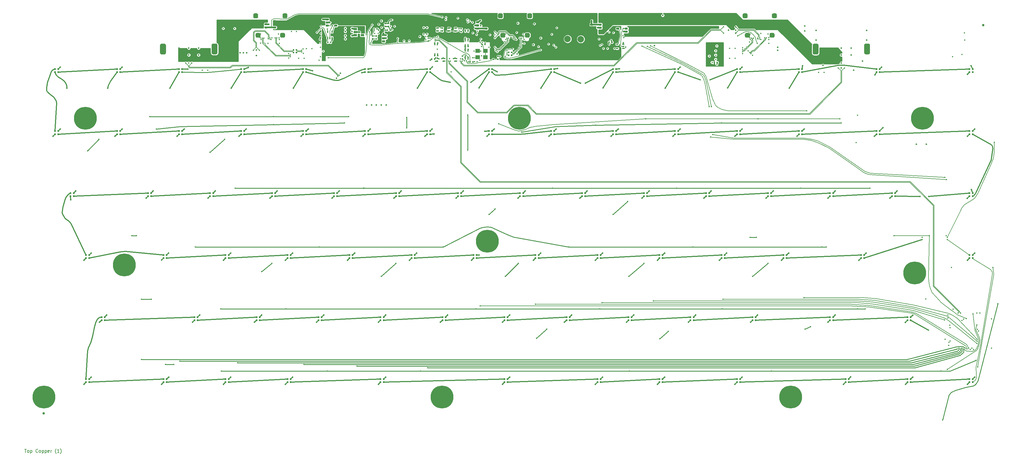
<source format=gbr>
G04 #@! TF.GenerationSoftware,KiCad,Pcbnew,5.1.9+dfsg1-1*
G04 #@! TF.CreationDate,2021-05-27T11:39:34-06:00*
G04 #@! TF.ProjectId,launch,6c61756e-6368-42e6-9b69-6361645f7063,rev?*
G04 #@! TF.SameCoordinates,Original*
G04 #@! TF.FileFunction,Copper,L1,Top*
G04 #@! TF.FilePolarity,Positive*
%FSLAX46Y46*%
G04 Gerber Fmt 4.6, Leading zero omitted, Abs format (unit mm)*
G04 Created by KiCad (PCBNEW 5.1.9+dfsg1-1) date 2021-05-27 11:39:34*
%MOMM*%
%LPD*%
G01*
G04 APERTURE LIST*
G04 #@! TA.AperFunction,NonConductor*
%ADD10C,0.150000*%
G04 #@! TD*
G04 #@! TA.AperFunction,ComponentPad*
%ADD11O,0.800000X1.400000*%
G04 #@! TD*
G04 #@! TA.AperFunction,SMDPad,CuDef*
%ADD12R,0.550000X0.550000*%
G04 #@! TD*
G04 #@! TA.AperFunction,ComponentPad*
%ADD13C,7.000000*%
G04 #@! TD*
G04 #@! TA.AperFunction,ComponentPad*
%ADD14C,2.000000*%
G04 #@! TD*
G04 #@! TA.AperFunction,SMDPad,CuDef*
%ADD15R,0.400000X0.650000*%
G04 #@! TD*
G04 #@! TA.AperFunction,SMDPad,CuDef*
%ADD16R,1.400000X1.200000*%
G04 #@! TD*
G04 #@! TA.AperFunction,SMDPad,CuDef*
%ADD17R,1.060000X0.650000*%
G04 #@! TD*
G04 #@! TA.AperFunction,SMDPad,CuDef*
%ADD18R,0.650000X0.400000*%
G04 #@! TD*
G04 #@! TA.AperFunction,SMDPad,CuDef*
%ADD19C,0.750000*%
G04 #@! TD*
G04 #@! TA.AperFunction,ViaPad*
%ADD20C,0.500000*%
G04 #@! TD*
G04 #@! TA.AperFunction,ViaPad*
%ADD21C,0.400000*%
G04 #@! TD*
G04 #@! TA.AperFunction,Conductor*
%ADD22C,0.500000*%
G04 #@! TD*
G04 #@! TA.AperFunction,Conductor*
%ADD23C,0.300000*%
G04 #@! TD*
G04 #@! TA.AperFunction,Conductor*
%ADD24C,0.250000*%
G04 #@! TD*
G04 #@! TA.AperFunction,Conductor*
%ADD25C,0.200000*%
G04 #@! TD*
G04 #@! TA.AperFunction,Conductor*
%ADD26C,0.150000*%
G04 #@! TD*
G04 #@! TA.AperFunction,Conductor*
%ADD27C,0.400000*%
G04 #@! TD*
G04 #@! TA.AperFunction,Conductor*
%ADD28C,0.137000*%
G04 #@! TD*
G04 #@! TA.AperFunction,Conductor*
%ADD29C,0.100000*%
G04 #@! TD*
G04 APERTURE END LIST*
D10*
X192738Y-120952380D02*
X764166Y-120952380D01*
X478452Y-121952380D02*
X478452Y-120952380D01*
X1240357Y-121952380D02*
X1145119Y-121904761D01*
X1097500Y-121857142D01*
X1049880Y-121761904D01*
X1049880Y-121476190D01*
X1097500Y-121380952D01*
X1145119Y-121333333D01*
X1240357Y-121285714D01*
X1383214Y-121285714D01*
X1478452Y-121333333D01*
X1526071Y-121380952D01*
X1573690Y-121476190D01*
X1573690Y-121761904D01*
X1526071Y-121857142D01*
X1478452Y-121904761D01*
X1383214Y-121952380D01*
X1240357Y-121952380D01*
X2002261Y-121285714D02*
X2002261Y-122285714D01*
X2002261Y-121333333D02*
X2097500Y-121285714D01*
X2287976Y-121285714D01*
X2383214Y-121333333D01*
X2430833Y-121380952D01*
X2478452Y-121476190D01*
X2478452Y-121761904D01*
X2430833Y-121857142D01*
X2383214Y-121904761D01*
X2287976Y-121952380D01*
X2097500Y-121952380D01*
X2002261Y-121904761D01*
X4240357Y-121857142D02*
X4192738Y-121904761D01*
X4049880Y-121952380D01*
X3954642Y-121952380D01*
X3811785Y-121904761D01*
X3716547Y-121809523D01*
X3668928Y-121714285D01*
X3621309Y-121523809D01*
X3621309Y-121380952D01*
X3668928Y-121190476D01*
X3716547Y-121095238D01*
X3811785Y-121000000D01*
X3954642Y-120952380D01*
X4049880Y-120952380D01*
X4192738Y-121000000D01*
X4240357Y-121047619D01*
X4811785Y-121952380D02*
X4716547Y-121904761D01*
X4668928Y-121857142D01*
X4621309Y-121761904D01*
X4621309Y-121476190D01*
X4668928Y-121380952D01*
X4716547Y-121333333D01*
X4811785Y-121285714D01*
X4954642Y-121285714D01*
X5049880Y-121333333D01*
X5097500Y-121380952D01*
X5145119Y-121476190D01*
X5145119Y-121761904D01*
X5097500Y-121857142D01*
X5049880Y-121904761D01*
X4954642Y-121952380D01*
X4811785Y-121952380D01*
X5573690Y-121285714D02*
X5573690Y-122285714D01*
X5573690Y-121333333D02*
X5668928Y-121285714D01*
X5859404Y-121285714D01*
X5954642Y-121333333D01*
X6002261Y-121380952D01*
X6049880Y-121476190D01*
X6049880Y-121761904D01*
X6002261Y-121857142D01*
X5954642Y-121904761D01*
X5859404Y-121952380D01*
X5668928Y-121952380D01*
X5573690Y-121904761D01*
X6478452Y-121285714D02*
X6478452Y-122285714D01*
X6478452Y-121333333D02*
X6573690Y-121285714D01*
X6764166Y-121285714D01*
X6859404Y-121333333D01*
X6907023Y-121380952D01*
X6954642Y-121476190D01*
X6954642Y-121761904D01*
X6907023Y-121857142D01*
X6859404Y-121904761D01*
X6764166Y-121952380D01*
X6573690Y-121952380D01*
X6478452Y-121904761D01*
X7764166Y-121904761D02*
X7668928Y-121952380D01*
X7478452Y-121952380D01*
X7383214Y-121904761D01*
X7335595Y-121809523D01*
X7335595Y-121428571D01*
X7383214Y-121333333D01*
X7478452Y-121285714D01*
X7668928Y-121285714D01*
X7764166Y-121333333D01*
X7811785Y-121428571D01*
X7811785Y-121523809D01*
X7335595Y-121619047D01*
X8240357Y-121952380D02*
X8240357Y-121285714D01*
X8240357Y-121476190D02*
X8287976Y-121380952D01*
X8335595Y-121333333D01*
X8430833Y-121285714D01*
X8526071Y-121285714D01*
X9907023Y-122333333D02*
X9859404Y-122285714D01*
X9764166Y-122142857D01*
X9716547Y-122047619D01*
X9668928Y-121904761D01*
X9621309Y-121666666D01*
X9621309Y-121476190D01*
X9668928Y-121238095D01*
X9716547Y-121095238D01*
X9764166Y-121000000D01*
X9859404Y-120857142D01*
X9907023Y-120809523D01*
X10811785Y-121952380D02*
X10240357Y-121952380D01*
X10526071Y-121952380D02*
X10526071Y-120952380D01*
X10430833Y-121095238D01*
X10335595Y-121190476D01*
X10240357Y-121238095D01*
X11145119Y-122333333D02*
X11192738Y-122285714D01*
X11287976Y-122142857D01*
X11335595Y-122047619D01*
X11383214Y-121904761D01*
X11430833Y-121666666D01*
X11430833Y-121476190D01*
X11383214Y-121238095D01*
X11335595Y-121095238D01*
X11287976Y-121000000D01*
X11192738Y-120857142D01*
X11145119Y-120809523D01*
G04 #@! TA.AperFunction,SMDPad,CuDef*
G36*
G01*
X106987500Y5425000D02*
X106712500Y5425000D01*
G75*
G02*
X106600000Y5537500I0J112500D01*
G01*
X106600000Y5762500D01*
G75*
G02*
X106712500Y5875000I112500J0D01*
G01*
X106987500Y5875000D01*
G75*
G02*
X107100000Y5762500I0J-112500D01*
G01*
X107100000Y5537500D01*
G75*
G02*
X106987500Y5425000I-112500J0D01*
G01*
G37*
G04 #@! TD.AperFunction*
G04 #@! TA.AperFunction,SMDPad,CuDef*
G36*
G01*
X106987500Y4525000D02*
X106712500Y4525000D01*
G75*
G02*
X106600000Y4637500I0J112500D01*
G01*
X106600000Y4862500D01*
G75*
G02*
X106712500Y4975000I112500J0D01*
G01*
X106987500Y4975000D01*
G75*
G02*
X107100000Y4862500I0J-112500D01*
G01*
X107100000Y4637500D01*
G75*
G02*
X106987500Y4525000I-112500J0D01*
G01*
G37*
G04 #@! TD.AperFunction*
G04 #@! TA.AperFunction,SMDPad,CuDef*
G36*
G01*
X110562500Y8825000D02*
X110837500Y8825000D01*
G75*
G02*
X110950000Y8712500I0J-112500D01*
G01*
X110950000Y8487500D01*
G75*
G02*
X110837500Y8375000I-112500J0D01*
G01*
X110562500Y8375000D01*
G75*
G02*
X110450000Y8487500I0J112500D01*
G01*
X110450000Y8712500D01*
G75*
G02*
X110562500Y8825000I112500J0D01*
G01*
G37*
G04 #@! TD.AperFunction*
G04 #@! TA.AperFunction,SMDPad,CuDef*
G36*
G01*
X110562500Y9725000D02*
X110837500Y9725000D01*
G75*
G02*
X110950000Y9612500I0J-112500D01*
G01*
X110950000Y9387500D01*
G75*
G02*
X110837500Y9275000I-112500J0D01*
G01*
X110562500Y9275000D01*
G75*
G02*
X110450000Y9387500I0J112500D01*
G01*
X110450000Y9612500D01*
G75*
G02*
X110562500Y9725000I112500J0D01*
G01*
G37*
G04 #@! TD.AperFunction*
G04 #@! TA.AperFunction,SMDPad,CuDef*
G36*
G01*
X70260000Y11465000D02*
X70260000Y12215000D01*
G75*
G02*
X70635000Y12590000I375000J0D01*
G01*
X71385000Y12590000D01*
G75*
G02*
X71760000Y12215000I0J-375000D01*
G01*
X71760000Y11465000D01*
G75*
G02*
X71385000Y11090000I-375000J0D01*
G01*
X70635000Y11090000D01*
G75*
G02*
X70260000Y11465000I0J375000D01*
G01*
G37*
G04 #@! TD.AperFunction*
G04 #@! TA.AperFunction,SMDPad,CuDef*
G36*
G01*
X79240000Y11465000D02*
X79240000Y12215000D01*
G75*
G02*
X79615000Y12590000I375000J0D01*
G01*
X80365000Y12590000D01*
G75*
G02*
X80740000Y12215000I0J-375000D01*
G01*
X80740000Y11465000D01*
G75*
G02*
X80365000Y11090000I-375000J0D01*
G01*
X79615000Y11090000D01*
G75*
G02*
X79240000Y11465000I0J375000D01*
G01*
G37*
G04 #@! TD.AperFunction*
G04 #@! TA.AperFunction,SMDPad,CuDef*
G36*
G01*
X78500000Y5540000D02*
X78500000Y6240000D01*
G75*
G02*
X78850000Y6590000I350000J0D01*
G01*
X79650000Y6590000D01*
G75*
G02*
X80000000Y6240000I0J-350000D01*
G01*
X80000000Y5540000D01*
G75*
G02*
X79650000Y5190000I-350000J0D01*
G01*
X78850000Y5190000D01*
G75*
G02*
X78500000Y5540000I0J350000D01*
G01*
G37*
G04 #@! TD.AperFunction*
G04 #@! TA.AperFunction,SMDPad,CuDef*
G36*
G01*
X71000000Y5540000D02*
X71000000Y6240000D01*
G75*
G02*
X71350000Y6590000I350000J0D01*
G01*
X72150000Y6590000D01*
G75*
G02*
X72500000Y6240000I0J-350000D01*
G01*
X72500000Y5540000D01*
G75*
G02*
X72150000Y5190000I-350000J0D01*
G01*
X71350000Y5190000D01*
G75*
G02*
X71000000Y5540000I0J350000D01*
G01*
G37*
G04 #@! TD.AperFunction*
D11*
X71370000Y5890000D03*
X79630000Y5890000D03*
X79990000Y11840000D03*
X71010000Y11840000D03*
G04 #@! TA.AperFunction,SMDPad,CuDef*
G36*
G01*
X220260000Y11465000D02*
X220260000Y12215000D01*
G75*
G02*
X220635000Y12590000I375000J0D01*
G01*
X221385000Y12590000D01*
G75*
G02*
X221760000Y12215000I0J-375000D01*
G01*
X221760000Y11465000D01*
G75*
G02*
X221385000Y11090000I-375000J0D01*
G01*
X220635000Y11090000D01*
G75*
G02*
X220260000Y11465000I0J375000D01*
G01*
G37*
G04 #@! TD.AperFunction*
G04 #@! TA.AperFunction,SMDPad,CuDef*
G36*
G01*
X229240000Y11465000D02*
X229240000Y12215000D01*
G75*
G02*
X229615000Y12590000I375000J0D01*
G01*
X230365000Y12590000D01*
G75*
G02*
X230740000Y12215000I0J-375000D01*
G01*
X230740000Y11465000D01*
G75*
G02*
X230365000Y11090000I-375000J0D01*
G01*
X229615000Y11090000D01*
G75*
G02*
X229240000Y11465000I0J375000D01*
G01*
G37*
G04 #@! TD.AperFunction*
G04 #@! TA.AperFunction,SMDPad,CuDef*
G36*
G01*
X228500000Y5540000D02*
X228500000Y6240000D01*
G75*
G02*
X228850000Y6590000I350000J0D01*
G01*
X229650000Y6590000D01*
G75*
G02*
X230000000Y6240000I0J-350000D01*
G01*
X230000000Y5540000D01*
G75*
G02*
X229650000Y5190000I-350000J0D01*
G01*
X228850000Y5190000D01*
G75*
G02*
X228500000Y5540000I0J350000D01*
G01*
G37*
G04 #@! TD.AperFunction*
G04 #@! TA.AperFunction,SMDPad,CuDef*
G36*
G01*
X221000000Y5540000D02*
X221000000Y6240000D01*
G75*
G02*
X221350000Y6590000I350000J0D01*
G01*
X222150000Y6590000D01*
G75*
G02*
X222500000Y6240000I0J-350000D01*
G01*
X222500000Y5540000D01*
G75*
G02*
X222150000Y5190000I-350000J0D01*
G01*
X221350000Y5190000D01*
G75*
G02*
X221000000Y5540000I0J350000D01*
G01*
G37*
G04 #@! TD.AperFunction*
X221370000Y5890000D03*
X229630000Y5890000D03*
X229990000Y11840000D03*
X221010000Y11840000D03*
G04 #@! TA.AperFunction,SMDPad,CuDef*
G36*
G01*
X145260000Y11465000D02*
X145260000Y12215000D01*
G75*
G02*
X145635000Y12590000I375000J0D01*
G01*
X146385000Y12590000D01*
G75*
G02*
X146760000Y12215000I0J-375000D01*
G01*
X146760000Y11465000D01*
G75*
G02*
X146385000Y11090000I-375000J0D01*
G01*
X145635000Y11090000D01*
G75*
G02*
X145260000Y11465000I0J375000D01*
G01*
G37*
G04 #@! TD.AperFunction*
G04 #@! TA.AperFunction,SMDPad,CuDef*
G36*
G01*
X154240000Y11465000D02*
X154240000Y12215000D01*
G75*
G02*
X154615000Y12590000I375000J0D01*
G01*
X155365000Y12590000D01*
G75*
G02*
X155740000Y12215000I0J-375000D01*
G01*
X155740000Y11465000D01*
G75*
G02*
X155365000Y11090000I-375000J0D01*
G01*
X154615000Y11090000D01*
G75*
G02*
X154240000Y11465000I0J375000D01*
G01*
G37*
G04 #@! TD.AperFunction*
G04 #@! TA.AperFunction,SMDPad,CuDef*
G36*
G01*
X153500000Y5540000D02*
X153500000Y6240000D01*
G75*
G02*
X153850000Y6590000I350000J0D01*
G01*
X154650000Y6590000D01*
G75*
G02*
X155000000Y6240000I0J-350000D01*
G01*
X155000000Y5540000D01*
G75*
G02*
X154650000Y5190000I-350000J0D01*
G01*
X153850000Y5190000D01*
G75*
G02*
X153500000Y5540000I0J350000D01*
G01*
G37*
G04 #@! TD.AperFunction*
G04 #@! TA.AperFunction,SMDPad,CuDef*
G36*
G01*
X146000000Y5540000D02*
X146000000Y6240000D01*
G75*
G02*
X146350000Y6590000I350000J0D01*
G01*
X147150000Y6590000D01*
G75*
G02*
X147500000Y6240000I0J-350000D01*
G01*
X147500000Y5540000D01*
G75*
G02*
X147150000Y5190000I-350000J0D01*
G01*
X146350000Y5190000D01*
G75*
G02*
X146000000Y5540000I0J350000D01*
G01*
G37*
G04 #@! TD.AperFunction*
X146370000Y5890000D03*
X154630000Y5890000D03*
X154990000Y11840000D03*
X146010000Y11840000D03*
D12*
X290725000Y-62425000D03*
X289775000Y-62425000D03*
X289775000Y-61475000D03*
X290725000Y-61475000D03*
X289775000Y-42475000D03*
X290725000Y-42475000D03*
X290725000Y-43425000D03*
X289775000Y-43425000D03*
X290725000Y-24425000D03*
X289775000Y-24425000D03*
X289775000Y-23475000D03*
X290725000Y-23475000D03*
X289775000Y-4475000D03*
X290725000Y-4475000D03*
X290725000Y-5425000D03*
X289775000Y-5425000D03*
X266025000Y-42475000D03*
X266975000Y-42475000D03*
X266975000Y-43425000D03*
X266025000Y-43425000D03*
X262225000Y-24425000D03*
X261275000Y-24425000D03*
X261275000Y-23475000D03*
X262225000Y-23475000D03*
X261275000Y-4475000D03*
X262225000Y-4475000D03*
X262225000Y-5425000D03*
X261275000Y-5425000D03*
X289775000Y-99475000D03*
X290725000Y-99475000D03*
X290725000Y-100425000D03*
X289775000Y-100425000D03*
X257475000Y-62425000D03*
X256525000Y-62425000D03*
X256525000Y-61475000D03*
X257475000Y-61475000D03*
X247025000Y-42475000D03*
X247975000Y-42475000D03*
X247975000Y-43425000D03*
X247025000Y-43425000D03*
X238475000Y-24425000D03*
X237525000Y-24425000D03*
X237525000Y-23475000D03*
X238475000Y-23475000D03*
X237525000Y-4475000D03*
X238475000Y-4475000D03*
X238475000Y-5425000D03*
X237525000Y-5425000D03*
X270775000Y-99475000D03*
X271725000Y-99475000D03*
X271725000Y-100425000D03*
X270775000Y-100425000D03*
X247975000Y-81425000D03*
X247025000Y-81425000D03*
X247025000Y-80475000D03*
X247975000Y-80475000D03*
X233725000Y-62425000D03*
X232775000Y-62425000D03*
X232775000Y-61475000D03*
X233725000Y-61475000D03*
X228025000Y-42475000D03*
X228975000Y-42475000D03*
X228975000Y-43425000D03*
X228025000Y-43425000D03*
X219475000Y-24425000D03*
X218525000Y-24425000D03*
X218525000Y-23475000D03*
X219475000Y-23475000D03*
X218525000Y-4475000D03*
X219475000Y-4475000D03*
X219475000Y-5425000D03*
X218525000Y-5425000D03*
X251775000Y-99475000D03*
X252725000Y-99475000D03*
X252725000Y-100425000D03*
X251775000Y-100425000D03*
X224225000Y-81425000D03*
X223275000Y-81425000D03*
X223275000Y-80475000D03*
X224225000Y-80475000D03*
X214725000Y-62425000D03*
X213775000Y-62425000D03*
X213775000Y-61475000D03*
X214725000Y-61475000D03*
X209025000Y-42475000D03*
X209975000Y-42475000D03*
X209975000Y-43425000D03*
X209025000Y-43425000D03*
X200475000Y-24425000D03*
X199525000Y-24425000D03*
X199525000Y-23475000D03*
X200475000Y-23475000D03*
X199525000Y-4475000D03*
X200475000Y-4475000D03*
X200475000Y-5425000D03*
X199525000Y-5425000D03*
X218525000Y-99475000D03*
X219475000Y-99475000D03*
X219475000Y-100425000D03*
X218525000Y-100425000D03*
X205225000Y-81425000D03*
X204275000Y-81425000D03*
X204275000Y-80475000D03*
X205225000Y-80475000D03*
X195725000Y-62425000D03*
X194775000Y-62425000D03*
X194775000Y-61475000D03*
X195725000Y-61475000D03*
X190025000Y-42475000D03*
X190975000Y-42475000D03*
X190975000Y-43425000D03*
X190025000Y-43425000D03*
X181475000Y-24425000D03*
X180525000Y-24425000D03*
X180525000Y-23475000D03*
X181475000Y-23475000D03*
X180525000Y-4475000D03*
X181475000Y-4475000D03*
X181475000Y-5425000D03*
X180525000Y-5425000D03*
X194775000Y-99475000D03*
X195725000Y-99475000D03*
X195725000Y-100425000D03*
X194775000Y-100425000D03*
X186225000Y-81425000D03*
X185275000Y-81425000D03*
X185275000Y-80475000D03*
X186225000Y-80475000D03*
X176725000Y-62425000D03*
X175775000Y-62425000D03*
X175775000Y-61475000D03*
X176725000Y-61475000D03*
X171025000Y-42475000D03*
X171975000Y-42475000D03*
X171975000Y-43425000D03*
X171025000Y-43425000D03*
X162475000Y-24425000D03*
X161525000Y-24425000D03*
X161525000Y-23475000D03*
X162475000Y-23475000D03*
X161525000Y-4475000D03*
X162475000Y-4475000D03*
X162475000Y-5425000D03*
X161525000Y-5425000D03*
X175775000Y-99475000D03*
X176725000Y-99475000D03*
X176725000Y-100425000D03*
X175775000Y-100425000D03*
X167225000Y-81425000D03*
X166275000Y-81425000D03*
X166275000Y-80475000D03*
X167225000Y-80475000D03*
X157725000Y-62425000D03*
X156775000Y-62425000D03*
X156775000Y-61475000D03*
X157725000Y-61475000D03*
X152025000Y-42475000D03*
X152975000Y-42475000D03*
X152975000Y-43425000D03*
X152025000Y-43425000D03*
X143475000Y-24425000D03*
X142525000Y-24425000D03*
X142525000Y-23475000D03*
X143475000Y-23475000D03*
X142525000Y-4475000D03*
X143475000Y-4475000D03*
X143475000Y-5425000D03*
X142525000Y-5425000D03*
X147275000Y-99475000D03*
X148225000Y-99475000D03*
X148225000Y-100425000D03*
X147275000Y-100425000D03*
X148225000Y-81425000D03*
X147275000Y-81425000D03*
X147275000Y-80475000D03*
X148225000Y-80475000D03*
X138725000Y-62425000D03*
X137775000Y-62425000D03*
X137775000Y-61475000D03*
X138725000Y-61475000D03*
X133025000Y-42475000D03*
X133975000Y-42475000D03*
X133975000Y-43425000D03*
X133025000Y-43425000D03*
X124475000Y-24425000D03*
X123525000Y-24425000D03*
X123525000Y-23475000D03*
X124475000Y-23475000D03*
X123525000Y-4475000D03*
X124475000Y-4475000D03*
X124475000Y-5425000D03*
X123525000Y-5425000D03*
X129225000Y-81425000D03*
X128275000Y-81425000D03*
X128275000Y-80475000D03*
X129225000Y-80475000D03*
X119725000Y-62425000D03*
X118775000Y-62425000D03*
X118775000Y-61475000D03*
X119725000Y-61475000D03*
X114025000Y-42475000D03*
X114975000Y-42475000D03*
X114975000Y-43425000D03*
X114025000Y-43425000D03*
X105475000Y-24425000D03*
X104525000Y-24425000D03*
X104525000Y-23475000D03*
X105475000Y-23475000D03*
X104525000Y-4475000D03*
X105475000Y-4475000D03*
X105475000Y-5425000D03*
X104525000Y-5425000D03*
X109275000Y-99475000D03*
X110225000Y-99475000D03*
X110225000Y-100425000D03*
X109275000Y-100425000D03*
X110225000Y-81425000D03*
X109275000Y-81425000D03*
X109275000Y-80475000D03*
X110225000Y-80475000D03*
X100725000Y-62425000D03*
X99775000Y-62425000D03*
X99775000Y-61475000D03*
X100725000Y-61475000D03*
X95025000Y-42475000D03*
X95975000Y-42475000D03*
X95975000Y-43425000D03*
X95025000Y-43425000D03*
X86475000Y-24425000D03*
X85525000Y-24425000D03*
X85525000Y-23475000D03*
X86475000Y-23475000D03*
X85525000Y-4475000D03*
X86475000Y-4475000D03*
X86475000Y-5425000D03*
X85525000Y-5425000D03*
X80775000Y-99475000D03*
X81725000Y-99475000D03*
X81725000Y-100425000D03*
X80775000Y-100425000D03*
X91225000Y-81425000D03*
X90275000Y-81425000D03*
X90275000Y-80475000D03*
X91225000Y-80475000D03*
X81725000Y-62425000D03*
X80775000Y-62425000D03*
X80775000Y-61475000D03*
X81725000Y-61475000D03*
X76025000Y-42475000D03*
X76975000Y-42475000D03*
X76975000Y-43425000D03*
X76025000Y-43425000D03*
X67475000Y-24425000D03*
X66525000Y-24425000D03*
X66525000Y-23475000D03*
X67475000Y-23475000D03*
X66525000Y-4475000D03*
X67475000Y-4475000D03*
X67475000Y-5425000D03*
X66525000Y-5425000D03*
X61775000Y-99475000D03*
X62725000Y-99475000D03*
X62725000Y-100425000D03*
X61775000Y-100425000D03*
X72225000Y-81425000D03*
X71275000Y-81425000D03*
X71275000Y-80475000D03*
X72225000Y-80475000D03*
X62725000Y-62425000D03*
X61775000Y-62425000D03*
X61775000Y-61475000D03*
X62725000Y-61475000D03*
X57025000Y-42475000D03*
X57975000Y-42475000D03*
X57975000Y-43425000D03*
X57025000Y-43425000D03*
X48475000Y-24425000D03*
X47525000Y-24425000D03*
X47525000Y-23475000D03*
X48475000Y-23475000D03*
X47525000Y-4475000D03*
X48475000Y-4475000D03*
X48475000Y-5425000D03*
X47525000Y-5425000D03*
X42775000Y-99475000D03*
X43725000Y-99475000D03*
X43725000Y-100425000D03*
X42775000Y-100425000D03*
X53225000Y-81425000D03*
X52275000Y-81425000D03*
X52275000Y-80475000D03*
X53225000Y-80475000D03*
X43725000Y-62425000D03*
X42775000Y-62425000D03*
X42775000Y-61475000D03*
X43725000Y-61475000D03*
X38025000Y-42475000D03*
X38975000Y-42475000D03*
X38975000Y-43425000D03*
X38025000Y-43425000D03*
X29475000Y-24425000D03*
X28525000Y-24425000D03*
X28525000Y-23475000D03*
X29475000Y-23475000D03*
X28525000Y-4475000D03*
X29475000Y-4475000D03*
X29475000Y-5425000D03*
X28525000Y-5425000D03*
X19025000Y-99475000D03*
X19975000Y-99475000D03*
X19975000Y-100425000D03*
X19025000Y-100425000D03*
X24725000Y-81425000D03*
X23775000Y-81425000D03*
X23775000Y-80475000D03*
X24725000Y-80475000D03*
X19975000Y-62425000D03*
X19025000Y-62425000D03*
X19025000Y-61475000D03*
X19975000Y-61475000D03*
X14275000Y-42475000D03*
X15225000Y-42475000D03*
X15225000Y-43425000D03*
X14275000Y-43425000D03*
X10475000Y-24425000D03*
X9525000Y-24425000D03*
X9525000Y-23475000D03*
X10475000Y-23475000D03*
X9525000Y-4475000D03*
X10475000Y-4475000D03*
X10475000Y-5425000D03*
X9525000Y-5425000D03*
X271725000Y-81425000D03*
X270775000Y-81425000D03*
X270775000Y-80475000D03*
X271725000Y-80475000D03*
G04 #@! TA.AperFunction,SMDPad,CuDef*
G36*
G01*
X179975000Y3612500D02*
X179975000Y3887500D01*
G75*
G02*
X180087500Y4000000I112500J0D01*
G01*
X180312500Y4000000D01*
G75*
G02*
X180425000Y3887500I0J-112500D01*
G01*
X180425000Y3612500D01*
G75*
G02*
X180312500Y3500000I-112500J0D01*
G01*
X180087500Y3500000D01*
G75*
G02*
X179975000Y3612500I0J112500D01*
G01*
G37*
G04 #@! TD.AperFunction*
G04 #@! TA.AperFunction,SMDPad,CuDef*
G36*
G01*
X179075000Y3612500D02*
X179075000Y3887500D01*
G75*
G02*
X179187500Y4000000I112500J0D01*
G01*
X179412500Y4000000D01*
G75*
G02*
X179525000Y3887500I0J-112500D01*
G01*
X179525000Y3612500D01*
G75*
G02*
X179412500Y3500000I-112500J0D01*
G01*
X179187500Y3500000D01*
G75*
G02*
X179075000Y3612500I0J112500D01*
G01*
G37*
G04 #@! TD.AperFunction*
G04 #@! TA.AperFunction,SMDPad,CuDef*
G36*
G01*
X212225000Y-2637500D02*
X212225000Y-2362500D01*
G75*
G02*
X212337500Y-2250000I112500J0D01*
G01*
X212562500Y-2250000D01*
G75*
G02*
X212675000Y-2362500I0J-112500D01*
G01*
X212675000Y-2637500D01*
G75*
G02*
X212562500Y-2750000I-112500J0D01*
G01*
X212337500Y-2750000D01*
G75*
G02*
X212225000Y-2637500I0J112500D01*
G01*
G37*
G04 #@! TD.AperFunction*
G04 #@! TA.AperFunction,SMDPad,CuDef*
G36*
G01*
X211325000Y-2637500D02*
X211325000Y-2362500D01*
G75*
G02*
X211437500Y-2250000I112500J0D01*
G01*
X211662500Y-2250000D01*
G75*
G02*
X211775000Y-2362500I0J-112500D01*
G01*
X211775000Y-2637500D01*
G75*
G02*
X211662500Y-2750000I-112500J0D01*
G01*
X211437500Y-2750000D01*
G75*
G02*
X211325000Y-2637500I0J112500D01*
G01*
G37*
G04 #@! TD.AperFunction*
G04 #@! TA.AperFunction,SMDPad,CuDef*
G36*
G01*
X90975000Y4837500D02*
X90975000Y4562500D01*
G75*
G02*
X90862500Y4450000I-112500J0D01*
G01*
X90637500Y4450000D01*
G75*
G02*
X90525000Y4562500I0J112500D01*
G01*
X90525000Y4837500D01*
G75*
G02*
X90637500Y4950000I112500J0D01*
G01*
X90862500Y4950000D01*
G75*
G02*
X90975000Y4837500I0J-112500D01*
G01*
G37*
G04 #@! TD.AperFunction*
G04 #@! TA.AperFunction,SMDPad,CuDef*
G36*
G01*
X91875000Y4837500D02*
X91875000Y4562500D01*
G75*
G02*
X91762500Y4450000I-112500J0D01*
G01*
X91537500Y4450000D01*
G75*
G02*
X91425000Y4562500I0J112500D01*
G01*
X91425000Y4837500D01*
G75*
G02*
X91537500Y4950000I112500J0D01*
G01*
X91762500Y4950000D01*
G75*
G02*
X91875000Y4837500I0J-112500D01*
G01*
G37*
G04 #@! TD.AperFunction*
G04 #@! TA.AperFunction,SMDPad,CuDef*
G36*
G01*
X141075000Y2962500D02*
X141075000Y3237500D01*
G75*
G02*
X141187500Y3350000I112500J0D01*
G01*
X141412500Y3350000D01*
G75*
G02*
X141525000Y3237500I0J-112500D01*
G01*
X141525000Y2962500D01*
G75*
G02*
X141412500Y2850000I-112500J0D01*
G01*
X141187500Y2850000D01*
G75*
G02*
X141075000Y2962500I0J112500D01*
G01*
G37*
G04 #@! TD.AperFunction*
G04 #@! TA.AperFunction,SMDPad,CuDef*
G36*
G01*
X140175000Y2962500D02*
X140175000Y3237500D01*
G75*
G02*
X140287500Y3350000I112500J0D01*
G01*
X140512500Y3350000D01*
G75*
G02*
X140625000Y3237500I0J-112500D01*
G01*
X140625000Y2962500D01*
G75*
G02*
X140512500Y2850000I-112500J0D01*
G01*
X140287500Y2850000D01*
G75*
G02*
X140175000Y2962500I0J112500D01*
G01*
G37*
G04 #@! TD.AperFunction*
G04 #@! TA.AperFunction,SMDPad,CuDef*
G36*
G01*
X137375000Y-2437500D02*
X137375000Y-2162500D01*
G75*
G02*
X137487500Y-2050000I112500J0D01*
G01*
X137712500Y-2050000D01*
G75*
G02*
X137825000Y-2162500I0J-112500D01*
G01*
X137825000Y-2437500D01*
G75*
G02*
X137712500Y-2550000I-112500J0D01*
G01*
X137487500Y-2550000D01*
G75*
G02*
X137375000Y-2437500I0J112500D01*
G01*
G37*
G04 #@! TD.AperFunction*
G04 #@! TA.AperFunction,SMDPad,CuDef*
G36*
G01*
X136475000Y-2437500D02*
X136475000Y-2162500D01*
G75*
G02*
X136587500Y-2050000I112500J0D01*
G01*
X136812500Y-2050000D01*
G75*
G02*
X136925000Y-2162500I0J-112500D01*
G01*
X136925000Y-2437500D01*
G75*
G02*
X136812500Y-2550000I-112500J0D01*
G01*
X136587500Y-2550000D01*
G75*
G02*
X136475000Y-2437500I0J112500D01*
G01*
G37*
G04 #@! TD.AperFunction*
G04 #@! TA.AperFunction,SMDPad,CuDef*
G36*
G01*
X135425000Y2637500D02*
X135425000Y2362500D01*
G75*
G02*
X135312500Y2250000I-112500J0D01*
G01*
X135087500Y2250000D01*
G75*
G02*
X134975000Y2362500I0J112500D01*
G01*
X134975000Y2637500D01*
G75*
G02*
X135087500Y2750000I112500J0D01*
G01*
X135312500Y2750000D01*
G75*
G02*
X135425000Y2637500I0J-112500D01*
G01*
G37*
G04 #@! TD.AperFunction*
G04 #@! TA.AperFunction,SMDPad,CuDef*
G36*
G01*
X136325000Y2637500D02*
X136325000Y2362500D01*
G75*
G02*
X136212500Y2250000I-112500J0D01*
G01*
X135987500Y2250000D01*
G75*
G02*
X135875000Y2362500I0J112500D01*
G01*
X135875000Y2637500D01*
G75*
G02*
X135987500Y2750000I112500J0D01*
G01*
X136212500Y2750000D01*
G75*
G02*
X136325000Y2637500I0J-112500D01*
G01*
G37*
G04 #@! TD.AperFunction*
G04 #@! TA.AperFunction,SMDPad,CuDef*
G36*
G01*
X135425000Y-762500D02*
X135425000Y-1037500D01*
G75*
G02*
X135312500Y-1150000I-112500J0D01*
G01*
X135087500Y-1150000D01*
G75*
G02*
X134975000Y-1037500I0J112500D01*
G01*
X134975000Y-762500D01*
G75*
G02*
X135087500Y-650000I112500J0D01*
G01*
X135312500Y-650000D01*
G75*
G02*
X135425000Y-762500I0J-112500D01*
G01*
G37*
G04 #@! TD.AperFunction*
G04 #@! TA.AperFunction,SMDPad,CuDef*
G36*
G01*
X136325000Y-762500D02*
X136325000Y-1037500D01*
G75*
G02*
X136212500Y-1150000I-112500J0D01*
G01*
X135987500Y-1150000D01*
G75*
G02*
X135875000Y-1037500I0J112500D01*
G01*
X135875000Y-762500D01*
G75*
G02*
X135987500Y-650000I112500J0D01*
G01*
X136212500Y-650000D01*
G75*
G02*
X136325000Y-762500I0J-112500D01*
G01*
G37*
G04 #@! TD.AperFunction*
G04 #@! TA.AperFunction,SMDPad,CuDef*
G36*
G01*
X125625000Y-1537500D02*
X125625000Y-1262500D01*
G75*
G02*
X125737500Y-1150000I112500J0D01*
G01*
X125962500Y-1150000D01*
G75*
G02*
X126075000Y-1262500I0J-112500D01*
G01*
X126075000Y-1537500D01*
G75*
G02*
X125962500Y-1650000I-112500J0D01*
G01*
X125737500Y-1650000D01*
G75*
G02*
X125625000Y-1537500I0J112500D01*
G01*
G37*
G04 #@! TD.AperFunction*
G04 #@! TA.AperFunction,SMDPad,CuDef*
G36*
G01*
X124725000Y-1537500D02*
X124725000Y-1262500D01*
G75*
G02*
X124837500Y-1150000I112500J0D01*
G01*
X125062500Y-1150000D01*
G75*
G02*
X125175000Y-1262500I0J-112500D01*
G01*
X125175000Y-1537500D01*
G75*
G02*
X125062500Y-1650000I-112500J0D01*
G01*
X124837500Y-1650000D01*
G75*
G02*
X124725000Y-1537500I0J112500D01*
G01*
G37*
G04 #@! TD.AperFunction*
G04 #@! TA.AperFunction,SMDPad,CuDef*
G36*
G01*
X132012500Y7425000D02*
X132287500Y7425000D01*
G75*
G02*
X132400000Y7312500I0J-112500D01*
G01*
X132400000Y7087500D01*
G75*
G02*
X132287500Y6975000I-112500J0D01*
G01*
X132012500Y6975000D01*
G75*
G02*
X131900000Y7087500I0J112500D01*
G01*
X131900000Y7312500D01*
G75*
G02*
X132012500Y7425000I112500J0D01*
G01*
G37*
G04 #@! TD.AperFunction*
G04 #@! TA.AperFunction,SMDPad,CuDef*
G36*
G01*
X132012500Y8325000D02*
X132287500Y8325000D01*
G75*
G02*
X132400000Y8212500I0J-112500D01*
G01*
X132400000Y7987500D01*
G75*
G02*
X132287500Y7875000I-112500J0D01*
G01*
X132012500Y7875000D01*
G75*
G02*
X131900000Y7987500I0J112500D01*
G01*
X131900000Y8212500D01*
G75*
G02*
X132012500Y8325000I112500J0D01*
G01*
G37*
G04 #@! TD.AperFunction*
G04 #@! TA.AperFunction,SMDPad,CuDef*
G36*
G01*
X126412500Y7425000D02*
X126687500Y7425000D01*
G75*
G02*
X126800000Y7312500I0J-112500D01*
G01*
X126800000Y7087500D01*
G75*
G02*
X126687500Y6975000I-112500J0D01*
G01*
X126412500Y6975000D01*
G75*
G02*
X126300000Y7087500I0J112500D01*
G01*
X126300000Y7312500D01*
G75*
G02*
X126412500Y7425000I112500J0D01*
G01*
G37*
G04 #@! TD.AperFunction*
G04 #@! TA.AperFunction,SMDPad,CuDef*
G36*
G01*
X126412500Y8325000D02*
X126687500Y8325000D01*
G75*
G02*
X126800000Y8212500I0J-112500D01*
G01*
X126800000Y7987500D01*
G75*
G02*
X126687500Y7875000I-112500J0D01*
G01*
X126412500Y7875000D01*
G75*
G02*
X126300000Y7987500I0J112500D01*
G01*
X126300000Y8212500D01*
G75*
G02*
X126412500Y8325000I112500J0D01*
G01*
G37*
G04 #@! TD.AperFunction*
G04 #@! TA.AperFunction,SMDPad,CuDef*
G36*
G01*
X129962500Y7425000D02*
X130237500Y7425000D01*
G75*
G02*
X130350000Y7312500I0J-112500D01*
G01*
X130350000Y7087500D01*
G75*
G02*
X130237500Y6975000I-112500J0D01*
G01*
X129962500Y6975000D01*
G75*
G02*
X129850000Y7087500I0J112500D01*
G01*
X129850000Y7312500D01*
G75*
G02*
X129962500Y7425000I112500J0D01*
G01*
G37*
G04 #@! TD.AperFunction*
G04 #@! TA.AperFunction,SMDPad,CuDef*
G36*
G01*
X129962500Y8325000D02*
X130237500Y8325000D01*
G75*
G02*
X130350000Y8212500I0J-112500D01*
G01*
X130350000Y7987500D01*
G75*
G02*
X130237500Y7875000I-112500J0D01*
G01*
X129962500Y7875000D01*
G75*
G02*
X129850000Y7987500I0J112500D01*
G01*
X129850000Y8212500D01*
G75*
G02*
X129962500Y8325000I112500J0D01*
G01*
G37*
G04 #@! TD.AperFunction*
G04 #@! TA.AperFunction,SMDPad,CuDef*
G36*
G01*
X82825000Y737500D02*
X82825000Y462500D01*
G75*
G02*
X82712500Y350000I-112500J0D01*
G01*
X82487500Y350000D01*
G75*
G02*
X82375000Y462500I0J112500D01*
G01*
X82375000Y737500D01*
G75*
G02*
X82487500Y850000I112500J0D01*
G01*
X82712500Y850000D01*
G75*
G02*
X82825000Y737500I0J-112500D01*
G01*
G37*
G04 #@! TD.AperFunction*
G04 #@! TA.AperFunction,SMDPad,CuDef*
G36*
G01*
X83725000Y737500D02*
X83725000Y462500D01*
G75*
G02*
X83612500Y350000I-112500J0D01*
G01*
X83387500Y350000D01*
G75*
G02*
X83275000Y462500I0J112500D01*
G01*
X83275000Y737500D01*
G75*
G02*
X83387500Y850000I112500J0D01*
G01*
X83612500Y850000D01*
G75*
G02*
X83725000Y737500I0J-112500D01*
G01*
G37*
G04 #@! TD.AperFunction*
G04 #@! TA.AperFunction,SMDPad,CuDef*
G36*
G01*
X82825000Y1537500D02*
X82825000Y1262500D01*
G75*
G02*
X82712500Y1150000I-112500J0D01*
G01*
X82487500Y1150000D01*
G75*
G02*
X82375000Y1262500I0J112500D01*
G01*
X82375000Y1537500D01*
G75*
G02*
X82487500Y1650000I112500J0D01*
G01*
X82712500Y1650000D01*
G75*
G02*
X82825000Y1537500I0J-112500D01*
G01*
G37*
G04 #@! TD.AperFunction*
G04 #@! TA.AperFunction,SMDPad,CuDef*
G36*
G01*
X83725000Y1537500D02*
X83725000Y1262500D01*
G75*
G02*
X83612500Y1150000I-112500J0D01*
G01*
X83387500Y1150000D01*
G75*
G02*
X83275000Y1262500I0J112500D01*
G01*
X83275000Y1537500D01*
G75*
G02*
X83387500Y1650000I112500J0D01*
G01*
X83612500Y1650000D01*
G75*
G02*
X83725000Y1537500I0J-112500D01*
G01*
G37*
G04 #@! TD.AperFunction*
G04 #@! TA.AperFunction,SMDPad,CuDef*
G36*
G01*
X128637500Y-1375000D02*
X128362500Y-1375000D01*
G75*
G02*
X128250000Y-1262500I0J112500D01*
G01*
X128250000Y-1037500D01*
G75*
G02*
X128362500Y-925000I112500J0D01*
G01*
X128637500Y-925000D01*
G75*
G02*
X128750000Y-1037500I0J-112500D01*
G01*
X128750000Y-1262500D01*
G75*
G02*
X128637500Y-1375000I-112500J0D01*
G01*
G37*
G04 #@! TD.AperFunction*
G04 #@! TA.AperFunction,SMDPad,CuDef*
G36*
G01*
X128637500Y-2275000D02*
X128362500Y-2275000D01*
G75*
G02*
X128250000Y-2162500I0J112500D01*
G01*
X128250000Y-1937500D01*
G75*
G02*
X128362500Y-1825000I112500J0D01*
G01*
X128637500Y-1825000D01*
G75*
G02*
X128750000Y-1937500I0J-112500D01*
G01*
X128750000Y-2162500D01*
G75*
G02*
X128637500Y-2275000I-112500J0D01*
G01*
G37*
G04 #@! TD.AperFunction*
G04 #@! TA.AperFunction,SMDPad,CuDef*
G36*
G01*
X135425000Y4787500D02*
X135425000Y4512500D01*
G75*
G02*
X135312500Y4400000I-112500J0D01*
G01*
X135087500Y4400000D01*
G75*
G02*
X134975000Y4512500I0J112500D01*
G01*
X134975000Y4787500D01*
G75*
G02*
X135087500Y4900000I112500J0D01*
G01*
X135312500Y4900000D01*
G75*
G02*
X135425000Y4787500I0J-112500D01*
G01*
G37*
G04 #@! TD.AperFunction*
G04 #@! TA.AperFunction,SMDPad,CuDef*
G36*
G01*
X136325000Y4787500D02*
X136325000Y4512500D01*
G75*
G02*
X136212500Y4400000I-112500J0D01*
G01*
X135987500Y4400000D01*
G75*
G02*
X135875000Y4512500I0J112500D01*
G01*
X135875000Y4787500D01*
G75*
G02*
X135987500Y4900000I112500J0D01*
G01*
X136212500Y4900000D01*
G75*
G02*
X136325000Y4787500I0J-112500D01*
G01*
G37*
G04 #@! TD.AperFunction*
G04 #@! TA.AperFunction,SMDPad,CuDef*
G36*
G01*
X128112500Y7425000D02*
X128387500Y7425000D01*
G75*
G02*
X128500000Y7312500I0J-112500D01*
G01*
X128500000Y7087500D01*
G75*
G02*
X128387500Y6975000I-112500J0D01*
G01*
X128112500Y6975000D01*
G75*
G02*
X128000000Y7087500I0J112500D01*
G01*
X128000000Y7312500D01*
G75*
G02*
X128112500Y7425000I112500J0D01*
G01*
G37*
G04 #@! TD.AperFunction*
G04 #@! TA.AperFunction,SMDPad,CuDef*
G36*
G01*
X128112500Y8325000D02*
X128387500Y8325000D01*
G75*
G02*
X128500000Y8212500I0J-112500D01*
G01*
X128500000Y7987500D01*
G75*
G02*
X128387500Y7875000I-112500J0D01*
G01*
X128112500Y7875000D01*
G75*
G02*
X128000000Y7987500I0J112500D01*
G01*
X128000000Y8212500D01*
G75*
G02*
X128112500Y8325000I112500J0D01*
G01*
G37*
G04 #@! TD.AperFunction*
G04 #@! TA.AperFunction,SMDPad,CuDef*
G36*
G01*
X135425000Y1637500D02*
X135425000Y1362500D01*
G75*
G02*
X135312500Y1250000I-112500J0D01*
G01*
X135087500Y1250000D01*
G75*
G02*
X134975000Y1362500I0J112500D01*
G01*
X134975000Y1637500D01*
G75*
G02*
X135087500Y1750000I112500J0D01*
G01*
X135312500Y1750000D01*
G75*
G02*
X135425000Y1637500I0J-112500D01*
G01*
G37*
G04 #@! TD.AperFunction*
G04 #@! TA.AperFunction,SMDPad,CuDef*
G36*
G01*
X136325000Y1637500D02*
X136325000Y1362500D01*
G75*
G02*
X136212500Y1250000I-112500J0D01*
G01*
X135987500Y1250000D01*
G75*
G02*
X135875000Y1362500I0J112500D01*
G01*
X135875000Y1637500D01*
G75*
G02*
X135987500Y1750000I112500J0D01*
G01*
X136212500Y1750000D01*
G75*
G02*
X136325000Y1637500I0J-112500D01*
G01*
G37*
G04 #@! TD.AperFunction*
G04 #@! TA.AperFunction,SMDPad,CuDef*
G36*
G01*
X126575000Y-437500D02*
X126575000Y-162500D01*
G75*
G02*
X126687500Y-50000I112500J0D01*
G01*
X126912500Y-50000D01*
G75*
G02*
X127025000Y-162500I0J-112500D01*
G01*
X127025000Y-437500D01*
G75*
G02*
X126912500Y-550000I-112500J0D01*
G01*
X126687500Y-550000D01*
G75*
G02*
X126575000Y-437500I0J112500D01*
G01*
G37*
G04 #@! TD.AperFunction*
G04 #@! TA.AperFunction,SMDPad,CuDef*
G36*
G01*
X125675000Y-437500D02*
X125675000Y-162500D01*
G75*
G02*
X125787500Y-50000I112500J0D01*
G01*
X126012500Y-50000D01*
G75*
G02*
X126125000Y-162500I0J-112500D01*
G01*
X126125000Y-437500D01*
G75*
G02*
X126012500Y-550000I-112500J0D01*
G01*
X125787500Y-550000D01*
G75*
G02*
X125675000Y-437500I0J112500D01*
G01*
G37*
G04 #@! TD.AperFunction*
G04 #@! TA.AperFunction,SMDPad,CuDef*
G36*
G01*
X126575000Y3362500D02*
X126575000Y3637500D01*
G75*
G02*
X126687500Y3750000I112500J0D01*
G01*
X126912500Y3750000D01*
G75*
G02*
X127025000Y3637500I0J-112500D01*
G01*
X127025000Y3362500D01*
G75*
G02*
X126912500Y3250000I-112500J0D01*
G01*
X126687500Y3250000D01*
G75*
G02*
X126575000Y3362500I0J112500D01*
G01*
G37*
G04 #@! TD.AperFunction*
G04 #@! TA.AperFunction,SMDPad,CuDef*
G36*
G01*
X125675000Y3362500D02*
X125675000Y3637500D01*
G75*
G02*
X125787500Y3750000I112500J0D01*
G01*
X126012500Y3750000D01*
G75*
G02*
X126125000Y3637500I0J-112500D01*
G01*
X126125000Y3362500D01*
G75*
G02*
X126012500Y3250000I-112500J0D01*
G01*
X125787500Y3250000D01*
G75*
G02*
X125675000Y3362500I0J112500D01*
G01*
G37*
G04 #@! TD.AperFunction*
G04 #@! TA.AperFunction,SMDPad,CuDef*
G36*
G01*
X135425000Y7587500D02*
X135425000Y7312500D01*
G75*
G02*
X135312500Y7200000I-112500J0D01*
G01*
X135087500Y7200000D01*
G75*
G02*
X134975000Y7312500I0J112500D01*
G01*
X134975000Y7587500D01*
G75*
G02*
X135087500Y7700000I112500J0D01*
G01*
X135312500Y7700000D01*
G75*
G02*
X135425000Y7587500I0J-112500D01*
G01*
G37*
G04 #@! TD.AperFunction*
G04 #@! TA.AperFunction,SMDPad,CuDef*
G36*
G01*
X136325000Y7587500D02*
X136325000Y7312500D01*
G75*
G02*
X136212500Y7200000I-112500J0D01*
G01*
X135987500Y7200000D01*
G75*
G02*
X135875000Y7312500I0J112500D01*
G01*
X135875000Y7587500D01*
G75*
G02*
X135987500Y7700000I112500J0D01*
G01*
X136212500Y7700000D01*
G75*
G02*
X136325000Y7587500I0J-112500D01*
G01*
G37*
G04 #@! TD.AperFunction*
G04 #@! TA.AperFunction,SMDPad,CuDef*
G36*
G01*
X126837500Y-1375000D02*
X126562500Y-1375000D01*
G75*
G02*
X126450000Y-1262500I0J112500D01*
G01*
X126450000Y-1037500D01*
G75*
G02*
X126562500Y-925000I112500J0D01*
G01*
X126837500Y-925000D01*
G75*
G02*
X126950000Y-1037500I0J-112500D01*
G01*
X126950000Y-1262500D01*
G75*
G02*
X126837500Y-1375000I-112500J0D01*
G01*
G37*
G04 #@! TD.AperFunction*
G04 #@! TA.AperFunction,SMDPad,CuDef*
G36*
G01*
X126837500Y-2275000D02*
X126562500Y-2275000D01*
G75*
G02*
X126450000Y-2162500I0J112500D01*
G01*
X126450000Y-1937500D01*
G75*
G02*
X126562500Y-1825000I112500J0D01*
G01*
X126837500Y-1825000D01*
G75*
G02*
X126950000Y-1937500I0J-112500D01*
G01*
X126950000Y-2162500D01*
G75*
G02*
X126837500Y-2275000I-112500J0D01*
G01*
G37*
G04 #@! TD.AperFunction*
G04 #@! TA.AperFunction,SMDPad,CuDef*
G36*
G01*
X149225000Y512500D02*
X149225000Y787500D01*
G75*
G02*
X149337500Y900000I112500J0D01*
G01*
X149562500Y900000D01*
G75*
G02*
X149675000Y787500I0J-112500D01*
G01*
X149675000Y512500D01*
G75*
G02*
X149562500Y400000I-112500J0D01*
G01*
X149337500Y400000D01*
G75*
G02*
X149225000Y512500I0J112500D01*
G01*
G37*
G04 #@! TD.AperFunction*
G04 #@! TA.AperFunction,SMDPad,CuDef*
G36*
G01*
X148325000Y512500D02*
X148325000Y787500D01*
G75*
G02*
X148437500Y900000I112500J0D01*
G01*
X148662500Y900000D01*
G75*
G02*
X148775000Y787500I0J-112500D01*
G01*
X148775000Y512500D01*
G75*
G02*
X148662500Y400000I-112500J0D01*
G01*
X148437500Y400000D01*
G75*
G02*
X148325000Y512500I0J112500D01*
G01*
G37*
G04 #@! TD.AperFunction*
G04 #@! TA.AperFunction,SMDPad,CuDef*
G36*
G01*
X149225000Y-387500D02*
X149225000Y-112500D01*
G75*
G02*
X149337500Y0I112500J0D01*
G01*
X149562500Y0D01*
G75*
G02*
X149675000Y-112500I0J-112500D01*
G01*
X149675000Y-387500D01*
G75*
G02*
X149562500Y-500000I-112500J0D01*
G01*
X149337500Y-500000D01*
G75*
G02*
X149225000Y-387500I0J112500D01*
G01*
G37*
G04 #@! TD.AperFunction*
G04 #@! TA.AperFunction,SMDPad,CuDef*
G36*
G01*
X148325000Y-387500D02*
X148325000Y-112500D01*
G75*
G02*
X148437500Y0I112500J0D01*
G01*
X148662500Y0D01*
G75*
G02*
X148775000Y-112500I0J-112500D01*
G01*
X148775000Y-387500D01*
G75*
G02*
X148662500Y-500000I-112500J0D01*
G01*
X148437500Y-500000D01*
G75*
G02*
X148325000Y-387500I0J112500D01*
G01*
G37*
G04 #@! TD.AperFunction*
G04 #@! TA.AperFunction,SMDPad,CuDef*
G36*
G01*
X132237500Y-1375000D02*
X131962500Y-1375000D01*
G75*
G02*
X131850000Y-1262500I0J112500D01*
G01*
X131850000Y-1037500D01*
G75*
G02*
X131962500Y-925000I112500J0D01*
G01*
X132237500Y-925000D01*
G75*
G02*
X132350000Y-1037500I0J-112500D01*
G01*
X132350000Y-1262500D01*
G75*
G02*
X132237500Y-1375000I-112500J0D01*
G01*
G37*
G04 #@! TD.AperFunction*
G04 #@! TA.AperFunction,SMDPad,CuDef*
G36*
G01*
X132237500Y-2275000D02*
X131962500Y-2275000D01*
G75*
G02*
X131850000Y-2162500I0J112500D01*
G01*
X131850000Y-1937500D01*
G75*
G02*
X131962500Y-1825000I112500J0D01*
G01*
X132237500Y-1825000D01*
G75*
G02*
X132350000Y-1937500I0J-112500D01*
G01*
X132350000Y-2162500D01*
G75*
G02*
X132237500Y-2275000I-112500J0D01*
G01*
G37*
G04 #@! TD.AperFunction*
G04 #@! TA.AperFunction,SMDPad,CuDef*
G36*
G01*
X134250000Y-1200000D02*
X134550000Y-1200000D01*
G75*
G02*
X134650000Y-1300000I0J-100000D01*
G01*
X134650000Y-1500000D01*
G75*
G02*
X134550000Y-1600000I-100000J0D01*
G01*
X134250000Y-1600000D01*
G75*
G02*
X134150000Y-1500000I0J100000D01*
G01*
X134150000Y-1300000D01*
G75*
G02*
X134250000Y-1200000I100000J0D01*
G01*
G37*
G04 #@! TD.AperFunction*
G04 #@! TA.AperFunction,SMDPad,CuDef*
G36*
G01*
X134250000Y-300000D02*
X134550000Y-300000D01*
G75*
G02*
X134650000Y-400000I0J-100000D01*
G01*
X134650000Y-600000D01*
G75*
G02*
X134550000Y-700000I-100000J0D01*
G01*
X134250000Y-700000D01*
G75*
G02*
X134150000Y-600000I0J100000D01*
G01*
X134150000Y-400000D01*
G75*
G02*
X134250000Y-300000I100000J0D01*
G01*
G37*
G04 #@! TD.AperFunction*
G04 #@! TA.AperFunction,SMDPad,CuDef*
G36*
G01*
X133850000Y7200000D02*
X134150000Y7200000D01*
G75*
G02*
X134250000Y7100000I0J-100000D01*
G01*
X134250000Y6900000D01*
G75*
G02*
X134150000Y6800000I-100000J0D01*
G01*
X133850000Y6800000D01*
G75*
G02*
X133750000Y6900000I0J100000D01*
G01*
X133750000Y7100000D01*
G75*
G02*
X133850000Y7200000I100000J0D01*
G01*
G37*
G04 #@! TD.AperFunction*
G04 #@! TA.AperFunction,SMDPad,CuDef*
G36*
G01*
X133850000Y8100000D02*
X134150000Y8100000D01*
G75*
G02*
X134250000Y8000000I0J-100000D01*
G01*
X134250000Y7800000D01*
G75*
G02*
X134150000Y7700000I-100000J0D01*
G01*
X133850000Y7700000D01*
G75*
G02*
X133750000Y7800000I0J100000D01*
G01*
X133750000Y8000000D01*
G75*
G02*
X133850000Y8100000I100000J0D01*
G01*
G37*
G04 #@! TD.AperFunction*
G04 #@! TA.AperFunction,SMDPad,CuDef*
G36*
G01*
X108000000Y7700000D02*
X108000000Y8000000D01*
G75*
G02*
X108100000Y8100000I100000J0D01*
G01*
X108300000Y8100000D01*
G75*
G02*
X108400000Y8000000I0J-100000D01*
G01*
X108400000Y7700000D01*
G75*
G02*
X108300000Y7600000I-100000J0D01*
G01*
X108100000Y7600000D01*
G75*
G02*
X108000000Y7700000I0J100000D01*
G01*
G37*
G04 #@! TD.AperFunction*
G04 #@! TA.AperFunction,SMDPad,CuDef*
G36*
G01*
X107100000Y7700000D02*
X107100000Y8000000D01*
G75*
G02*
X107200000Y8100000I100000J0D01*
G01*
X107400000Y8100000D01*
G75*
G02*
X107500000Y8000000I0J-100000D01*
G01*
X107500000Y7700000D01*
G75*
G02*
X107400000Y7600000I-100000J0D01*
G01*
X107200000Y7600000D01*
G75*
G02*
X107100000Y7700000I0J100000D01*
G01*
G37*
G04 #@! TD.AperFunction*
G04 #@! TA.AperFunction,SMDPad,CuDef*
G36*
G01*
X108150000Y5450000D02*
X107850000Y5450000D01*
G75*
G02*
X107750000Y5550000I0J100000D01*
G01*
X107750000Y5750000D01*
G75*
G02*
X107850000Y5850000I100000J0D01*
G01*
X108150000Y5850000D01*
G75*
G02*
X108250000Y5750000I0J-100000D01*
G01*
X108250000Y5550000D01*
G75*
G02*
X108150000Y5450000I-100000J0D01*
G01*
G37*
G04 #@! TD.AperFunction*
G04 #@! TA.AperFunction,SMDPad,CuDef*
G36*
G01*
X108150000Y4550000D02*
X107850000Y4550000D01*
G75*
G02*
X107750000Y4650000I0J100000D01*
G01*
X107750000Y4850000D01*
G75*
G02*
X107850000Y4950000I100000J0D01*
G01*
X108150000Y4950000D01*
G75*
G02*
X108250000Y4850000I0J-100000D01*
G01*
X108250000Y4650000D01*
G75*
G02*
X108150000Y4550000I-100000J0D01*
G01*
G37*
G04 #@! TD.AperFunction*
G04 #@! TA.AperFunction,SMDPad,CuDef*
G36*
G01*
X123800000Y4300000D02*
X124100000Y4300000D01*
G75*
G02*
X124200000Y4200000I0J-100000D01*
G01*
X124200000Y4000000D01*
G75*
G02*
X124100000Y3900000I-100000J0D01*
G01*
X123800000Y3900000D01*
G75*
G02*
X123700000Y4000000I0J100000D01*
G01*
X123700000Y4200000D01*
G75*
G02*
X123800000Y4300000I100000J0D01*
G01*
G37*
G04 #@! TD.AperFunction*
G04 #@! TA.AperFunction,SMDPad,CuDef*
G36*
G01*
X123800000Y5200000D02*
X124100000Y5200000D01*
G75*
G02*
X124200000Y5100000I0J-100000D01*
G01*
X124200000Y4900000D01*
G75*
G02*
X124100000Y4800000I-100000J0D01*
G01*
X123800000Y4800000D01*
G75*
G02*
X123700000Y4900000I0J100000D01*
G01*
X123700000Y5100000D01*
G75*
G02*
X123800000Y5200000I100000J0D01*
G01*
G37*
G04 #@! TD.AperFunction*
G04 #@! TA.AperFunction,SMDPad,CuDef*
G36*
G01*
X145400000Y-750000D02*
X145100000Y-750000D01*
G75*
G02*
X145000000Y-650000I0J100000D01*
G01*
X145000000Y-450000D01*
G75*
G02*
X145100000Y-350000I100000J0D01*
G01*
X145400000Y-350000D01*
G75*
G02*
X145500000Y-450000I0J-100000D01*
G01*
X145500000Y-650000D01*
G75*
G02*
X145400000Y-750000I-100000J0D01*
G01*
G37*
G04 #@! TD.AperFunction*
G04 #@! TA.AperFunction,SMDPad,CuDef*
G36*
G01*
X145400000Y-1650000D02*
X145100000Y-1650000D01*
G75*
G02*
X145000000Y-1550000I0J100000D01*
G01*
X145000000Y-1350000D01*
G75*
G02*
X145100000Y-1250000I100000J0D01*
G01*
X145400000Y-1250000D01*
G75*
G02*
X145500000Y-1350000I0J-100000D01*
G01*
X145500000Y-1550000D01*
G75*
G02*
X145400000Y-1650000I-100000J0D01*
G01*
G37*
G04 #@! TD.AperFunction*
G04 #@! TA.AperFunction,SMDPad,CuDef*
G36*
G01*
X143700000Y-1250000D02*
X144000000Y-1250000D01*
G75*
G02*
X144100000Y-1350000I0J-100000D01*
G01*
X144100000Y-1550000D01*
G75*
G02*
X144000000Y-1650000I-100000J0D01*
G01*
X143700000Y-1650000D01*
G75*
G02*
X143600000Y-1550000I0J100000D01*
G01*
X143600000Y-1350000D01*
G75*
G02*
X143700000Y-1250000I100000J0D01*
G01*
G37*
G04 #@! TD.AperFunction*
G04 #@! TA.AperFunction,SMDPad,CuDef*
G36*
G01*
X143700000Y-350000D02*
X144000000Y-350000D01*
G75*
G02*
X144100000Y-450000I0J-100000D01*
G01*
X144100000Y-650000D01*
G75*
G02*
X144000000Y-750000I-100000J0D01*
G01*
X143700000Y-750000D01*
G75*
G02*
X143600000Y-650000I0J100000D01*
G01*
X143600000Y-450000D01*
G75*
G02*
X143700000Y-350000I100000J0D01*
G01*
G37*
G04 #@! TD.AperFunction*
G04 #@! TA.AperFunction,SMDPad,CuDef*
G36*
G01*
X93800000Y3550000D02*
X93800000Y3850000D01*
G75*
G02*
X93900000Y3950000I100000J0D01*
G01*
X94100000Y3950000D01*
G75*
G02*
X94200000Y3850000I0J-100000D01*
G01*
X94200000Y3550000D01*
G75*
G02*
X94100000Y3450000I-100000J0D01*
G01*
X93900000Y3450000D01*
G75*
G02*
X93800000Y3550000I0J100000D01*
G01*
G37*
G04 #@! TD.AperFunction*
G04 #@! TA.AperFunction,SMDPad,CuDef*
G36*
G01*
X92900000Y3550000D02*
X92900000Y3850000D01*
G75*
G02*
X93000000Y3950000I100000J0D01*
G01*
X93200000Y3950000D01*
G75*
G02*
X93300000Y3850000I0J-100000D01*
G01*
X93300000Y3550000D01*
G75*
G02*
X93200000Y3450000I-100000J0D01*
G01*
X93000000Y3450000D01*
G75*
G02*
X92900000Y3550000I0J100000D01*
G01*
G37*
G04 #@! TD.AperFunction*
G04 #@! TA.AperFunction,SMDPad,CuDef*
G36*
G01*
X111550000Y7600000D02*
X111550000Y7300000D01*
G75*
G02*
X111450000Y7200000I-100000J0D01*
G01*
X111250000Y7200000D01*
G75*
G02*
X111150000Y7300000I0J100000D01*
G01*
X111150000Y7600000D01*
G75*
G02*
X111250000Y7700000I100000J0D01*
G01*
X111450000Y7700000D01*
G75*
G02*
X111550000Y7600000I0J-100000D01*
G01*
G37*
G04 #@! TD.AperFunction*
G04 #@! TA.AperFunction,SMDPad,CuDef*
G36*
G01*
X112450000Y7600000D02*
X112450000Y7300000D01*
G75*
G02*
X112350000Y7200000I-100000J0D01*
G01*
X112150000Y7200000D01*
G75*
G02*
X112050000Y7300000I0J100000D01*
G01*
X112050000Y7600000D01*
G75*
G02*
X112150000Y7700000I100000J0D01*
G01*
X112350000Y7700000D01*
G75*
G02*
X112450000Y7600000I0J-100000D01*
G01*
G37*
G04 #@! TD.AperFunction*
G04 #@! TA.AperFunction,SMDPad,CuDef*
G36*
G01*
X111550000Y8800000D02*
X111850000Y8800000D01*
G75*
G02*
X111950000Y8700000I0J-100000D01*
G01*
X111950000Y8500000D01*
G75*
G02*
X111850000Y8400000I-100000J0D01*
G01*
X111550000Y8400000D01*
G75*
G02*
X111450000Y8500000I0J100000D01*
G01*
X111450000Y8700000D01*
G75*
G02*
X111550000Y8800000I100000J0D01*
G01*
G37*
G04 #@! TD.AperFunction*
G04 #@! TA.AperFunction,SMDPad,CuDef*
G36*
G01*
X111550000Y9700000D02*
X111850000Y9700000D01*
G75*
G02*
X111950000Y9600000I0J-100000D01*
G01*
X111950000Y9400000D01*
G75*
G02*
X111850000Y9300000I-100000J0D01*
G01*
X111550000Y9300000D01*
G75*
G02*
X111450000Y9400000I0J100000D01*
G01*
X111450000Y9600000D01*
G75*
G02*
X111550000Y9700000I100000J0D01*
G01*
G37*
G04 #@! TD.AperFunction*
G04 #@! TA.AperFunction,ComponentPad*
G36*
G01*
X43500000Y2850000D02*
X43500000Y450000D01*
G75*
G02*
X43050000Y0I-450000J0D01*
G01*
X42150000Y0D01*
G75*
G02*
X41700000Y450000I0J450000D01*
G01*
X41700000Y2850000D01*
G75*
G02*
X42150000Y3300000I450000J0D01*
G01*
X43050000Y3300000D01*
G75*
G02*
X43500000Y2850000I0J-450000D01*
G01*
G37*
G04 #@! TD.AperFunction*
G04 #@! TA.AperFunction,ComponentPad*
G36*
G01*
X59300000Y2900000D02*
X59300000Y500000D01*
G75*
G02*
X58850000Y50000I-450000J0D01*
G01*
X57950000Y50000D01*
G75*
G02*
X57500000Y500000I0J450000D01*
G01*
X57500000Y2900000D01*
G75*
G02*
X57950000Y3350000I450000J0D01*
G01*
X58850000Y3350000D01*
G75*
G02*
X59300000Y2900000I0J-450000D01*
G01*
G37*
G04 #@! TD.AperFunction*
G04 #@! TA.AperFunction,ComponentPad*
G36*
G01*
X243500000Y2850000D02*
X243500000Y450000D01*
G75*
G02*
X243050000Y0I-450000J0D01*
G01*
X242150000Y0D01*
G75*
G02*
X241700000Y450000I0J450000D01*
G01*
X241700000Y2850000D01*
G75*
G02*
X242150000Y3300000I450000J0D01*
G01*
X243050000Y3300000D01*
G75*
G02*
X243500000Y2850000I0J-450000D01*
G01*
G37*
G04 #@! TD.AperFunction*
G04 #@! TA.AperFunction,ComponentPad*
G36*
G01*
X259300000Y2900000D02*
X259300000Y500000D01*
G75*
G02*
X258850000Y50000I-450000J0D01*
G01*
X257950000Y50000D01*
G75*
G02*
X257500000Y500000I0J450000D01*
G01*
X257500000Y2900000D01*
G75*
G02*
X257950000Y3350000I450000J0D01*
G01*
X258850000Y3350000D01*
G75*
G02*
X259300000Y2900000I0J-450000D01*
G01*
G37*
G04 #@! TD.AperFunction*
D13*
X6101700Y-105000000D03*
X30726700Y-64500000D03*
X128101700Y-105000000D03*
X151851700Y-19505800D03*
X234975000Y-105000000D03*
X272976700Y-67000000D03*
X275351700Y-19505800D03*
X18851700Y-19505800D03*
X142000000Y-57250000D03*
D14*
X166600000Y4750000D03*
X170650000Y4700000D03*
G04 #@! TA.AperFunction,SMDPad,CuDef*
G36*
G01*
X177050000Y7400000D02*
X177050000Y7100000D01*
G75*
G02*
X176900000Y6950000I-150000J0D01*
G01*
X176200000Y6950000D01*
G75*
G02*
X176050000Y7100000I0J150000D01*
G01*
X176050000Y7400000D01*
G75*
G02*
X176200000Y7550000I150000J0D01*
G01*
X176900000Y7550000D01*
G75*
G02*
X177050000Y7400000I0J-150000D01*
G01*
G37*
G04 #@! TD.AperFunction*
G04 #@! TA.AperFunction,SMDPad,CuDef*
G36*
G01*
X177050000Y8350000D02*
X177050000Y8050000D01*
G75*
G02*
X176900000Y7900000I-150000J0D01*
G01*
X176200000Y7900000D01*
G75*
G02*
X176050000Y8050000I0J150000D01*
G01*
X176050000Y8350000D01*
G75*
G02*
X176200000Y8500000I150000J0D01*
G01*
X176900000Y8500000D01*
G75*
G02*
X177050000Y8350000I0J-150000D01*
G01*
G37*
G04 #@! TD.AperFunction*
G04 #@! TA.AperFunction,SMDPad,CuDef*
G36*
G01*
X177050000Y9300000D02*
X177050000Y9000000D01*
G75*
G02*
X176900000Y8850000I-150000J0D01*
G01*
X176200000Y8850000D01*
G75*
G02*
X176050000Y9000000I0J150000D01*
G01*
X176050000Y9300000D01*
G75*
G02*
X176200000Y9450000I150000J0D01*
G01*
X176900000Y9450000D01*
G75*
G02*
X177050000Y9300000I0J-150000D01*
G01*
G37*
G04 #@! TD.AperFunction*
G04 #@! TA.AperFunction,SMDPad,CuDef*
G36*
G01*
X174450000Y9300000D02*
X174450000Y9000000D01*
G75*
G02*
X174300000Y8850000I-150000J0D01*
G01*
X173600000Y8850000D01*
G75*
G02*
X173450000Y9000000I0J150000D01*
G01*
X173450000Y9300000D01*
G75*
G02*
X173600000Y9450000I150000J0D01*
G01*
X174300000Y9450000D01*
G75*
G02*
X174450000Y9300000I0J-150000D01*
G01*
G37*
G04 #@! TD.AperFunction*
G04 #@! TA.AperFunction,SMDPad,CuDef*
G36*
G01*
X174450000Y7400000D02*
X174450000Y7100000D01*
G75*
G02*
X174300000Y6950000I-150000J0D01*
G01*
X173600000Y6950000D01*
G75*
G02*
X173450000Y7100000I0J150000D01*
G01*
X173450000Y7400000D01*
G75*
G02*
X173600000Y7550000I150000J0D01*
G01*
X174300000Y7550000D01*
G75*
G02*
X174450000Y7400000I0J-150000D01*
G01*
G37*
G04 #@! TD.AperFunction*
G04 #@! TA.AperFunction,SMDPad,CuDef*
G36*
G01*
X138500000Y9700000D02*
X138500000Y10000000D01*
G75*
G02*
X138650000Y10150000I150000J0D01*
G01*
X139350000Y10150000D01*
G75*
G02*
X139500000Y10000000I0J-150000D01*
G01*
X139500000Y9700000D01*
G75*
G02*
X139350000Y9550000I-150000J0D01*
G01*
X138650000Y9550000D01*
G75*
G02*
X138500000Y9700000I0J150000D01*
G01*
G37*
G04 #@! TD.AperFunction*
G04 #@! TA.AperFunction,SMDPad,CuDef*
G36*
G01*
X138500000Y8750000D02*
X138500000Y9050000D01*
G75*
G02*
X138650000Y9200000I150000J0D01*
G01*
X139350000Y9200000D01*
G75*
G02*
X139500000Y9050000I0J-150000D01*
G01*
X139500000Y8750000D01*
G75*
G02*
X139350000Y8600000I-150000J0D01*
G01*
X138650000Y8600000D01*
G75*
G02*
X138500000Y8750000I0J150000D01*
G01*
G37*
G04 #@! TD.AperFunction*
G04 #@! TA.AperFunction,SMDPad,CuDef*
G36*
G01*
X138500000Y7800000D02*
X138500000Y8100000D01*
G75*
G02*
X138650000Y8250000I150000J0D01*
G01*
X139350000Y8250000D01*
G75*
G02*
X139500000Y8100000I0J-150000D01*
G01*
X139500000Y7800000D01*
G75*
G02*
X139350000Y7650000I-150000J0D01*
G01*
X138650000Y7650000D01*
G75*
G02*
X138500000Y7800000I0J150000D01*
G01*
G37*
G04 #@! TD.AperFunction*
G04 #@! TA.AperFunction,SMDPad,CuDef*
G36*
G01*
X141100000Y7800000D02*
X141100000Y8100000D01*
G75*
G02*
X141250000Y8250000I150000J0D01*
G01*
X141950000Y8250000D01*
G75*
G02*
X142100000Y8100000I0J-150000D01*
G01*
X142100000Y7800000D01*
G75*
G02*
X141950000Y7650000I-150000J0D01*
G01*
X141250000Y7650000D01*
G75*
G02*
X141100000Y7800000I0J150000D01*
G01*
G37*
G04 #@! TD.AperFunction*
G04 #@! TA.AperFunction,SMDPad,CuDef*
G36*
G01*
X141100000Y9700000D02*
X141100000Y10000000D01*
G75*
G02*
X141250000Y10150000I150000J0D01*
G01*
X141950000Y10150000D01*
G75*
G02*
X142100000Y10000000I0J-150000D01*
G01*
X142100000Y9700000D01*
G75*
G02*
X141950000Y9550000I-150000J0D01*
G01*
X141250000Y9550000D01*
G75*
G02*
X141100000Y9700000I0J150000D01*
G01*
G37*
G04 #@! TD.AperFunction*
G04 #@! TA.AperFunction,SMDPad,CuDef*
G36*
G01*
X92450000Y10600000D02*
X92450000Y10900000D01*
G75*
G02*
X92600000Y11050000I150000J0D01*
G01*
X93300000Y11050000D01*
G75*
G02*
X93450000Y10900000I0J-150000D01*
G01*
X93450000Y10600000D01*
G75*
G02*
X93300000Y10450000I-150000J0D01*
G01*
X92600000Y10450000D01*
G75*
G02*
X92450000Y10600000I0J150000D01*
G01*
G37*
G04 #@! TD.AperFunction*
G04 #@! TA.AperFunction,SMDPad,CuDef*
G36*
G01*
X92450000Y9650000D02*
X92450000Y9950000D01*
G75*
G02*
X92600000Y10100000I150000J0D01*
G01*
X93300000Y10100000D01*
G75*
G02*
X93450000Y9950000I0J-150000D01*
G01*
X93450000Y9650000D01*
G75*
G02*
X93300000Y9500000I-150000J0D01*
G01*
X92600000Y9500000D01*
G75*
G02*
X92450000Y9650000I0J150000D01*
G01*
G37*
G04 #@! TD.AperFunction*
G04 #@! TA.AperFunction,SMDPad,CuDef*
G36*
G01*
X92450000Y8700000D02*
X92450000Y9000000D01*
G75*
G02*
X92600000Y9150000I150000J0D01*
G01*
X93300000Y9150000D01*
G75*
G02*
X93450000Y9000000I0J-150000D01*
G01*
X93450000Y8700000D01*
G75*
G02*
X93300000Y8550000I-150000J0D01*
G01*
X92600000Y8550000D01*
G75*
G02*
X92450000Y8700000I0J150000D01*
G01*
G37*
G04 #@! TD.AperFunction*
G04 #@! TA.AperFunction,SMDPad,CuDef*
G36*
G01*
X95050000Y8700000D02*
X95050000Y9000000D01*
G75*
G02*
X95200000Y9150000I150000J0D01*
G01*
X95900000Y9150000D01*
G75*
G02*
X96050000Y9000000I0J-150000D01*
G01*
X96050000Y8700000D01*
G75*
G02*
X95900000Y8550000I-150000J0D01*
G01*
X95200000Y8550000D01*
G75*
G02*
X95050000Y8700000I0J150000D01*
G01*
G37*
G04 #@! TD.AperFunction*
G04 #@! TA.AperFunction,SMDPad,CuDef*
G36*
G01*
X95050000Y10600000D02*
X95050000Y10900000D01*
G75*
G02*
X95200000Y11050000I150000J0D01*
G01*
X95900000Y11050000D01*
G75*
G02*
X96050000Y10900000I0J-150000D01*
G01*
X96050000Y10600000D01*
G75*
G02*
X95900000Y10450000I-150000J0D01*
G01*
X95200000Y10450000D01*
G75*
G02*
X95050000Y10600000I0J150000D01*
G01*
G37*
G04 #@! TD.AperFunction*
D15*
X93100000Y6950000D03*
X94400000Y6950000D03*
X93750000Y5050000D03*
X94400000Y5050000D03*
X93100000Y5050000D03*
D16*
X141450000Y-800000D03*
X139050000Y-800000D03*
X139050000Y1100000D03*
X141450000Y1100000D03*
D17*
X103750000Y7800000D03*
X103750000Y5900000D03*
X101550000Y5900000D03*
X101550000Y6850000D03*
X101550000Y7800000D03*
G04 #@! TA.AperFunction,SMDPad,CuDef*
G36*
G01*
X109700000Y5800000D02*
X109700000Y6100000D01*
G75*
G02*
X109850000Y6250000I150000J0D01*
G01*
X110550000Y6250000D01*
G75*
G02*
X110700000Y6100000I0J-150000D01*
G01*
X110700000Y5800000D01*
G75*
G02*
X110550000Y5650000I-150000J0D01*
G01*
X109850000Y5650000D01*
G75*
G02*
X109700000Y5800000I0J150000D01*
G01*
G37*
G04 #@! TD.AperFunction*
G04 #@! TA.AperFunction,SMDPad,CuDef*
G36*
G01*
X109700000Y4850000D02*
X109700000Y5150000D01*
G75*
G02*
X109850000Y5300000I150000J0D01*
G01*
X110550000Y5300000D01*
G75*
G02*
X110700000Y5150000I0J-150000D01*
G01*
X110700000Y4850000D01*
G75*
G02*
X110550000Y4700000I-150000J0D01*
G01*
X109850000Y4700000D01*
G75*
G02*
X109700000Y4850000I0J150000D01*
G01*
G37*
G04 #@! TD.AperFunction*
G04 #@! TA.AperFunction,SMDPad,CuDef*
G36*
G01*
X109700000Y3900000D02*
X109700000Y4200000D01*
G75*
G02*
X109850000Y4350000I150000J0D01*
G01*
X110550000Y4350000D01*
G75*
G02*
X110700000Y4200000I0J-150000D01*
G01*
X110700000Y3900000D01*
G75*
G02*
X110550000Y3750000I-150000J0D01*
G01*
X109850000Y3750000D01*
G75*
G02*
X109700000Y3900000I0J150000D01*
G01*
G37*
G04 #@! TD.AperFunction*
G04 #@! TA.AperFunction,SMDPad,CuDef*
G36*
G01*
X112300000Y3900000D02*
X112300000Y4200000D01*
G75*
G02*
X112450000Y4350000I150000J0D01*
G01*
X113150000Y4350000D01*
G75*
G02*
X113300000Y4200000I0J-150000D01*
G01*
X113300000Y3900000D01*
G75*
G02*
X113150000Y3750000I-150000J0D01*
G01*
X112450000Y3750000D01*
G75*
G02*
X112300000Y3900000I0J150000D01*
G01*
G37*
G04 #@! TD.AperFunction*
G04 #@! TA.AperFunction,SMDPad,CuDef*
G36*
G01*
X112300000Y5800000D02*
X112300000Y6100000D01*
G75*
G02*
X112450000Y6250000I150000J0D01*
G01*
X113150000Y6250000D01*
G75*
G02*
X113300000Y6100000I0J-150000D01*
G01*
X113300000Y5800000D01*
G75*
G02*
X113150000Y5650000I-150000J0D01*
G01*
X112450000Y5650000D01*
G75*
G02*
X112300000Y5800000I0J150000D01*
G01*
G37*
G04 #@! TD.AperFunction*
D18*
X181800000Y1850000D03*
X181800000Y3150000D03*
X183700000Y2500000D03*
X183700000Y3150000D03*
X183700000Y1850000D03*
D19*
X294000000Y9000000D03*
X6000000Y-110000000D03*
G04 #@! TA.AperFunction,SMDPad,CuDef*
G36*
G01*
X76300000Y10050000D02*
X76300000Y10350000D01*
G75*
G02*
X76450000Y10500000I150000J0D01*
G01*
X77150000Y10500000D01*
G75*
G02*
X77300000Y10350000I0J-150000D01*
G01*
X77300000Y10050000D01*
G75*
G02*
X77150000Y9900000I-150000J0D01*
G01*
X76450000Y9900000D01*
G75*
G02*
X76300000Y10050000I0J150000D01*
G01*
G37*
G04 #@! TD.AperFunction*
G04 #@! TA.AperFunction,SMDPad,CuDef*
G36*
G01*
X76300000Y8150000D02*
X76300000Y8450000D01*
G75*
G02*
X76450000Y8600000I150000J0D01*
G01*
X77150000Y8600000D01*
G75*
G02*
X77300000Y8450000I0J-150000D01*
G01*
X77300000Y8150000D01*
G75*
G02*
X77150000Y8000000I-150000J0D01*
G01*
X76450000Y8000000D01*
G75*
G02*
X76300000Y8150000I0J150000D01*
G01*
G37*
G04 #@! TD.AperFunction*
G04 #@! TA.AperFunction,SMDPad,CuDef*
G36*
G01*
X73700000Y8150000D02*
X73700000Y8450000D01*
G75*
G02*
X73850000Y8600000I150000J0D01*
G01*
X74550000Y8600000D01*
G75*
G02*
X74700000Y8450000I0J-150000D01*
G01*
X74700000Y8150000D01*
G75*
G02*
X74550000Y8000000I-150000J0D01*
G01*
X73850000Y8000000D01*
G75*
G02*
X73700000Y8150000I0J150000D01*
G01*
G37*
G04 #@! TD.AperFunction*
G04 #@! TA.AperFunction,SMDPad,CuDef*
G36*
G01*
X73700000Y9100000D02*
X73700000Y9400000D01*
G75*
G02*
X73850000Y9550000I150000J0D01*
G01*
X74550000Y9550000D01*
G75*
G02*
X74700000Y9400000I0J-150000D01*
G01*
X74700000Y9100000D01*
G75*
G02*
X74550000Y8950000I-150000J0D01*
G01*
X73850000Y8950000D01*
G75*
G02*
X73700000Y9100000I0J150000D01*
G01*
G37*
G04 #@! TD.AperFunction*
G04 #@! TA.AperFunction,SMDPad,CuDef*
G36*
G01*
X73700000Y10050000D02*
X73700000Y10350000D01*
G75*
G02*
X73850000Y10500000I150000J0D01*
G01*
X74550000Y10500000D01*
G75*
G02*
X74700000Y10350000I0J-150000D01*
G01*
X74700000Y10050000D01*
G75*
G02*
X74550000Y9900000I-150000J0D01*
G01*
X73850000Y9900000D01*
G75*
G02*
X73700000Y10050000I0J150000D01*
G01*
G37*
G04 #@! TD.AperFunction*
G04 #@! TA.AperFunction,SMDPad,CuDef*
G36*
G01*
X185050000Y6200000D02*
X185050000Y5900000D01*
G75*
G02*
X184900000Y5750000I-150000J0D01*
G01*
X184200000Y5750000D01*
G75*
G02*
X184050000Y5900000I0J150000D01*
G01*
X184050000Y6200000D01*
G75*
G02*
X184200000Y6350000I150000J0D01*
G01*
X184900000Y6350000D01*
G75*
G02*
X185050000Y6200000I0J-150000D01*
G01*
G37*
G04 #@! TD.AperFunction*
G04 #@! TA.AperFunction,SMDPad,CuDef*
G36*
G01*
X185050000Y7150000D02*
X185050000Y6850000D01*
G75*
G02*
X184900000Y6700000I-150000J0D01*
G01*
X184200000Y6700000D01*
G75*
G02*
X184050000Y6850000I0J150000D01*
G01*
X184050000Y7150000D01*
G75*
G02*
X184200000Y7300000I150000J0D01*
G01*
X184900000Y7300000D01*
G75*
G02*
X185050000Y7150000I0J-150000D01*
G01*
G37*
G04 #@! TD.AperFunction*
G04 #@! TA.AperFunction,SMDPad,CuDef*
G36*
G01*
X185050000Y8100000D02*
X185050000Y7800000D01*
G75*
G02*
X184900000Y7650000I-150000J0D01*
G01*
X184200000Y7650000D01*
G75*
G02*
X184050000Y7800000I0J150000D01*
G01*
X184050000Y8100000D01*
G75*
G02*
X184200000Y8250000I150000J0D01*
G01*
X184900000Y8250000D01*
G75*
G02*
X185050000Y8100000I0J-150000D01*
G01*
G37*
G04 #@! TD.AperFunction*
G04 #@! TA.AperFunction,SMDPad,CuDef*
G36*
G01*
X182450000Y8100000D02*
X182450000Y7800000D01*
G75*
G02*
X182300000Y7650000I-150000J0D01*
G01*
X181600000Y7650000D01*
G75*
G02*
X181450000Y7800000I0J150000D01*
G01*
X181450000Y8100000D01*
G75*
G02*
X181600000Y8250000I150000J0D01*
G01*
X182300000Y8250000D01*
G75*
G02*
X182450000Y8100000I0J-150000D01*
G01*
G37*
G04 #@! TD.AperFunction*
G04 #@! TA.AperFunction,SMDPad,CuDef*
G36*
G01*
X182450000Y6200000D02*
X182450000Y5900000D01*
G75*
G02*
X182300000Y5750000I-150000J0D01*
G01*
X181600000Y5750000D01*
G75*
G02*
X181450000Y5900000I0J150000D01*
G01*
X181450000Y6200000D01*
G75*
G02*
X181600000Y6350000I150000J0D01*
G01*
X182300000Y6350000D01*
G75*
G02*
X182450000Y6200000I0J-150000D01*
G01*
G37*
G04 #@! TD.AperFunction*
D20*
X111000000Y5950000D03*
X110200000Y6525000D03*
D21*
X290500000Y-90000000D03*
X287500000Y-81500000D03*
X283800000Y-83750000D03*
X291000000Y-90400000D03*
X293000000Y-79200000D03*
X296500000Y-81000000D03*
X296500000Y-90000000D03*
X283800000Y-87750000D03*
X292500000Y-84750000D03*
X222400000Y5100000D03*
X222500000Y6250000D03*
X228250000Y4550000D03*
X228250000Y3400000D03*
X228250000Y5150000D03*
X228000000Y6250000D03*
X54650000Y-4800000D03*
X56350000Y-4800000D03*
X245250000Y-5450000D03*
X243550000Y-5450000D03*
X142550000Y2250000D03*
X145900000Y-550000D03*
X147600000Y-550000D03*
X131600000Y-1250000D03*
X135200000Y1000000D03*
X135200000Y-1400000D03*
X135200000Y2000000D03*
X128000000Y-1250000D03*
X126750000Y5500000D03*
X130600000Y7200000D03*
X131650000Y7200000D03*
X135200000Y5100000D03*
X135200000Y7000000D03*
X127000000Y7200000D03*
X145050000Y850000D03*
X147500000Y6250000D03*
X147100000Y5350000D03*
X123100000Y4500000D03*
X123100000Y5500000D03*
X129000000Y-1250000D03*
X132600000Y-1250000D03*
D20*
X50500000Y1950000D03*
X50500000Y-150000D03*
X53500000Y1950000D03*
X53500000Y-150000D03*
D21*
X50500000Y-2600000D03*
X72500000Y6250000D03*
X78250000Y3400000D03*
X78250000Y4550000D03*
X78000000Y6250000D03*
X147650000Y4550000D03*
X153250000Y3400000D03*
X153250000Y4550000D03*
X153100000Y5100000D03*
X153000000Y6250000D03*
D20*
X250500000Y1950000D03*
X253500000Y1950000D03*
X253500000Y-150000D03*
X250500000Y-150000D03*
X250500000Y-2600000D03*
X250500000Y-4100000D03*
D21*
X135200000Y-400000D03*
D20*
X121300000Y5500000D03*
D21*
X135200000Y3000000D03*
X142800000Y6050000D03*
X144300000Y6050000D03*
X127750000Y7200000D03*
X138950000Y7100000D03*
X135200000Y4200000D03*
X61050000Y7980000D03*
X64550000Y7980000D03*
X72400000Y5100000D03*
X72650000Y4550000D03*
X72500000Y3450000D03*
X85850000Y-1150000D03*
X88250000Y1750000D03*
X84150000Y-1150000D03*
X86550000Y1750000D03*
X78150000Y5100000D03*
X90950000Y6450000D03*
X90950000Y5350000D03*
D20*
X108712500Y9300000D03*
X109512500Y10300000D03*
X108700000Y7487500D03*
X71200000Y1350000D03*
X98500000Y8000000D03*
X98500000Y7000000D03*
X98500000Y5750000D03*
X98500000Y4750000D03*
X231000000Y2250000D03*
X231000000Y1250000D03*
X258250000Y7400000D03*
X258250000Y4400000D03*
X242750000Y7400000D03*
X242750000Y4400000D03*
X218150000Y7500000D03*
D21*
X216250000Y1900000D03*
X217950000Y1900000D03*
D20*
X239250000Y8750000D03*
X239250000Y7250000D03*
D21*
X216250000Y-1200000D03*
X217950000Y-1200000D03*
D20*
X95750000Y-7250000D03*
X97000000Y-5750000D03*
X71200000Y-300000D03*
X102850000Y6850000D03*
D21*
X132950000Y11150000D03*
X160750000Y3200000D03*
D20*
X254250000Y-4850000D03*
X257000000Y-2000000D03*
D21*
X129600000Y7200000D03*
X132650000Y7200000D03*
X161750000Y6200000D03*
X138100000Y-2150000D03*
X288200000Y6600000D03*
X220200000Y2050000D03*
D20*
X244856000Y-3302000D03*
D21*
X116450000Y4230000D03*
X178850000Y1850000D03*
X177550000Y1850000D03*
X283150000Y-79800000D03*
D20*
X66250000Y500000D03*
X67250000Y500000D03*
X68250000Y500000D03*
X50250000Y-4450000D03*
D21*
X222600000Y4600000D03*
D20*
X151350000Y9600000D03*
D21*
X283400000Y-89150000D03*
X133400000Y7250000D03*
D20*
X270100000Y-82150000D03*
X246400000Y-82050000D03*
X222650000Y-82050000D03*
X203650000Y-82050000D03*
X184650000Y-82050000D03*
X165650000Y-82050000D03*
X146650000Y-82050000D03*
X127650000Y-82050000D03*
X108650000Y-82050000D03*
X89650000Y-82050000D03*
X70650000Y-82050000D03*
X51650000Y-82050000D03*
X23150000Y-82050000D03*
X20600000Y-98850000D03*
X44350000Y-98850000D03*
X82350000Y-98850000D03*
X110850000Y-98850000D03*
X63350000Y-98850000D03*
X291350000Y-98850000D03*
X148850000Y-98850000D03*
X177350000Y-98850000D03*
X196350000Y-98850000D03*
X220100000Y-98850000D03*
X272350000Y-98850000D03*
X262850000Y-3850000D03*
X15850000Y-41850000D03*
X18400000Y-63050000D03*
X8900000Y-25050000D03*
X11100000Y-3850000D03*
X30100000Y-3850000D03*
X88400000Y-5000000D03*
X163550000Y-4300000D03*
X201100000Y-3850000D03*
X220100000Y-3850000D03*
X238600000Y-3450000D03*
X290250000Y-3500000D03*
X27900000Y-25050000D03*
X46900000Y-25050000D03*
X65900000Y-25050000D03*
X84900000Y-25050000D03*
X103900000Y-25050000D03*
X122900000Y-25050000D03*
X141900000Y-25050000D03*
X160900000Y-25050000D03*
X179900000Y-25050000D03*
X198900000Y-25050000D03*
X217900000Y-25050000D03*
X236900000Y-25050000D03*
X260650000Y-25050000D03*
X289150000Y-25050000D03*
X290350000Y-41350000D03*
X267600000Y-41850000D03*
X248600000Y-41850000D03*
X229600000Y-41850000D03*
X210600000Y-41850000D03*
X191600000Y-41850000D03*
X289150000Y-63050000D03*
X255900000Y-63050000D03*
X232150000Y-63050000D03*
X213150000Y-63050000D03*
X194150000Y-63050000D03*
X175150000Y-63050000D03*
X156150000Y-63050000D03*
X137150000Y-63050000D03*
X118150000Y-63050000D03*
X99150000Y-63050000D03*
X80150000Y-63050000D03*
X61150000Y-63050000D03*
X42200000Y-63000000D03*
X39600000Y-41850000D03*
X58600000Y-41850000D03*
X77600000Y-41850000D03*
X96600000Y-41850000D03*
X115600000Y-41850000D03*
X134600000Y-41850000D03*
X153600000Y-41850000D03*
X172600000Y-41850000D03*
D21*
X90850000Y3550000D03*
X91750000Y1000000D03*
D20*
X106475926Y-4325926D03*
D21*
X140500000Y3750000D03*
X144300000Y2250000D03*
X222350000Y3800000D03*
X220200000Y250000D03*
X210900000Y-2450000D03*
X212350000Y-3000000D03*
X221950000Y1100000D03*
X223250000Y-200000D03*
X212350000Y2600000D03*
X212000000Y-200000D03*
X210050000Y-500000D03*
X212000000Y-1500000D03*
X212000000Y1100000D03*
D20*
X253322223Y-98822223D03*
D21*
X145050000Y-5300000D03*
X133750000Y-1300000D03*
X130400000Y-1250000D03*
X126200000Y-1000000D03*
X127200000Y-1300000D03*
X126750000Y200000D03*
X126700000Y3000000D03*
X126700000Y1600000D03*
D20*
X125150000Y-3800000D03*
X182450000Y-4400000D03*
D21*
X140000000Y1000000D03*
X140250000Y-450000D03*
X140250000Y2500000D03*
X141300000Y3600000D03*
X147350000Y3950000D03*
X148000000Y1100000D03*
X138850000Y-2150000D03*
X81150000Y300000D03*
X81150000Y-1100000D03*
X85560000Y1740000D03*
X85650000Y350000D03*
D20*
X156100000Y3000000D03*
X193200000Y2700000D03*
X195750000Y12000000D03*
X158350000Y5050000D03*
D21*
X90450000Y-1750000D03*
D20*
X75000000Y9250000D03*
X111000000Y5000000D03*
X138200000Y8900000D03*
X175750000Y8200000D03*
X183750000Y7000000D03*
D21*
X183700000Y3650000D03*
X179900000Y4400000D03*
D20*
X93750000Y9800000D03*
D21*
X91000000Y8700000D03*
X94400000Y4400000D03*
D20*
X151150000Y150000D03*
D21*
X284750000Y-78050000D03*
D20*
X276550000Y-27500000D03*
D21*
X90850000Y-650000D03*
X90850000Y2200000D03*
D20*
X68800000Y-4000000D03*
D21*
X138700000Y6100000D03*
X130950000Y-5350000D03*
X109585270Y8304910D03*
X113550000Y8650000D03*
X112350000Y8650000D03*
X107450000Y6450000D03*
X108550000Y6450000D03*
D20*
X110700000Y7500000D03*
D21*
X76500000Y-19000000D03*
X38500000Y-19000000D03*
X190500000Y-19750000D03*
X225000000Y-19750000D03*
X250000000Y-19750000D03*
X145500000Y-21200000D03*
X99500000Y-19000000D03*
X152500000Y-23800000D03*
X40600000Y-22850000D03*
X250500000Y-21000000D03*
X213800000Y-21000000D03*
X175198761Y-21651239D03*
X98250000Y-21000000D03*
X76500000Y-21500000D03*
X162000000Y-41000000D03*
X200000000Y-41000000D03*
X238000000Y-41000000D03*
X259250000Y-41000000D03*
D20*
X104150000Y-41000000D03*
D21*
X64700000Y-41000000D03*
X244500000Y-59000000D03*
X205000000Y-59000000D03*
X90500000Y-59000000D03*
X128500000Y-59000000D03*
X167000000Y-59000000D03*
X52500000Y-59000000D03*
X245890000Y-59000000D03*
X60310000Y-78000000D03*
X257850000Y-78000000D03*
X214000000Y-78000000D03*
X138500000Y-78000000D03*
X176500000Y-78000000D03*
X255500000Y-78000000D03*
X80250000Y-78000000D03*
X284250000Y-65250000D03*
X276350000Y-74890000D03*
X282300000Y-87250000D03*
X60500000Y-97000000D03*
X281000000Y-97000000D03*
X229000000Y-97000000D03*
X93000000Y-97000000D03*
X185500000Y-97000000D03*
X121500000Y-97000000D03*
X291750000Y-93750000D03*
X36000000Y-93500000D03*
X288500000Y-90000000D03*
X286000000Y-90250000D03*
X47750000Y-94000000D03*
X286500000Y-90000000D03*
X65450000Y-94500000D03*
X287000000Y-90250000D03*
X85750000Y-95000000D03*
X287500000Y-90000000D03*
X102000000Y-95500000D03*
X288000000Y-90250000D03*
X123750000Y-96000000D03*
X290850000Y-79500000D03*
X139800000Y-77000000D03*
X289000000Y-90250000D03*
X117250000Y-22500000D03*
X117250000Y-19250000D03*
X156750000Y-76500000D03*
X289500000Y-90000000D03*
X136000000Y-29250000D03*
X136000000Y-18500000D03*
X177150000Y-76000000D03*
X282100000Y-81350000D03*
X292050000Y-88550000D03*
X192850000Y-75500000D03*
X292150000Y-87900000D03*
X214250000Y-75000000D03*
X239000000Y-74500000D03*
X292100000Y-87250000D03*
X292050000Y-82900000D03*
X283000000Y-96500000D03*
X277500000Y-55500000D03*
X282600000Y-55500000D03*
X255000000Y-27000000D03*
X255450000Y-18600000D03*
X266650000Y-55500000D03*
X288850000Y-80950000D03*
X288297620Y4397620D03*
X284600000Y-700000D03*
X126000000Y4663500D03*
X287000000Y-79250000D03*
X126000000Y4136500D03*
X286250000Y-79250000D03*
X283750000Y-83000000D03*
X290000000Y-90400000D03*
X292000000Y-79200000D03*
X283500000Y-88250000D03*
X292200000Y-84250000D03*
X124500000Y-1800000D03*
X124500000Y5000000D03*
X288000000Y-81100000D03*
X132600000Y8100000D03*
X136100000Y3000000D03*
X136100000Y-1400000D03*
X137550000Y6600000D03*
X91500000Y4050000D03*
X91500000Y7750000D03*
D20*
X102900000Y7800000D03*
D21*
X130600000Y8100000D03*
X127000000Y8100000D03*
X179300000Y3100000D03*
X179300000Y6850000D03*
X287500000Y0D03*
X118040000Y4220000D03*
X283150000Y-80800000D03*
D20*
X156400000Y9400000D03*
D21*
X91750000Y-1600000D03*
X91750000Y3100000D03*
X139750000Y3800000D03*
X211650000Y-3000000D03*
X211650000Y2600000D03*
X139750000Y-1800000D03*
X137950000Y1050000D03*
X209850000Y100000D03*
X93250000Y500000D03*
X129000000Y-2050000D03*
X132600000Y-2050000D03*
X136100000Y1000000D03*
X127800000Y8100000D03*
X136100000Y7000000D03*
X136100000Y4200000D03*
D20*
X122500000Y8250000D03*
X122500000Y6250000D03*
X123500000Y8250000D03*
X123500000Y6250000D03*
D21*
X125900000Y3000000D03*
X125900000Y200000D03*
X126100000Y-2100000D03*
X112750000Y10600000D03*
X144600000Y1763500D03*
X147986500Y5050000D03*
X144600000Y1236500D03*
X148513500Y5050000D03*
X148050000Y463500D03*
X148050000Y-63500D03*
X140000000Y4750000D03*
X136000000Y9950000D03*
D20*
X140000000Y8800000D03*
D21*
X152513500Y5050000D03*
X151986500Y5050000D03*
X135000000Y-1900000D03*
D20*
X247500000Y1900000D03*
X247500000Y-150000D03*
X250500000Y-1900000D03*
X239500000Y1250000D03*
X239500000Y2250000D03*
D21*
X130136500Y-2050000D03*
X251450000Y-4100000D03*
X249550000Y-4100000D03*
X130663500Y-2050000D03*
X227513500Y5100000D03*
X222786323Y263677D03*
X226986500Y5100000D03*
X222413677Y636323D03*
X223513500Y5000000D03*
X220200000Y886500D03*
X222986500Y5000000D03*
X220200000Y1413500D03*
D20*
X215950000Y7500000D03*
X208500000Y7750000D03*
X208500000Y6750000D03*
X209750000Y7750000D03*
D21*
X183850000Y5150000D03*
X224750000Y3375000D03*
X218750000Y5700000D03*
X180650000Y6700000D03*
D20*
X218150000Y8450000D03*
D21*
X225450000Y5100000D03*
D20*
X218150000Y6550000D03*
D21*
X224850000Y4850000D03*
X225800000Y4600000D03*
X225825000Y6425000D03*
X183550000Y5750000D03*
X135800000Y10700000D03*
X176200000Y4750000D03*
X133736500Y-2050000D03*
X214400000Y6550000D03*
X134263500Y-2050000D03*
X214400000Y8450000D03*
X137500000Y-1000000D03*
D20*
X50500000Y-1900000D03*
X47500000Y-150000D03*
X47500000Y1950000D03*
X63750000Y500000D03*
X62750000Y500000D03*
X61750000Y500000D03*
D21*
X49550000Y-2600000D03*
X96213677Y-6686323D03*
X51450000Y-2600000D03*
X96586323Y-6313677D03*
X129250000Y10650000D03*
X183700000Y7950000D03*
X129300000Y11400000D03*
X173950000Y10400000D03*
X128100000Y11500000D03*
X94600000Y8850000D03*
X151500000Y6250000D03*
X142100000Y6050000D03*
X158150000Y2750000D03*
X159600000Y600000D03*
X149000000Y6400000D03*
X179950000Y7050000D03*
X149250000Y3350000D03*
X151300000Y3100000D03*
X164000000Y7000000D03*
X90050000Y3800000D03*
X158300000Y1400000D03*
X149750000Y1700000D03*
X144300000Y7000000D03*
X150450000Y5050000D03*
X144300000Y5100000D03*
X150850000Y4600000D03*
X149850000Y5050000D03*
X151000000Y6750000D03*
X157690000Y2410000D03*
X180950000Y1850000D03*
X93000000Y7800000D03*
D20*
X92150000Y10750000D03*
X91550000Y10750000D03*
D21*
X76000000Y5100000D03*
X83500000Y7000000D03*
X74750000Y3400000D03*
X82000000Y7000000D03*
X93200000Y-1000000D03*
X106700000Y9100000D03*
X70250000Y1300000D03*
X75400000Y5100000D03*
X75750000Y4550000D03*
X74900000Y4800000D03*
X72150000Y1300000D03*
X282250000Y-37700000D03*
X210700000Y-15950000D03*
X163000000Y2250000D03*
X211120930Y-24579070D03*
X136519513Y10300000D03*
X191000000Y2500000D03*
X176550000Y2800000D03*
X209950000Y-16000000D03*
X210434272Y-25265728D03*
X282700000Y-38300000D03*
X162300000Y2900000D03*
X137400000Y9850000D03*
X189430228Y2580228D03*
X177100000Y3100000D03*
X184450000Y2300000D03*
X89750000Y6800000D03*
X77513500Y5100000D03*
X85100000Y1263500D03*
X76986500Y5100000D03*
X85100000Y736500D03*
X72986500Y5050000D03*
X81650000Y-663500D03*
X73513500Y5050000D03*
X81650000Y-136500D03*
X112800000Y7600000D03*
X135600000Y-1950000D03*
X136200000Y-2300000D03*
X105950000Y6950000D03*
X114515209Y4965209D03*
X138250000Y7950000D03*
X239850000Y-17250000D03*
X139870000Y10430000D03*
X163267388Y8182612D03*
X192050000Y2650000D03*
D20*
X100500000Y8000000D03*
X100500000Y7000000D03*
X100500000Y5750000D03*
X105000000Y-15500000D03*
X106500000Y-15500000D03*
X108000000Y-15500000D03*
X109500000Y-15500000D03*
X272350000Y-79900000D03*
X248600000Y-79850000D03*
X224850000Y-79850000D03*
X205850000Y-79850000D03*
X186850000Y-79850000D03*
X167850000Y-79850000D03*
X148850000Y-79850000D03*
X129850000Y-79850000D03*
X110850000Y-79850000D03*
X91850000Y-79850000D03*
X72850000Y-79850000D03*
X53850000Y-79850000D03*
X25350000Y-79850000D03*
X18400000Y-101050000D03*
X42150000Y-101050000D03*
X61150000Y-101050000D03*
X80150000Y-101050000D03*
X108650000Y-101050000D03*
X289150000Y-101050000D03*
X146650000Y-101050000D03*
X175150000Y-101050000D03*
X194150000Y-101050000D03*
X217900000Y-101050000D03*
X251150000Y-101050000D03*
X270150000Y-101050000D03*
X14300000Y-44550000D03*
X20600000Y-60850000D03*
X11100000Y-22850000D03*
X13100000Y-10300000D03*
X25700000Y-10350000D03*
X44750000Y-10300000D03*
X63500000Y-10350000D03*
X82600000Y-10350000D03*
X120550000Y-10300000D03*
X139450000Y-10250000D03*
X158450000Y-10300000D03*
X177450000Y-10250000D03*
X196550000Y-10300000D03*
X215700000Y-10250000D03*
X234550000Y-10300000D03*
X289150000Y-6050000D03*
X30100000Y-22850000D03*
X49100000Y-22850000D03*
X68100000Y-22850000D03*
X87100000Y-22850000D03*
X106100000Y-22850000D03*
X125100000Y-22850000D03*
X144100000Y-22850000D03*
X163100000Y-22850000D03*
X182100000Y-22850000D03*
X201100000Y-22850000D03*
X220100000Y-22850000D03*
X239100000Y-22850000D03*
X263250000Y-22400000D03*
X291350000Y-22850000D03*
X265400000Y-44050000D03*
X246400000Y-44050000D03*
X227400000Y-44050000D03*
X208400000Y-44050000D03*
X189400000Y-44050000D03*
X291350000Y-60850000D03*
X258100000Y-60850000D03*
X234350000Y-60850000D03*
X215350000Y-60850000D03*
X196350000Y-60850000D03*
X177350000Y-60850000D03*
X158350000Y-60850000D03*
X120350000Y-60850000D03*
X101350000Y-60850000D03*
X82350000Y-60850000D03*
X63350000Y-60850000D03*
X44300000Y-60850000D03*
X37400000Y-44050000D03*
X56400000Y-44050000D03*
X75400000Y-44050000D03*
X94400000Y-44050000D03*
X113400000Y-44050000D03*
X132400000Y-44050000D03*
X151400000Y-44050000D03*
X170400000Y-44050000D03*
X103550000Y-5550000D03*
X260768750Y-6268750D03*
X289100000Y-44100000D03*
X273450000Y-27500000D03*
X139450000Y-61475000D03*
D21*
X106250000Y3450000D03*
X107300000Y7300000D03*
X23000000Y-26000000D03*
X19500000Y-29500000D03*
X34500000Y-55500000D03*
X33000000Y-55500000D03*
X36000000Y-75000000D03*
X39050000Y-75000000D03*
X45900000Y-95000000D03*
X43400000Y-95000000D03*
X275250000Y-56000000D03*
X283000000Y-56000000D03*
X297350000Y-26950000D03*
X292300000Y-95750000D03*
X296950000Y-65300000D03*
X224500000Y-56000000D03*
X222500000Y-56000000D03*
X228000000Y-64000000D03*
X223300000Y-68000000D03*
X239334616Y-84184616D03*
X241065385Y-83415385D03*
X185000000Y-45000000D03*
X180500000Y-49000000D03*
X190000000Y-64000000D03*
X185340000Y-67990000D03*
X194843035Y-87143035D03*
X197489038Y-84789038D03*
X142500000Y-49000000D03*
X144352942Y-47352942D03*
X151500000Y-64000000D03*
X147500000Y-68000000D03*
X157050000Y-86950000D03*
X160202083Y-84152083D03*
D20*
X111000000Y-15500000D03*
D21*
X114000000Y-64000000D03*
X109500000Y-68000000D03*
X281500000Y-112000000D03*
X298500000Y-76350000D03*
X61500000Y-26000000D03*
X57000000Y-30000000D03*
X76000000Y-64000000D03*
X72850000Y-66550000D03*
X130650000Y-8500000D03*
X136900000Y-8500000D03*
D20*
X141250000Y-23500000D03*
X125650147Y-24400147D03*
X170550000Y-8750000D03*
X172100000Y-8750000D03*
D21*
X207250000Y-7750000D03*
X210250000Y-7750000D03*
X275250000Y-56750000D03*
X283000000Y-56750000D03*
D20*
X274572120Y-43477880D03*
X277300000Y-43500000D03*
D21*
X277200000Y-84500000D03*
X133300000Y7900000D03*
D22*
X110200000Y5950000D02*
X111000000Y5950000D01*
X110200000Y5950000D02*
X110200000Y6525000D01*
D23*
X135200000Y1500000D02*
X135200000Y1000000D01*
X135200000Y2000000D02*
X135200000Y1500000D01*
X135200000Y2000000D02*
X135200000Y2500000D01*
X135200000Y2500000D02*
X135200000Y3000000D01*
D24*
X135200000Y-900000D02*
X135200000Y-1400000D01*
X135200000Y-900000D02*
X135200000Y-400000D01*
D25*
X128250000Y7200000D02*
X127750000Y7200000D01*
X135200000Y7450000D02*
X135200000Y7000000D01*
X135200000Y4650000D02*
X135200000Y4200000D01*
X135200000Y4650000D02*
X135200000Y5100000D01*
D22*
X101550000Y6850000D02*
X102850000Y6850000D01*
D23*
X90750000Y4700000D02*
X90950000Y5350000D01*
X130100000Y7200000D02*
X130600000Y7200000D01*
X130100000Y7200000D02*
X129600000Y7200000D01*
D25*
X132150000Y7200000D02*
X132650000Y7200000D01*
X132150000Y7200000D02*
X131650000Y7200000D01*
D23*
X126550000Y7200000D02*
X127000000Y7200000D01*
D26*
X137600000Y-2300000D02*
X138100000Y-2150000D01*
X134000000Y7000000D02*
X133400000Y7250000D01*
D23*
X270775000Y-81475000D02*
X270100000Y-82150000D01*
X247025000Y-81425000D02*
X246400000Y-82050000D01*
X223275000Y-81425000D02*
X222650000Y-82050000D01*
X204275000Y-81425000D02*
X203650000Y-82050000D01*
X185275000Y-81425000D02*
X184650000Y-82050000D01*
X166275000Y-81425000D02*
X165650000Y-82050000D01*
X147275000Y-81425000D02*
X146650000Y-82050000D01*
X128275000Y-81425000D02*
X127650000Y-82050000D01*
X109275000Y-81425000D02*
X108650000Y-82050000D01*
X90275000Y-81425000D02*
X89650000Y-82050000D01*
X71275000Y-81425000D02*
X70650000Y-82050000D01*
X52275000Y-81425000D02*
X51650000Y-82050000D01*
X23775000Y-81425000D02*
X23150000Y-82050000D01*
X19975000Y-99475000D02*
X20600000Y-98850000D01*
X43725000Y-99475000D02*
X44350000Y-98850000D01*
X81725000Y-99475000D02*
X82350000Y-98850000D01*
X110225000Y-99475000D02*
X110850000Y-98850000D01*
X62725000Y-99475000D02*
X63350000Y-98850000D01*
X290725000Y-99475000D02*
X291350000Y-98850000D01*
X148225000Y-99475000D02*
X148850000Y-98850000D01*
X176725000Y-99475000D02*
X177350000Y-98850000D01*
X195725000Y-99475000D02*
X196350000Y-98850000D01*
X219475000Y-99475000D02*
X220100000Y-98850000D01*
X271725000Y-99475000D02*
X272350000Y-98850000D01*
X262225000Y-4475000D02*
X262850000Y-3850000D01*
X15225000Y-42475000D02*
X15850000Y-41850000D01*
X19025000Y-62425000D02*
X18400000Y-63050000D01*
X9525000Y-24425000D02*
X8900000Y-25050000D01*
X10475000Y-4475000D02*
X11100000Y-3850000D01*
X29475000Y-4475000D02*
X30100000Y-3850000D01*
X86475000Y-4475000D02*
X88400000Y-5000000D01*
X162475000Y-4475000D02*
X163550000Y-4300000D01*
X200475000Y-4475000D02*
X201100000Y-3850000D01*
X219475000Y-4475000D02*
X220100000Y-3850000D01*
X238475000Y-4475000D02*
X238600000Y-3450000D01*
X290725000Y-4475000D02*
X290250000Y-3500000D01*
X28525000Y-24425000D02*
X27900000Y-25050000D01*
X47525000Y-24425000D02*
X46900000Y-25050000D01*
X66525000Y-24425000D02*
X65900000Y-25050000D01*
X85525000Y-24425000D02*
X84900000Y-25050000D01*
X104525000Y-24425000D02*
X103900000Y-25050000D01*
X123525000Y-24425000D02*
X122900000Y-25050000D01*
X142525000Y-24425000D02*
X141900000Y-25050000D01*
X161525000Y-24425000D02*
X160900000Y-25050000D01*
X180525000Y-24425000D02*
X179900000Y-25050000D01*
X199525000Y-24425000D02*
X198900000Y-25050000D01*
X218525000Y-24425000D02*
X217900000Y-25050000D01*
X237525000Y-24425000D02*
X236900000Y-25050000D01*
X261275000Y-24425000D02*
X260650000Y-25050000D01*
X289775000Y-24425000D02*
X289150000Y-25050000D01*
X290725000Y-42475000D02*
X290350000Y-41350000D01*
X266975000Y-42475000D02*
X267600000Y-41850000D01*
X247975000Y-42475000D02*
X248600000Y-41850000D01*
X228975000Y-42475000D02*
X229600000Y-41850000D01*
X209975000Y-42475000D02*
X210600000Y-41850000D01*
X190975000Y-42475000D02*
X191600000Y-41850000D01*
X289775000Y-62425000D02*
X289150000Y-63050000D01*
X256525000Y-62425000D02*
X255900000Y-63050000D01*
X232775000Y-62425000D02*
X232150000Y-63050000D01*
X213775000Y-62425000D02*
X213150000Y-63050000D01*
X194775000Y-62425000D02*
X194150000Y-63050000D01*
X175775000Y-62425000D02*
X175150000Y-63050000D01*
X156775000Y-62425000D02*
X156150000Y-63050000D01*
X137775000Y-62425000D02*
X137150000Y-63050000D01*
X118775000Y-62425000D02*
X118150000Y-63050000D01*
X99775000Y-62425000D02*
X99150000Y-63050000D01*
X80775000Y-62425000D02*
X80150000Y-63050000D01*
X61775000Y-62425000D02*
X61150000Y-63050000D01*
X42775000Y-62425000D02*
X42200000Y-63000000D01*
X38975000Y-42475000D02*
X39600000Y-41850000D01*
X57975000Y-42475000D02*
X58600000Y-41850000D01*
X76975000Y-42475000D02*
X77600000Y-41850000D01*
X95975000Y-42475000D02*
X96600000Y-41850000D01*
X114975000Y-42475000D02*
X115600000Y-41850000D01*
X133975000Y-42475000D02*
X134600000Y-41850000D01*
X152975000Y-42475000D02*
X153600000Y-41850000D01*
X171975000Y-42475000D02*
X172600000Y-41850000D01*
X105475000Y-4475000D02*
X106475926Y-4325926D01*
D24*
X212450000Y-2500000D02*
X212350000Y-3000000D01*
D23*
X252725000Y-99475000D02*
X253322223Y-98822223D01*
X143475000Y-4475000D02*
X145050000Y-5300000D01*
X132100000Y-1150000D02*
X132600000Y-1250000D01*
X132100000Y-1150000D02*
X131600000Y-1250000D01*
X128500000Y-1150000D02*
X129000000Y-1250000D01*
X128500000Y-1150000D02*
X128000000Y-1250000D01*
X125850000Y-1400000D02*
X126200000Y-1000000D01*
X126700000Y-1150000D02*
X127200000Y-1300000D01*
X126800000Y-300000D02*
X126750000Y200000D01*
X126800000Y3500000D02*
X126700000Y3000000D01*
X124475000Y-4475000D02*
X125150000Y-3800000D01*
X181475000Y-4475000D02*
X182450000Y-4400000D01*
D25*
X141300000Y3100000D02*
X141300000Y3600000D01*
X140000000Y1000000D02*
X139050000Y1100000D01*
D22*
X74200000Y9250000D02*
X75000000Y9250000D01*
X110200000Y5000000D02*
X111000000Y5000000D01*
X139000000Y8900000D02*
X138200000Y8900000D01*
X176550000Y8200000D02*
X175750000Y8200000D01*
X184550000Y7000000D02*
X183750000Y7000000D01*
D23*
X183700000Y3150000D02*
X183700000Y3650000D01*
D22*
X92950000Y9800000D02*
X93750000Y9800000D01*
D27*
X94400000Y5050000D02*
X94400000Y4400000D01*
D26*
X145900000Y-550000D02*
X145250000Y-550000D01*
X94000000Y3700000D02*
X94400000Y4400000D01*
D23*
X180200000Y3750000D02*
X179900000Y4400000D01*
X67475000Y-4475000D02*
X68800000Y-4000000D01*
X48475000Y-4475000D02*
X50250000Y-4450000D01*
D26*
X108200000Y7850000D02*
X108700000Y7487500D01*
D24*
X110700000Y7500000D02*
X111350000Y7450000D01*
X38500000Y-19000000D02*
X76500000Y-19000000D01*
D26*
X190500000Y-19750000D02*
X225000000Y-19750000D01*
X225000000Y-19750000D02*
X250000000Y-19750000D01*
X163475009Y-21374991D02*
X190500000Y-19750000D01*
D24*
X76500000Y-19000000D02*
X99500000Y-19000000D01*
D26*
X162245874Y-21504126D02*
X163475009Y-21374991D01*
X152550000Y-23300000D02*
X153691509Y-23041509D01*
X154744340Y-22544340D02*
X155493549Y-22293549D01*
X153691509Y-23041509D02*
X154744340Y-22544340D01*
X155735485Y-22235485D02*
X156911258Y-22038742D01*
X156911258Y-22038742D02*
X162245874Y-21504126D01*
X155493549Y-22293549D02*
X155735485Y-22235485D01*
X152550000Y-23300000D02*
X151750000Y-23400000D01*
X151750000Y-23400000D02*
X151450000Y-23400000D01*
X151450000Y-23400000D02*
X150500000Y-23200000D01*
X145500000Y-21200000D02*
X150500000Y-23200000D01*
D24*
X152500000Y-23800000D02*
X162926914Y-22126914D01*
X250500000Y-21000000D02*
X213800000Y-21000000D01*
X175198761Y-21651239D02*
X162926914Y-22126914D01*
X175198761Y-21651239D02*
X213800000Y-21000000D01*
X76500000Y-21500000D02*
X98250000Y-21000000D01*
X47854408Y-22104408D02*
X40600000Y-22850000D01*
X76500000Y-21500000D02*
X47854408Y-22104408D01*
X162000000Y-41000000D02*
X200000000Y-41000000D01*
X238000000Y-41000000D02*
X200000000Y-41000000D01*
X238000000Y-41000000D02*
X259250000Y-41000000D01*
X104150000Y-41000000D02*
X162000000Y-41000000D01*
X104150000Y-41000000D02*
X64700000Y-41000000D01*
X205000000Y-59000000D02*
X244500000Y-59000000D01*
X167000000Y-59000000D02*
X205000000Y-59000000D01*
X52500000Y-59000000D02*
X128500000Y-59000000D01*
X245890000Y-59000000D02*
X244500000Y-59000000D01*
X148130759Y-55219241D02*
X150083006Y-55958006D01*
X150083006Y-55958006D02*
X167000000Y-59000000D01*
X128500000Y-59000000D02*
X139725000Y-53275000D01*
X139725000Y-53275000D02*
X140575000Y-53025000D01*
X140575000Y-53025000D02*
X141800000Y-52825000D01*
X141800000Y-52825000D02*
X143100000Y-52900000D01*
X143100000Y-52900000D02*
X148130759Y-55219241D01*
X176500000Y-78000000D02*
X214000000Y-78000000D01*
X138500000Y-78000000D02*
X176500000Y-78000000D01*
X214000000Y-78000000D02*
X255500000Y-78000000D01*
X97250000Y-78000000D02*
X138500000Y-78000000D01*
X60310000Y-78000000D02*
X97250000Y-78000000D01*
X255500000Y-78000000D02*
X257850000Y-78000000D01*
X229000000Y-97000000D02*
X281000000Y-97000000D01*
X60500000Y-97000000D02*
X93000000Y-97000000D01*
X185500000Y-97000000D02*
X229000000Y-97000000D01*
X173150000Y-97000000D02*
X185500000Y-97000000D01*
X121500000Y-97000000D02*
X173150000Y-97000000D01*
X93000000Y-97000000D02*
X121500000Y-97000000D01*
X281000000Y-97000000D02*
X283800000Y-97000000D01*
X283800000Y-97000000D02*
X291750000Y-93750000D01*
X36000000Y-93500000D02*
X270600000Y-93500000D01*
X270600000Y-93500000D02*
X285800000Y-89550000D01*
X285800000Y-89550000D02*
X286550000Y-89450000D01*
X287871295Y-89578705D02*
X287493116Y-89456884D01*
X286550000Y-89450000D02*
X287493116Y-89456884D01*
X288500000Y-90000000D02*
X287871295Y-89578705D01*
X271350000Y-94000000D02*
X286000000Y-90250000D01*
X47750000Y-94000000D02*
X271350000Y-94000000D01*
X286500000Y-90500000D02*
X286500000Y-90000000D01*
X271950000Y-94500000D02*
X286011428Y-90911428D01*
X286011428Y-90911428D02*
X286500000Y-90500000D01*
X65450000Y-94500000D02*
X271950000Y-94500000D01*
X287000000Y-90750000D02*
X287000000Y-90250000D01*
X272450000Y-95000000D02*
X286324325Y-91324325D01*
X286324325Y-91324325D02*
X287000000Y-90750000D01*
X85750000Y-95000000D02*
X272450000Y-95000000D01*
X287500000Y-91000000D02*
X287500000Y-90000000D01*
X272850000Y-95500000D02*
X286557692Y-91807692D01*
X286557692Y-91807692D02*
X287500000Y-91000000D01*
X102000000Y-95500000D02*
X272850000Y-95500000D01*
X288000000Y-91250000D02*
X288000000Y-90250000D01*
X273100000Y-96000000D02*
X286873171Y-92223171D01*
X286873171Y-92223171D02*
X288000000Y-91250000D01*
X123750000Y-96000000D02*
X273100000Y-96000000D01*
D26*
X291452823Y-90652823D02*
X290941177Y-90941177D01*
X290941177Y-90941177D02*
X290518181Y-91031819D01*
X290518181Y-91031819D02*
X288900000Y-90900000D01*
X292650000Y-87400000D02*
X292550000Y-88400000D01*
X292550000Y-88400000D02*
X292350000Y-89150000D01*
X291928125Y-90078125D02*
X291452823Y-90652823D01*
X292350000Y-89150000D02*
X291928125Y-90078125D01*
X288900000Y-90900000D02*
X288000000Y-90250000D01*
X290850000Y-79500000D02*
X291404892Y-84545108D01*
X292450000Y-86900000D02*
X291404892Y-84545108D01*
X292450000Y-86900000D02*
X292650000Y-87400000D01*
X288902500Y-89697500D02*
X289000000Y-90250000D01*
X288902500Y-89697500D02*
X288692200Y-89357800D01*
X253200000Y-77000000D02*
X258959600Y-77390400D01*
X139800000Y-77000000D02*
X253200000Y-77000000D01*
X272388400Y-79361600D02*
X272958503Y-79591497D01*
X288692200Y-89357800D02*
X272958503Y-79591497D01*
X272388400Y-79361600D02*
X258959600Y-77390400D01*
D24*
X117250000Y-22500000D02*
X117250000Y-19250000D01*
D26*
X289192308Y-89307692D02*
X288780373Y-88819627D01*
X289500000Y-90000000D02*
X289192308Y-89307692D01*
X288780373Y-88819627D02*
X273400000Y-79300000D01*
X273400000Y-79300000D02*
X272050000Y-78900000D01*
X272050000Y-78900000D02*
X259200000Y-76950000D01*
X259200000Y-76950000D02*
X253000000Y-76500000D01*
X156750000Y-76500000D02*
X253000000Y-76500000D01*
D24*
X136000000Y-29250000D02*
X136000000Y-23000000D01*
X136000000Y-23000000D02*
X136000000Y-18500000D01*
D26*
X255000000Y-76000000D02*
X259900000Y-76400000D01*
X177150000Y-76000000D02*
X255000000Y-76000000D01*
X272894743Y-78544743D02*
X271266948Y-78183052D01*
X259900000Y-76400000D02*
X271266948Y-78183052D01*
X272894743Y-78544743D02*
X282100000Y-81350000D01*
X255200000Y-75500000D02*
X260000000Y-75850000D01*
X192850000Y-75500000D02*
X255200000Y-75500000D01*
X260000000Y-75850000D02*
X272200000Y-77800000D01*
X272200000Y-77800000D02*
X279320622Y-79829378D01*
X283243114Y-81456886D02*
X282294837Y-80855163D01*
X282294837Y-80855163D02*
X279320622Y-79829378D01*
X292050000Y-88550000D02*
X283243114Y-81456886D01*
X283350000Y-80400000D02*
X292150000Y-87900000D01*
X255350000Y-75000000D02*
X260600000Y-75350000D01*
X214250000Y-75000000D02*
X255350000Y-75000000D01*
X260600000Y-75350000D02*
X272600000Y-77350000D01*
X283218382Y-80331618D02*
X282547780Y-80102220D01*
X272600000Y-77350000D02*
X282547780Y-80102220D01*
X283218382Y-80331618D02*
X283350000Y-80400000D01*
X257100000Y-74500000D02*
X261250000Y-74800000D01*
X257100000Y-74500000D02*
X239000000Y-74500000D01*
X261250000Y-74800000D02*
X272650000Y-76750000D01*
X272650000Y-76750000D02*
X283300000Y-79300000D01*
X283300000Y-79300000D02*
X284567779Y-79882221D01*
X286060000Y-80860000D02*
X284567779Y-79882221D01*
X292100000Y-87250000D02*
X286350000Y-81150000D01*
X286060000Y-80860000D02*
X286350000Y-81150000D01*
X292650000Y-89350000D02*
X292900000Y-88150000D01*
X292900000Y-88150000D02*
X292950000Y-87350000D01*
X291876412Y-90776412D02*
X292307143Y-90207143D01*
X292307143Y-90207143D02*
X292650000Y-89350000D01*
X283000000Y-96500000D02*
X291876412Y-90776412D01*
X291742000Y-84508000D02*
X291722340Y-84422340D01*
X292605526Y-86344474D02*
X291742000Y-84508000D01*
X292888462Y-87011538D02*
X292605526Y-86344474D01*
X291749501Y-83799501D02*
X292050000Y-82900000D01*
X292950000Y-87350000D02*
X292888462Y-87011538D01*
X291749501Y-83799501D02*
X291722340Y-84422340D01*
X266650000Y-55500000D02*
X277500000Y-55500000D01*
X284750000Y-78750000D02*
X284000000Y-78250000D01*
X286000000Y-79750000D02*
X284750000Y-78750000D01*
X288850000Y-80950000D02*
X286000000Y-79750000D01*
X277500000Y-55500000D02*
X277200000Y-68350000D01*
X277200000Y-68350000D02*
X277300000Y-69500000D01*
X278350000Y-72950000D02*
X279600000Y-74350000D01*
X279600000Y-74350000D02*
X281150000Y-76000000D01*
X284000000Y-78250000D02*
X281150000Y-76000000D01*
X277703846Y-71496154D02*
X277464473Y-70585527D01*
X277300000Y-69500000D02*
X277464473Y-70585527D01*
X277703846Y-71496154D02*
X278350000Y-72950000D01*
D28*
X126000000Y4663500D02*
X126134341Y4529159D01*
X127253501Y4529159D02*
X126150000Y4529159D01*
X129729159Y2053501D02*
X127253501Y4529159D01*
X286754159Y-79004159D02*
X286754159Y-78821499D01*
X286754159Y-78821499D02*
X278879159Y-70946499D01*
X134079159Y-9796499D02*
X129729159Y-5446499D01*
X287000000Y-79250000D02*
X286754159Y-79004159D01*
X129729159Y-5446499D02*
X129729159Y2053501D01*
X139903501Y-38920841D02*
X134079159Y-33096499D01*
X134079159Y-33096499D02*
X134079159Y-9796499D01*
X139903501Y-38920841D02*
X271603501Y-38920841D01*
X278879159Y-46196499D02*
X278879159Y-70946499D01*
X271603501Y-38920841D02*
X278879159Y-46196499D01*
X126000000Y4136500D02*
X126134341Y4270841D01*
X129470841Y-5553501D02*
X129470841Y1946499D01*
X129470841Y1946499D02*
X127146499Y4270841D01*
X133820841Y-33203501D02*
X133820841Y-9903501D01*
X139796499Y-39179159D02*
X133820841Y-33203501D01*
X286495841Y-78928501D02*
X278620841Y-71053501D01*
X286495841Y-79004159D02*
X286495841Y-78928501D01*
X286250000Y-79250000D02*
X286495841Y-79004159D01*
X127146499Y4270841D02*
X126150000Y4270841D01*
X133820841Y-9903501D02*
X129470841Y-5553501D01*
X139796499Y-39179159D02*
X271496499Y-39179159D01*
X271496499Y-39179159D02*
X278620841Y-46303501D01*
X278620841Y-46303501D02*
X278620841Y-71053501D01*
D23*
X136100000Y2500000D02*
X136100000Y3000000D01*
D24*
X136100000Y-900000D02*
X136100000Y-1400000D01*
D22*
X103750000Y7800000D02*
X102900000Y7800000D01*
D23*
X130100000Y8100000D02*
X130600000Y8100000D01*
D25*
X132150000Y8100000D02*
X132600000Y8100000D01*
D23*
X126550000Y8100000D02*
X127000000Y8100000D01*
D26*
X124500000Y5000000D02*
X123950000Y5000000D01*
X136100000Y-900000D02*
X135500000Y-50000D01*
X135500000Y-50000D02*
X135250000Y50000D01*
X135250000Y50000D02*
X135000000Y50000D01*
X134640625Y-190625D02*
X134821429Y-21429D01*
X135000000Y50000D02*
X134821429Y-21429D01*
X134640625Y-190625D02*
X134400000Y-500000D01*
D24*
X211550000Y-2500000D02*
X211650000Y-3000000D01*
D23*
X124950000Y-1400000D02*
X124500000Y-1800000D01*
D25*
X141650000Y-600000D02*
X140900000Y-1250000D01*
X140479730Y3029730D02*
X140737500Y2587500D01*
X140479730Y3029730D02*
X139750000Y3800000D01*
X141450000Y1100000D02*
X140800000Y1700000D01*
X140800000Y1700000D02*
X140737500Y2587500D01*
X141450000Y-800000D02*
X141450000Y1100000D01*
D23*
X179300000Y3750000D02*
X179300000Y3100000D01*
X128500000Y-2050000D02*
X129000000Y-2050000D01*
X132100000Y-2050000D02*
X132600000Y-2050000D01*
X136100000Y1500000D02*
X136100000Y1000000D01*
D25*
X128250000Y8100000D02*
X127800000Y8100000D01*
X136100000Y7450000D02*
X136100000Y7000000D01*
X136100000Y4650000D02*
X136100000Y4200000D01*
D23*
X126700000Y-2050000D02*
X126100000Y-2100000D01*
X125900000Y-300000D02*
X125900000Y200000D01*
X125900000Y3500000D02*
X125900000Y3000000D01*
X112750000Y10600000D02*
X112750000Y10600000D01*
X112700000Y10550000D02*
X112750000Y10600000D01*
X111700000Y10000000D02*
X111700000Y9500000D01*
X112300000Y10600000D02*
X111700000Y10000000D01*
X112750000Y10600000D02*
X112300000Y10600000D01*
X110760000Y9500000D02*
X110700000Y9560000D01*
X111700000Y9500000D02*
X110760000Y9500000D01*
D28*
X147908707Y4053501D02*
X148120841Y4053501D01*
X144600000Y1763500D02*
X144734341Y1629159D01*
X145696499Y1629159D02*
X145808670Y1741330D01*
X145914736Y2059528D02*
X146126868Y2059528D01*
X144734341Y1629159D02*
X145696499Y1629159D01*
X145808670Y1741330D02*
X145808670Y1953462D01*
X147802640Y3735301D02*
X147802640Y3947434D01*
X145808670Y1953462D02*
X145914736Y2059528D01*
X146126868Y2059528D02*
X146232934Y2165594D01*
X148120841Y4053501D02*
X148120841Y4915659D01*
X147802640Y3947434D02*
X147908707Y4053501D01*
X146232934Y2165594D02*
X146232934Y2377726D01*
X146339000Y2483792D02*
X146551132Y2483792D01*
X148120841Y4915659D02*
X147986500Y5050000D01*
X146232934Y2377726D02*
X146339000Y2483792D01*
X146551132Y2483792D02*
X147802640Y3735301D01*
X148513500Y5050000D02*
X148379159Y4915659D01*
X144734341Y1370841D02*
X144600000Y1236500D01*
X144734341Y1370841D02*
X145803501Y1370841D01*
X148379159Y3946499D02*
X148379159Y4915659D01*
X145803501Y1370841D02*
X148379159Y3946499D01*
X148550000Y650000D02*
X148050000Y463500D01*
X148550000Y-250000D02*
X148050000Y-63500D01*
X152379159Y4915659D02*
X152513500Y5050000D01*
X149770841Y70841D02*
X150153501Y70841D01*
X149450000Y-250000D02*
X149770841Y70841D01*
X152379159Y2296499D02*
X152379159Y4915659D01*
X150153501Y70841D02*
X152379159Y2296499D01*
X152120841Y4915659D02*
X151986500Y5050000D01*
X151970841Y3029159D02*
X152120841Y3179159D01*
X151970841Y2879159D02*
X151970841Y3029159D01*
X151908670Y2191330D02*
X152120841Y2403501D01*
X151696536Y2191330D02*
X151908670Y2191330D01*
X151590469Y2085263D02*
X151696536Y2191330D01*
X152120841Y2403501D02*
X152120841Y2729159D01*
X149450000Y650000D02*
X149770841Y329159D01*
X149770841Y329159D02*
X150046499Y329159D01*
X150046499Y329159D02*
X150133670Y416330D01*
X150251943Y722319D02*
X150439659Y722318D01*
X152120841Y2729159D02*
X151970841Y2879159D01*
X150439659Y722318D02*
X150557934Y840594D01*
X150133670Y416330D02*
X150133670Y604046D01*
X151307630Y1590290D02*
X151590469Y1873130D01*
X152120841Y3179159D02*
X152120841Y4915659D01*
X150133670Y604046D02*
X150251943Y722319D01*
X150557934Y1028310D02*
X150676207Y1146583D01*
X150676207Y1146583D02*
X150863923Y1146582D01*
X150557934Y840594D02*
X150557934Y1028310D01*
X150863923Y1146582D02*
X151307630Y1590290D01*
X151590469Y1873130D02*
X151590469Y2085263D01*
D26*
X135000000Y-1900000D02*
X134400000Y-1400000D01*
D28*
X250629159Y-4920841D02*
X251450000Y-4100000D01*
X250629159Y-8553501D02*
X250629159Y-4920841D01*
X130136500Y-2050000D02*
X130270841Y-2184341D01*
X130270841Y-2184341D02*
X130270841Y-2803501D01*
X130270841Y-2803501D02*
X135770841Y-8303501D01*
X139046499Y-17929159D02*
X148003501Y-17929159D01*
X135770841Y-14653501D02*
X139046499Y-17929159D01*
X150203501Y-15729159D02*
X154396499Y-15729159D01*
X135770841Y-8303501D02*
X135770841Y-14653501D01*
X148003501Y-17929159D02*
X150203501Y-15729159D01*
X154396499Y-15729159D02*
X156996499Y-18329159D01*
X156996499Y-18329159D02*
X240853501Y-18329159D01*
X240853501Y-18329159D02*
X250629159Y-8553501D01*
X250370841Y-8446499D02*
X250370841Y-4920841D01*
X240746499Y-18070841D02*
X250370841Y-8446499D01*
X147896499Y-17670841D02*
X150096499Y-15470841D01*
X139153501Y-17670841D02*
X147896499Y-17670841D01*
X157103501Y-18070841D02*
X240746499Y-18070841D01*
X150096499Y-15470841D02*
X154503501Y-15470841D01*
X136029159Y-14546499D02*
X139153501Y-17670841D01*
X250370841Y-4920841D02*
X249550000Y-4100000D01*
X154503501Y-15470841D02*
X157103501Y-18070841D01*
X136029159Y-8196499D02*
X136029159Y-14546499D01*
X130529159Y-2696499D02*
X136029159Y-8196499D01*
X130663500Y-2050000D02*
X130529159Y-2184341D01*
X130529159Y-2184341D02*
X130529159Y-2696499D01*
X222786323Y263677D02*
X222786323Y453664D01*
X227379159Y4965659D02*
X227513500Y5100000D01*
X227379159Y4965659D02*
X227379159Y4546499D01*
X223853501Y1020841D02*
X223353500Y1020841D01*
X227379159Y4546499D02*
X223853501Y1020841D01*
X223353500Y1020841D02*
X222786323Y453664D01*
X223746499Y1279159D02*
X223246500Y1279159D01*
X226637342Y4438392D02*
X226637342Y4170002D01*
X226983670Y4516330D02*
X226715280Y4516330D01*
X227120841Y4653501D02*
X226983670Y4516330D01*
X223246500Y1279159D02*
X222603664Y636323D01*
X226637342Y4170002D02*
X223746499Y1279159D01*
X227120841Y4965659D02*
X227120841Y4653501D01*
X222603664Y636323D02*
X222413677Y636323D01*
X226715280Y4516330D02*
X226637342Y4438392D01*
X226986500Y5100000D02*
X227120841Y4965659D01*
X223379159Y4865659D02*
X223513500Y5000000D01*
X223379159Y4865659D02*
X223379159Y3646499D01*
X220334341Y1020841D02*
X220200000Y886500D01*
X220753501Y1020841D02*
X220334341Y1020841D01*
X223379159Y3646499D02*
X220753501Y1020841D01*
X222995052Y4991448D02*
X222986500Y5000000D01*
X223120841Y4429159D02*
X223120841Y4865659D01*
X223120841Y4865659D02*
X222995052Y4991448D01*
X222920841Y4229159D02*
X223120841Y4429159D01*
X223120841Y3929159D02*
X222920841Y4129159D01*
X223120841Y3753501D02*
X223120841Y3929159D01*
X220200000Y1413500D02*
X220334341Y1279159D01*
X220334341Y1279159D02*
X220646499Y1279159D01*
X220646499Y1279159D02*
X220833670Y1466330D01*
X220833670Y1466330D02*
X220833669Y1607750D01*
X220833669Y1607750D02*
X220833670Y1749172D01*
X221529834Y2396506D02*
X221763846Y2396505D01*
X221763846Y2396505D02*
X221858973Y2491633D01*
X222920841Y4129159D02*
X222920841Y4229159D01*
X220833670Y1749172D02*
X220904380Y1819882D01*
X220904380Y1819882D02*
X221187222Y1819881D01*
X221187222Y1819881D02*
X221434709Y2067369D01*
X221434709Y2067369D02*
X221434709Y2301381D01*
X221434709Y2301381D02*
X221529834Y2396506D01*
X221858973Y2491633D02*
X223120841Y3753501D01*
D26*
X183942308Y5457692D02*
X184115789Y5734211D01*
X184115789Y5734211D02*
X184550000Y6050000D01*
X183850000Y5150000D02*
X183942308Y5457692D01*
X224750000Y3375000D02*
X224300000Y4500000D01*
X221570181Y7020181D02*
X221000000Y6950000D01*
X224300000Y4500000D02*
X224100000Y5250000D01*
X224100000Y5250000D02*
X223550000Y6000000D01*
X223550000Y6000000D02*
X222726093Y6776093D01*
X221570181Y7020181D02*
X222726093Y6776093D01*
X221000000Y6950000D02*
X218750000Y5700000D01*
D28*
X218150000Y8450000D02*
X218970841Y7629159D01*
X225329159Y6053501D02*
X225329159Y5550000D01*
X225329159Y5550000D02*
X225450000Y5100000D01*
X225329159Y6053501D02*
X223753501Y7629159D01*
X223753501Y7629159D02*
X219000000Y7629159D01*
X218150000Y6550000D02*
X218970841Y7370841D01*
X225070841Y5946499D02*
X225070841Y5550000D01*
X225070841Y5550000D02*
X224850000Y4850000D01*
X224850000Y4850000D02*
X225800000Y4600000D01*
X225070841Y5946499D02*
X223646499Y7370841D01*
X223646499Y7370841D02*
X219000000Y7370841D01*
X133870841Y-2184341D02*
X133736500Y-2050000D01*
X133870841Y-2603501D02*
X133870841Y-2184341D01*
X134846499Y-3579159D02*
X133870841Y-2603501D01*
X180903501Y-3579159D02*
X134846499Y-3579159D01*
X187853501Y3370841D02*
X180903501Y-3579159D01*
X206653501Y3370841D02*
X187853501Y3370841D01*
X213579159Y7370841D02*
X210653501Y7370841D01*
X214400000Y6550000D02*
X213579159Y7370841D01*
X210653501Y7370841D02*
X206653501Y3370841D01*
X206546499Y3629159D02*
X187746499Y3629159D01*
X210546499Y7629159D02*
X206546499Y3629159D01*
X180796499Y-3320841D02*
X134953501Y-3320841D01*
X214400000Y8450000D02*
X213579159Y7629159D01*
X213579159Y7629159D02*
X210546499Y7629159D01*
X134953501Y-3320841D02*
X134129159Y-2496499D01*
X187746499Y3629159D02*
X180796499Y-3320841D01*
X134129159Y-2496499D02*
X134129159Y-2184341D01*
X134129159Y-2184341D02*
X134263500Y-2050000D01*
D26*
X137500000Y-1000000D02*
X138500000Y-1000000D01*
X138500000Y-1000000D02*
X139250000Y-600000D01*
D28*
X50696340Y-4129000D02*
X50370841Y-3803501D01*
X93246500Y-3529159D02*
X63903275Y-3529159D01*
X96213677Y-6686323D02*
X96213677Y-6496336D01*
X96213677Y-6496336D02*
X93246500Y-3529159D01*
X50370841Y-3420841D02*
X49550000Y-2600000D01*
X63903275Y-3529159D02*
X63303434Y-4129000D01*
X50370841Y-3803501D02*
X50370841Y-3420841D01*
X63303434Y-4129000D02*
X50696340Y-4129000D01*
X63796725Y-3270841D02*
X63196566Y-3871000D01*
X96586323Y-6313677D02*
X96396336Y-6313677D01*
X93353500Y-3270841D02*
X63796725Y-3270841D01*
X96396336Y-6313677D02*
X93353500Y-3270841D01*
X63196566Y-3871000D02*
X50803660Y-3871000D01*
X50803660Y-3871000D02*
X50629159Y-3696499D01*
X50629159Y-3696499D02*
X50629159Y-3420841D01*
X50629159Y-3420841D02*
X51450000Y-2600000D01*
D26*
X184550000Y7950000D02*
X183700000Y7950000D01*
X183700000Y2500000D02*
X183100000Y2500000D01*
X183100000Y2500000D02*
X182900000Y2600000D01*
X182900000Y2600000D02*
X182850000Y2850000D01*
X183309677Y7240323D02*
X183129546Y6670454D01*
X182850000Y2850000D02*
X183129546Y6670454D01*
X183309677Y7240323D02*
X183700000Y7950000D01*
D22*
X173950000Y9150000D02*
X176550000Y9150000D01*
X173950000Y9150000D02*
X173950000Y10400000D01*
D26*
X75900000Y8300000D02*
X75900000Y10500000D01*
D22*
X74200000Y8300000D02*
X75900000Y8300000D01*
X75900000Y8300000D02*
X76800000Y8300000D01*
D26*
X75900000Y10500000D02*
X76050000Y10650000D01*
X76050000Y10650000D02*
X76550000Y10900000D01*
X76550000Y10900000D02*
X80100000Y10850000D01*
X123750000Y12500000D02*
X128100000Y11500000D01*
X80100000Y10850000D02*
X80500000Y10850000D01*
X80500000Y10850000D02*
X80650000Y10900000D01*
X123750000Y12500000D02*
X84250000Y12500000D01*
X80650000Y10900000D02*
X80713158Y10936842D01*
X83740989Y12415989D02*
X83075610Y12199390D01*
X83075610Y12199390D02*
X80713158Y10936842D01*
X83740989Y12415989D02*
X84250000Y12500000D01*
X94600000Y8850000D02*
X92950000Y8850000D01*
X93750000Y5050000D02*
X93750000Y7200000D01*
X93750000Y7200000D02*
X94600000Y8850000D01*
X143850000Y-550000D02*
X143850000Y550000D01*
X147997092Y-1097092D02*
X148787500Y-1137500D01*
X149218749Y-1118749D02*
X149682134Y-1032134D01*
X148787500Y-1137500D02*
X149218749Y-1118749D01*
X147600000Y1300000D02*
X147282181Y567819D01*
X147282181Y567819D02*
X147101656Y-351656D01*
X147101656Y-351656D02*
X147099463Y-550537D01*
X147099463Y-550537D02*
X147150000Y-700000D01*
X147150000Y-700000D02*
X147225000Y-825000D01*
X147225000Y-825000D02*
X147465152Y-984848D01*
X147465152Y-984848D02*
X147997092Y-1097092D01*
X147800000Y1500000D02*
X147989025Y1560975D01*
X149750000Y1700000D02*
X147989025Y1560975D01*
X147800000Y1500000D02*
X147600000Y1300000D01*
X149682134Y-1032134D02*
X158300000Y1400000D01*
D28*
X145120841Y6179159D02*
X145146499Y6179159D01*
X144300000Y7000000D02*
X145120841Y6179159D01*
X145146499Y6179159D02*
X145420841Y6453501D01*
X145420841Y6453501D02*
X145420841Y6903501D01*
X150279159Y5220841D02*
X150450000Y5050000D01*
X150279159Y5220841D02*
X150279159Y5503501D01*
X150279159Y5503501D02*
X149853501Y5929159D01*
X149853501Y5929159D02*
X148853501Y5929159D01*
X148853501Y5929159D02*
X147653501Y7129159D01*
X145646499Y7129159D02*
X145420841Y6903501D01*
X147653501Y7129159D02*
X145646499Y7129159D01*
X150850000Y4600000D02*
X150300000Y4600000D01*
X150300000Y4600000D02*
X149850000Y5050000D01*
X145120841Y5920841D02*
X145253501Y5920841D01*
X144300000Y5100000D02*
X145120841Y5920841D01*
X145253501Y5920841D02*
X145679159Y6346499D01*
X145679159Y6346499D02*
X145679159Y6796499D01*
X150020841Y5220841D02*
X149850000Y5050000D01*
X150020841Y5220841D02*
X150020841Y5396499D01*
X150020841Y5396499D02*
X149746499Y5670841D01*
X149746499Y5670841D02*
X148746499Y5670841D01*
X148746499Y5670841D02*
X147546499Y6870841D01*
X145753501Y6870841D02*
X145679159Y6796499D01*
X147546499Y6870841D02*
X145753501Y6870841D01*
D26*
X181800000Y1850000D02*
X180950000Y1850000D01*
X93100000Y6950000D02*
X93000000Y7800000D01*
D22*
X92950000Y10750000D02*
X92150000Y10750000D01*
X92950000Y10750000D02*
X91550000Y10750000D01*
D26*
X106700000Y9100000D02*
X105364948Y6935052D01*
X105364948Y6935052D02*
X105266859Y6566859D01*
X104116380Y-891380D02*
X103900000Y-1000000D01*
X103900000Y-1000000D02*
X93200000Y-1000000D01*
X104284483Y-734483D02*
X104477517Y-427517D01*
X104284483Y-734483D02*
X104116380Y-891380D01*
X104681431Y168569D02*
X104829151Y929151D01*
X105266859Y6566859D02*
X104829151Y929151D01*
X104681431Y168569D02*
X104477517Y-427517D01*
D28*
X71070841Y2120841D02*
X71070841Y3446499D01*
X70250000Y1300000D02*
X71070841Y2120841D01*
X71070841Y3446499D02*
X70270841Y4246499D01*
X70270841Y4246499D02*
X70270841Y6803501D01*
X70796499Y7329159D02*
X73853501Y7329159D01*
X70270841Y6803501D02*
X70796499Y7329159D01*
X75158318Y5341682D02*
X75400000Y5100000D01*
X75158318Y6024342D02*
X75158318Y5341682D01*
X73853501Y7329159D02*
X75158318Y6024342D01*
X75750000Y4550000D02*
X74900000Y4800000D01*
X71329159Y2120841D02*
X71329159Y3553501D01*
X72150000Y1300000D02*
X71329159Y2120841D01*
X71329159Y3553501D02*
X70529159Y4353501D01*
X70529159Y4353501D02*
X70529159Y6696499D01*
X70903501Y7070841D02*
X73746499Y7070841D01*
X70529159Y6696499D02*
X70903501Y7070841D01*
X74900000Y5341682D02*
X74900000Y4800000D01*
X74900000Y5917340D02*
X74900000Y5341682D01*
X73746499Y7070841D02*
X74900000Y5917340D01*
D26*
X211120930Y-24579070D02*
X217600000Y-25600000D01*
X217600000Y-25600000D02*
X239000000Y-25600000D01*
X257689450Y-35810550D02*
X246805334Y-28305334D01*
X258837573Y-36262427D02*
X259468292Y-36368292D01*
X259468292Y-36368292D02*
X282250000Y-37700000D01*
X258837573Y-36262427D02*
X257689450Y-35810550D01*
X241438709Y-25938709D02*
X243303475Y-26496525D01*
X243303475Y-26496525D02*
X246805334Y-28305334D01*
X239000000Y-25600000D02*
X241438709Y-25938709D01*
X191000000Y2500000D02*
X202150522Y-2799478D01*
X202150522Y-2799478D02*
X208223794Y-6226206D01*
X208223794Y-6226206D02*
X208657143Y-7042857D01*
X208657143Y-7042857D02*
X208828571Y-7471429D01*
X208828571Y-7471429D02*
X209133859Y-8533859D01*
X209133859Y-8533859D02*
X210700000Y-15950000D01*
X217600000Y-26000000D02*
X210434272Y-25265728D01*
X238900000Y-26000000D02*
X217600000Y-26000000D01*
X255500000Y-34800000D02*
X246700000Y-28700000D01*
X257400000Y-36200000D02*
X255500000Y-34800000D01*
X258781819Y-36718181D02*
X259282143Y-36817857D01*
X282700000Y-38300000D02*
X259282143Y-36817857D01*
X258781819Y-36718181D02*
X257400000Y-36200000D01*
X243628571Y-27128571D02*
X241233333Y-26333333D01*
X241233333Y-26333333D02*
X238900000Y-26000000D01*
X246700000Y-28700000D02*
X243628571Y-27128571D01*
X189430228Y2580228D02*
X201710352Y-3039648D01*
X201710352Y-3039648D02*
X207713564Y-6436436D01*
X208684904Y-8915096D02*
X209950000Y-16000000D01*
X208302226Y-7497774D02*
X208684904Y-8915096D01*
X207713564Y-6436436D02*
X208153394Y-7146606D01*
X208153394Y-7146606D02*
X208302226Y-7497774D01*
X181800000Y3150000D02*
X182200000Y3450000D01*
X182200000Y3450000D02*
X182750000Y5750000D01*
X182750000Y5750000D02*
X182750000Y6300000D01*
X182481819Y7581819D02*
X182650000Y7100000D01*
X182750000Y6300000D02*
X182650000Y7100000D01*
X182481819Y7581819D02*
X181950000Y7950000D01*
X184450000Y2300000D02*
X184250000Y1950000D01*
X184250000Y1950000D02*
X184100000Y1850000D01*
X184100000Y1850000D02*
X183700000Y1850000D01*
X91850000Y8100000D02*
X91450000Y8250000D01*
X93100000Y5050000D02*
X91850000Y8100000D01*
X93100000Y3700000D02*
X93100000Y5050000D01*
X91350000Y8250000D02*
X91173729Y8176271D01*
X91173729Y8176271D02*
X89750000Y6800000D01*
X91450000Y8250000D02*
X91350000Y8250000D01*
D28*
X82329159Y1129159D02*
X82600000Y1400000D01*
X77513500Y5100000D02*
X77379159Y4965659D01*
X77379159Y4965659D02*
X77379159Y3553501D01*
X79803501Y1129159D02*
X82329159Y1129159D01*
X77379159Y3553501D02*
X79803501Y1129159D01*
X83770841Y1129159D02*
X84965659Y1129159D01*
X83500000Y1400000D02*
X83770841Y1129159D01*
X84965659Y1129159D02*
X85100000Y1263500D01*
X82329159Y870841D02*
X82600000Y600000D01*
X76986500Y5100000D02*
X77120841Y4965659D01*
X77120841Y4965659D02*
X77120841Y3446499D01*
X79696499Y870841D02*
X82329159Y870841D01*
X77120841Y3446499D02*
X79696499Y870841D01*
X84965659Y870841D02*
X85100000Y736500D01*
X83770841Y870841D02*
X84965659Y870841D01*
X83500000Y600000D02*
X83770841Y870841D01*
X81515659Y-529159D02*
X77146500Y-529159D01*
X81650000Y-663500D02*
X81515659Y-529159D01*
X77146500Y-529159D02*
X73120841Y3496500D01*
X73120841Y3496500D02*
X73120841Y4915659D01*
X73120841Y4915659D02*
X72986500Y5050000D01*
X73379159Y3603500D02*
X73379159Y4915659D01*
X77253500Y-270841D02*
X74228788Y2753871D01*
X73379159Y4915659D02*
X73513500Y5050000D01*
X81650000Y-136500D02*
X81515659Y-270841D01*
X73945949Y3036713D02*
X73945949Y3390265D01*
X81515659Y-270841D02*
X77253500Y-270841D01*
X74228788Y2753871D02*
X73945949Y3036713D01*
X73945949Y3390265D02*
X73839883Y3496330D01*
X73839883Y3496330D02*
X73486329Y3496330D01*
X73486329Y3496330D02*
X73379159Y3603500D01*
D23*
X110700000Y8600000D02*
X111700000Y8600000D01*
D24*
X112800000Y7600000D02*
X112250000Y7450000D01*
X111700000Y8600000D02*
X112250000Y7450000D01*
D26*
X95050000Y8600000D02*
X95550000Y8850000D01*
X94650000Y7300000D02*
X95050000Y8600000D01*
X94400000Y6950000D02*
X94650000Y7300000D01*
X135800000Y-2600000D02*
X135600000Y-1950000D01*
X136050000Y-2800000D02*
X135800000Y-2600000D01*
X137900000Y-2800000D02*
X136050000Y-2800000D01*
X137900000Y-2800000D02*
X139364306Y-2564306D01*
X145250000Y-1450000D02*
X143850000Y-1450000D01*
X143850000Y-1450000D02*
X142844599Y-1905401D01*
X142844599Y-1905401D02*
X139364306Y-2564306D01*
X136700000Y-2300000D02*
X136200000Y-2300000D01*
X124465625Y4334375D02*
X123950000Y4100000D01*
X124896181Y4703819D02*
X124465625Y4334375D01*
X125450000Y5100000D02*
X124896181Y4703819D01*
X125660000Y5190000D02*
X125450000Y5100000D01*
X125980000Y5220000D02*
X125660000Y5190000D01*
X136700000Y-2300000D02*
X136700000Y-900000D01*
X136700000Y-900000D02*
X136600000Y-350000D01*
X136600000Y-350000D02*
X136250000Y0D01*
X136250000Y0D02*
X135650000Y400000D01*
X135323235Y473235D02*
X134620858Y720858D01*
X135650000Y400000D02*
X135323235Y473235D01*
X126142858Y5192858D02*
X125980000Y5220000D01*
X127168229Y4931771D02*
X127771196Y4671196D01*
X127771196Y4671196D02*
X134620858Y720858D01*
X126142858Y5192858D02*
X127168229Y4931771D01*
X114500000Y3425000D02*
X114515209Y4965209D01*
X114500000Y3425000D02*
X121026000Y3624000D01*
X123950000Y4100000D02*
X121026000Y3624000D01*
X105834615Y3259615D02*
X105765190Y3559810D01*
X105950961Y3100961D02*
X106181896Y2981896D01*
X106181896Y2981896D02*
X106675000Y2925000D01*
X105834615Y3259615D02*
X105950961Y3100961D01*
X105765190Y3559810D02*
X105950000Y6950000D01*
X109400000Y2925000D02*
X112716390Y3216390D01*
X114500000Y3425000D02*
X112716390Y3216390D01*
X106675000Y2925000D02*
X109400000Y2925000D01*
D22*
X139000000Y7950000D02*
X141600000Y7950000D01*
X139000000Y7950000D02*
X138250000Y7950000D01*
X139000000Y9850000D02*
X139870000Y10430000D01*
D26*
X208350000Y-5700000D02*
X209050000Y-6850000D01*
X215830922Y-17230922D02*
X214881331Y-17118669D01*
X215830922Y-17230922D02*
X239850000Y-17250000D01*
X213880539Y-16869461D02*
X212562500Y-16137500D01*
X213880539Y-16869461D02*
X214881331Y-17118669D01*
X209050000Y-6850000D02*
X211022458Y-13572458D01*
X211951562Y-15598438D02*
X211022458Y-13572458D01*
X211951562Y-15598438D02*
X212562500Y-16137500D01*
X208274516Y-5625484D02*
X202950000Y-2750000D01*
X208274516Y-5625484D02*
X208350000Y-5700000D01*
X202950000Y-2750000D02*
X192050000Y2650000D01*
D22*
X100500000Y5750000D02*
X101550000Y5900000D01*
X100500000Y8000000D02*
X101550000Y7800000D01*
D23*
X271725000Y-80525000D02*
X272350000Y-79900000D01*
X247975000Y-80475000D02*
X248600000Y-79850000D01*
X224225000Y-80475000D02*
X224850000Y-79850000D01*
X205225000Y-80475000D02*
X205850000Y-79850000D01*
X186225000Y-80475000D02*
X186850000Y-79850000D01*
X167225000Y-80475000D02*
X167850000Y-79850000D01*
X148225000Y-80475000D02*
X148850000Y-79850000D01*
X129225000Y-80475000D02*
X129850000Y-79850000D01*
X110225000Y-80475000D02*
X110850000Y-79850000D01*
X91225000Y-80475000D02*
X91850000Y-79850000D01*
X72225000Y-80475000D02*
X72850000Y-79850000D01*
X53225000Y-80475000D02*
X53850000Y-79850000D01*
X24725000Y-80475000D02*
X25350000Y-79850000D01*
X19025000Y-100425000D02*
X18400000Y-101050000D01*
X42775000Y-100425000D02*
X42150000Y-101050000D01*
X61775000Y-100425000D02*
X61150000Y-101050000D01*
X80775000Y-100425000D02*
X80150000Y-101050000D01*
X109275000Y-100425000D02*
X108650000Y-101050000D01*
X289775000Y-100425000D02*
X289150000Y-101050000D01*
X147275000Y-100425000D02*
X146650000Y-101050000D01*
X175775000Y-100425000D02*
X175150000Y-101050000D01*
X194775000Y-100425000D02*
X194150000Y-101050000D01*
X218525000Y-100425000D02*
X217900000Y-101050000D01*
X251775000Y-100425000D02*
X251150000Y-101050000D01*
X270775000Y-100425000D02*
X270150000Y-101050000D01*
X14275000Y-43425000D02*
X14300000Y-44550000D01*
X19975000Y-61475000D02*
X20600000Y-60850000D01*
X10475000Y-23475000D02*
X11100000Y-22850000D01*
X13100000Y-9650000D02*
X12773469Y-8826531D01*
X13100000Y-9650000D02*
X13100000Y-10300000D01*
X12304081Y-8145919D02*
X11626923Y-7573077D01*
X12304081Y-8145919D02*
X12773469Y-8826531D01*
X10411764Y-6861764D02*
X9870000Y-6230000D01*
X9525000Y-5425000D02*
X9870000Y-6230000D01*
X10411764Y-6861764D02*
X11626923Y-7573077D01*
X25820000Y-9570000D02*
X26530000Y-8180000D01*
X28525000Y-5425000D02*
X26530000Y-8180000D01*
X25820000Y-9570000D02*
X25700000Y-10350000D01*
X47525000Y-5425000D02*
X44750000Y-10300000D01*
X66525000Y-5425000D02*
X63500000Y-10350000D01*
X85525000Y-5425000D02*
X82600000Y-10350000D01*
X123525000Y-5425000D02*
X120550000Y-10300000D01*
X142525000Y-5425000D02*
X139450000Y-10250000D01*
X161525000Y-5425000D02*
X158450000Y-10300000D01*
X180525000Y-5425000D02*
X177450000Y-10250000D01*
X199525000Y-5425000D02*
X196550000Y-10300000D01*
X218525000Y-5425000D02*
X215700000Y-10250000D01*
X237525000Y-5425000D02*
X234550000Y-10300000D01*
X289775000Y-5425000D02*
X289150000Y-6050000D01*
X29475000Y-23475000D02*
X30100000Y-22850000D01*
X48475000Y-23475000D02*
X49100000Y-22850000D01*
X67475000Y-23475000D02*
X68100000Y-22850000D01*
X86475000Y-23475000D02*
X87100000Y-22850000D01*
X105475000Y-23475000D02*
X106100000Y-22850000D01*
X124475000Y-23475000D02*
X125100000Y-22850000D01*
X143475000Y-23475000D02*
X144100000Y-22850000D01*
X162475000Y-23475000D02*
X163100000Y-22850000D01*
X181475000Y-23475000D02*
X182100000Y-22850000D01*
X200475000Y-23475000D02*
X201100000Y-22850000D01*
X219475000Y-23475000D02*
X220100000Y-22850000D01*
X238475000Y-23475000D02*
X239100000Y-22850000D01*
X262225000Y-23475000D02*
X263250000Y-22400000D01*
X290725000Y-23475000D02*
X291350000Y-22850000D01*
X266025000Y-43425000D02*
X265400000Y-44050000D01*
X247025000Y-43425000D02*
X246400000Y-44050000D01*
X228025000Y-43425000D02*
X227400000Y-44050000D01*
X209025000Y-43425000D02*
X208400000Y-44050000D01*
X190025000Y-43425000D02*
X189400000Y-44050000D01*
X290725000Y-61475000D02*
X291350000Y-60850000D01*
X257475000Y-61475000D02*
X258100000Y-60850000D01*
X233725000Y-61475000D02*
X234350000Y-60850000D01*
X214725000Y-61475000D02*
X215350000Y-60850000D01*
X195725000Y-61475000D02*
X196350000Y-60850000D01*
X176725000Y-61475000D02*
X177350000Y-60850000D01*
X157725000Y-61475000D02*
X158350000Y-60850000D01*
X119725000Y-61475000D02*
X120350000Y-60850000D01*
X100725000Y-61475000D02*
X101350000Y-60850000D01*
X81725000Y-61475000D02*
X82350000Y-60850000D01*
X62725000Y-61475000D02*
X63350000Y-60850000D01*
X43725000Y-61475000D02*
X44300000Y-60850000D01*
X38025000Y-43425000D02*
X37400000Y-44050000D01*
X57025000Y-43425000D02*
X56400000Y-44050000D01*
X76025000Y-43425000D02*
X75400000Y-44050000D01*
X95025000Y-43425000D02*
X94400000Y-44050000D01*
X114025000Y-43425000D02*
X113400000Y-44050000D01*
X133025000Y-43425000D02*
X132400000Y-44050000D01*
X152025000Y-43425000D02*
X151400000Y-44050000D01*
X171025000Y-43425000D02*
X170400000Y-44050000D01*
X104525000Y-5425000D02*
X103550000Y-5550000D01*
X261275000Y-5425000D02*
X260768750Y-6268750D01*
X289775000Y-43425000D02*
X289100000Y-44100000D01*
X138725000Y-61475000D02*
X139450000Y-61475000D01*
D26*
X106250000Y3450000D02*
X106850000Y4720000D01*
X108000000Y4750000D02*
X106850000Y4750000D01*
X107300000Y7300000D02*
X106850000Y6350000D01*
X106850000Y6350000D02*
X106850000Y5680000D01*
X107300000Y7850000D02*
X107300000Y7300000D01*
X108000000Y5650000D02*
X106850000Y5650000D01*
D24*
X23000000Y-26000000D02*
X19500000Y-29500000D01*
X34500000Y-55500000D02*
X33000000Y-55500000D01*
X39050000Y-75000000D02*
X36000000Y-75000000D01*
X45900000Y-95000000D02*
X43400000Y-95000000D01*
D26*
X297100000Y-31800000D02*
X296350000Y-33650000D01*
X296350000Y-33650000D02*
X292450000Y-42350000D01*
X286850000Y-48250000D02*
X283000000Y-56000000D01*
X288250275Y-46050275D02*
X287472413Y-46972413D01*
X287472413Y-46972413D02*
X286850000Y-48250000D01*
X297350000Y-26950000D02*
X297388525Y-29888525D01*
X297388525Y-29888525D02*
X297100000Y-31800000D01*
X291133990Y-44233990D02*
X291513235Y-43863235D01*
X292450000Y-42350000D02*
X291513235Y-43863235D01*
X291133990Y-44233990D02*
X288250275Y-46050275D01*
X297185961Y-67535961D02*
X297191680Y-67091680D01*
X297191680Y-67091680D02*
X296950000Y-65300000D01*
X297185961Y-67535961D02*
X292300000Y-95750000D01*
D24*
X224500000Y-56000000D02*
X222500000Y-56000000D01*
X228000000Y-64000000D02*
X223300000Y-68000000D01*
X241065385Y-83415385D02*
X239334616Y-84184616D01*
X185000000Y-45000000D02*
X180500000Y-49000000D01*
X190000000Y-64000000D02*
X185340000Y-67990000D01*
X197489038Y-84789038D02*
X194843035Y-87143035D01*
X144352942Y-47352942D02*
X142500000Y-49000000D01*
X151500000Y-64000000D02*
X147500000Y-68000000D01*
X160202083Y-84152083D02*
X157050000Y-86950000D01*
X114000000Y-64000000D02*
X109500000Y-68000000D01*
X281500000Y-112000000D02*
X283500000Y-104350000D01*
X289850000Y-101750000D02*
X290847827Y-101602173D01*
X298500000Y-76350000D02*
X292350000Y-100000000D01*
X291370194Y-101320194D02*
X291742821Y-100892821D01*
X292350000Y-100000000D02*
X291742821Y-100892821D01*
X290847827Y-101602173D02*
X291370194Y-101320194D01*
X283500000Y-104350000D02*
X284191965Y-103491965D01*
X285410555Y-102960555D02*
X288564634Y-102014634D01*
X288564634Y-102014634D02*
X289850000Y-101750000D01*
X284191965Y-103491965D02*
X285410555Y-102960555D01*
X61500000Y-26000000D02*
X57000000Y-30000000D01*
X76000000Y-64000000D02*
X72850000Y-66550000D01*
D23*
X8560000Y-5010000D02*
X9022826Y-4672826D01*
X9022826Y-4672826D02*
X9525000Y-4475000D01*
X8400000Y-5250000D02*
X8150000Y-5900000D01*
X8400000Y-5250000D02*
X8560000Y-5010000D01*
X7988461Y-6438461D02*
X8150000Y-5900000D01*
X7248558Y-8548558D02*
X6971875Y-10121875D01*
X7000000Y-11050000D02*
X6971875Y-10121875D01*
X7248558Y-8548558D02*
X7988461Y-6438461D01*
X7117647Y-11432353D02*
X8023530Y-12276470D01*
X8700000Y-12750000D02*
X8023530Y-12276470D01*
X7117647Y-11432353D02*
X7000000Y-11050000D01*
X9192106Y-13107894D02*
X9919000Y-14281000D01*
X9192106Y-13107894D02*
X8700000Y-12750000D01*
X9525000Y-23475000D02*
X10043056Y-15043056D01*
X10043056Y-15043056D02*
X9919000Y-14281000D01*
X10475000Y-5425000D02*
X28525000Y-4475000D01*
X10475000Y-24425000D02*
X28525000Y-23475000D01*
X12650000Y-50250000D02*
X11750000Y-48850000D01*
X13568571Y-42918571D02*
X12925253Y-43725253D01*
X14275000Y-42475000D02*
X13568571Y-42918571D01*
X12521213Y-44571213D02*
X12925253Y-43725253D01*
X11720000Y-48380000D02*
X11957192Y-46757192D01*
X11957192Y-46757192D02*
X12521213Y-44571213D01*
X11750000Y-48850000D02*
X11720000Y-48380000D01*
X19025000Y-61475000D02*
X14475714Y-51975714D01*
X13855555Y-51144445D02*
X14337857Y-51687857D01*
X14337857Y-51687857D02*
X14475714Y-51975714D01*
X13855555Y-51144445D02*
X12650000Y-50250000D01*
X15225000Y-43425000D02*
X38025000Y-42475000D01*
X19975000Y-62425000D02*
X29000000Y-60575000D01*
X29953125Y-60403125D02*
X31209358Y-60365642D01*
X31209358Y-60365642D02*
X42775000Y-61475000D01*
X29000000Y-60575000D02*
X29953125Y-60403125D01*
X24725000Y-81425000D02*
X52275000Y-80475000D01*
X23142648Y-80607352D02*
X22463158Y-81213158D01*
X23142648Y-80607352D02*
X23775000Y-80475000D01*
X21957894Y-82307894D02*
X21615044Y-83565044D01*
X21957894Y-82307894D02*
X22463158Y-81213158D01*
X20481819Y-88168181D02*
X21034956Y-86434956D01*
X21034956Y-86434956D02*
X21615044Y-83565044D01*
X19469797Y-90930203D02*
X19717241Y-89867241D01*
X19717241Y-89867241D02*
X20481819Y-88168181D01*
X19025000Y-99475000D02*
X19469797Y-90930203D01*
X19975000Y-100425000D02*
X42775000Y-99475000D01*
X29475000Y-5425000D02*
X47525000Y-4475000D01*
X29475000Y-24425000D02*
X47525000Y-23475000D01*
X38975000Y-43425000D02*
X57025000Y-42475000D01*
X61775000Y-61475000D02*
X43725000Y-62425000D01*
X53225000Y-81425000D02*
X71275000Y-80475000D01*
X43725000Y-100425000D02*
X61775000Y-99475000D01*
D24*
X48475000Y-5425000D02*
X55893056Y-5493056D01*
X57123815Y-5423815D02*
X60817432Y-5067432D01*
X60817432Y-5067432D02*
X66525000Y-4475000D01*
X55893056Y-5493056D02*
X57123815Y-5423815D01*
D23*
X48475000Y-24425000D02*
X66525000Y-23475000D01*
X57975000Y-43425000D02*
X76025000Y-42475000D01*
X80775000Y-61475000D02*
X62725000Y-62425000D01*
X72225000Y-81425000D02*
X90275000Y-80475000D01*
X80775000Y-99475000D02*
X62725000Y-100425000D01*
X67475000Y-5425000D02*
X85525000Y-4475000D01*
X67475000Y-24425000D02*
X85525000Y-23475000D01*
X76975000Y-43425000D02*
X95025000Y-42475000D01*
X99775000Y-61475000D02*
X81725000Y-62425000D01*
X91225000Y-81425000D02*
X109275000Y-80475000D01*
X109275000Y-99475000D02*
X81725000Y-100425000D01*
X103965476Y-4534524D02*
X101865464Y-5365464D01*
X103965476Y-4534524D02*
X104525000Y-4475000D01*
X96390000Y-7940000D02*
X98170619Y-7270619D01*
X98170619Y-7270619D02*
X101865464Y-5365464D01*
X95783334Y-7983334D02*
X94965773Y-7834227D01*
X86475000Y-5425000D02*
X94965773Y-7834227D01*
X95783334Y-7983334D02*
X96390000Y-7940000D01*
X86475000Y-24425000D02*
X104525000Y-23475000D01*
X95975000Y-43425000D02*
X114025000Y-42475000D01*
X118775000Y-61475000D02*
X100725000Y-62425000D01*
X110225000Y-81425000D02*
X128275000Y-80475000D01*
X147275000Y-99475000D02*
X110225000Y-100425000D01*
X105475000Y-5425000D02*
X123525000Y-4475000D01*
X105475000Y-24425000D02*
X123525000Y-23475000D01*
X114975000Y-43425000D02*
X133025000Y-42475000D01*
X137775000Y-61475000D02*
X119725000Y-62425000D01*
X129225000Y-81425000D02*
X147275000Y-80475000D01*
X128161111Y-8011111D02*
X127335170Y-7564830D01*
X124475000Y-5425000D02*
X127335170Y-7564830D01*
X128161111Y-8011111D02*
X130650000Y-8500000D01*
X136900000Y-8500000D02*
X142525000Y-4475000D01*
X141250000Y-23500000D02*
X142525000Y-23475000D01*
X124475000Y-24425000D02*
X125650147Y-24400147D01*
X133975000Y-43425000D02*
X152025000Y-42475000D01*
X156775000Y-61475000D02*
X138725000Y-62425000D01*
X148225000Y-81425000D02*
X166275000Y-80475000D01*
X148225000Y-100425000D02*
X175775000Y-99475000D01*
X143475000Y-5425000D02*
X144100000Y-6100000D01*
X144533334Y-6316666D02*
X147354369Y-6254369D01*
X147354369Y-6254369D02*
X161525000Y-4475000D01*
X144100000Y-6100000D02*
X144533334Y-6316666D01*
X151752071Y-24447929D02*
X153267125Y-24367125D01*
X153267125Y-24367125D02*
X161525000Y-23475000D01*
X143475000Y-24425000D02*
X151752071Y-24447929D01*
X152975000Y-43425000D02*
X171025000Y-42475000D01*
X175775000Y-61475000D02*
X157725000Y-62425000D01*
X167225000Y-81425000D02*
X185275000Y-80475000D01*
X176725000Y-100425000D02*
X194775000Y-99475000D01*
X162475000Y-5425000D02*
X170550000Y-8750000D01*
X172100000Y-8750000D02*
X180525000Y-4475000D01*
X180525000Y-23475000D02*
X162475000Y-24425000D01*
X171975000Y-43425000D02*
X190025000Y-42475000D01*
X194775000Y-61475000D02*
X176725000Y-62425000D01*
X186225000Y-81425000D02*
X204275000Y-80475000D01*
X195725000Y-100425000D02*
X218525000Y-99475000D01*
X199525000Y-4475000D02*
X181475000Y-5425000D01*
X181475000Y-24425000D02*
X199525000Y-23475000D01*
X190975000Y-43425000D02*
X209025000Y-42475000D01*
X213775000Y-61475000D02*
X195725000Y-62425000D01*
X205225000Y-81425000D02*
X223275000Y-80475000D01*
X219475000Y-100425000D02*
X251775000Y-99475000D01*
X200475000Y-5425000D02*
X207250000Y-7750000D01*
X210250000Y-7750000D02*
X218525000Y-4475000D01*
X200475000Y-24425000D02*
X218525000Y-23475000D01*
X209975000Y-43425000D02*
X228025000Y-42475000D01*
X232775000Y-61475000D02*
X214725000Y-62425000D01*
X224225000Y-81425000D02*
X247025000Y-80475000D01*
X252725000Y-100425000D02*
X270775000Y-99475000D01*
X219475000Y-5425000D02*
X237525000Y-4475000D01*
X219475000Y-24425000D02*
X237525000Y-23475000D01*
X247025000Y-42475000D02*
X228975000Y-43425000D01*
X256525000Y-61475000D02*
X233725000Y-62425000D01*
D24*
X247975000Y-81425000D02*
X270775000Y-80525000D01*
D23*
X247975000Y-81425000D02*
X270775000Y-80475000D01*
X271725000Y-100425000D02*
X289775000Y-99475000D01*
X249800000Y-3250000D02*
X251300000Y-3250000D01*
X251300000Y-3250000D02*
X261275000Y-4475000D01*
X249800000Y-3250000D02*
X238475000Y-5425000D01*
X238475000Y-24425000D02*
X261275000Y-23475000D01*
X247975000Y-43425000D02*
X266025000Y-42475000D01*
X275250000Y-56750000D02*
X257475000Y-62425000D01*
D26*
X289775000Y-61475000D02*
X283000000Y-56750000D01*
X290725000Y-100425000D02*
X291650000Y-99800000D01*
X291650000Y-99800000D02*
X291900000Y-99100000D01*
X291900000Y-99100000D02*
X291859615Y-98090385D01*
X291793675Y-95743675D02*
X291859615Y-98090385D01*
X293211538Y-88761538D02*
X292092729Y-94257271D01*
X291793675Y-95743675D02*
X292092729Y-94257271D01*
X293350000Y-87700000D02*
X293211538Y-88761538D01*
X290725000Y-62425000D02*
X291050000Y-62750000D01*
X291050000Y-62750000D02*
X296150000Y-65850000D01*
X296150000Y-65850000D02*
X296664109Y-66435891D01*
X296807925Y-67342075D02*
X296805380Y-66944620D01*
X296805380Y-66944620D02*
X296664109Y-66435891D01*
X293350000Y-87700000D02*
X296807925Y-67342075D01*
D23*
X262225000Y-5425000D02*
X289775000Y-4475000D01*
X262225000Y-24425000D02*
X289775000Y-23475000D01*
X266975000Y-43425000D02*
X274572120Y-43477880D01*
X289775000Y-42475000D02*
X277300000Y-43500000D01*
X290725000Y-24425000D02*
X296350000Y-27550000D01*
X296350000Y-27550000D02*
X296800000Y-28000000D01*
X296800000Y-28000000D02*
X296950000Y-28750000D01*
X296950000Y-28750000D02*
X296450000Y-32300000D01*
X296450000Y-32300000D02*
X291802556Y-42352556D01*
X291115789Y-43265789D02*
X291634825Y-42684825D01*
X291634825Y-42684825D02*
X291802556Y-42352556D01*
X290725000Y-43425000D02*
X291115789Y-43265789D01*
X271725000Y-81475000D02*
X277200000Y-84500000D01*
D26*
X133300000Y7900000D02*
X134000000Y7900000D01*
D24*
X145051664Y12604773D02*
X144986832Y12483480D01*
X144946909Y12351870D01*
X144933428Y12215000D01*
X144933428Y11465000D01*
X144946909Y11328130D01*
X144986832Y11196520D01*
X145051664Y11075227D01*
X145138914Y10968914D01*
X145245227Y10881664D01*
X145366520Y10816832D01*
X145498130Y10776909D01*
X145635000Y10763428D01*
X146385000Y10763428D01*
X146521870Y10776909D01*
X146653480Y10816832D01*
X146774773Y10881664D01*
X146881086Y10968914D01*
X146968336Y11075227D01*
X147033168Y11196520D01*
X147073091Y11328130D01*
X147086572Y11465000D01*
X147086572Y12215000D01*
X147073091Y12351870D01*
X147033168Y12483480D01*
X146968336Y12604773D01*
X146931219Y12650000D01*
X154068781Y12650000D01*
X154031664Y12604773D01*
X153966832Y12483480D01*
X153926909Y12351870D01*
X153913428Y12215000D01*
X153913428Y11465000D01*
X153926909Y11328130D01*
X153966832Y11196520D01*
X154031664Y11075227D01*
X154118914Y10968914D01*
X154225227Y10881664D01*
X154346520Y10816832D01*
X154478130Y10776909D01*
X154615000Y10763428D01*
X155365000Y10763428D01*
X155501870Y10776909D01*
X155633480Y10816832D01*
X155754773Y10881664D01*
X155861086Y10968914D01*
X155948336Y11075227D01*
X156013168Y11196520D01*
X156053091Y11328130D01*
X156066572Y11465000D01*
X156066572Y12215000D01*
X156053091Y12351870D01*
X156013168Y12483480D01*
X155948336Y12604773D01*
X155911219Y12650000D01*
X175625000Y12650000D01*
X175625000Y9725000D01*
X174525000Y9725000D01*
X174525000Y10428246D01*
X174516680Y10512720D01*
X174483801Y10621108D01*
X174430408Y10720998D01*
X174358554Y10808554D01*
X174270998Y10880408D01*
X174171108Y10933801D01*
X174062720Y10966680D01*
X173950000Y10977782D01*
X173837281Y10966680D01*
X173728893Y10933801D01*
X173629003Y10880408D01*
X173541447Y10808554D01*
X173469593Y10720998D01*
X173416200Y10621108D01*
X173383321Y10512720D01*
X173375001Y10428246D01*
X173375000Y9717512D01*
X173335231Y9696255D01*
X173263013Y9636987D01*
X173203745Y9564769D01*
X173159705Y9482376D01*
X173132585Y9392975D01*
X173123428Y9300000D01*
X173123428Y9000000D01*
X173132585Y8907025D01*
X173159705Y8817624D01*
X173203745Y8735231D01*
X173263013Y8663013D01*
X173335231Y8603745D01*
X173417624Y8559705D01*
X173507025Y8532585D01*
X173600000Y8523428D01*
X174300000Y8523428D01*
X174392975Y8532585D01*
X174482376Y8559705D01*
X174510991Y8575000D01*
X175311827Y8575000D01*
X175303368Y8566541D01*
X175287596Y8542936D01*
X175269592Y8520998D01*
X175256213Y8495969D01*
X175240442Y8472365D01*
X175229580Y8446142D01*
X175216199Y8421108D01*
X175207959Y8393944D01*
X175197097Y8367721D01*
X175191559Y8339882D01*
X175183320Y8312720D01*
X175180538Y8284474D01*
X175175000Y8256633D01*
X175175000Y8228246D01*
X175172218Y8200000D01*
X175175000Y8171754D01*
X175175000Y8143367D01*
X175180538Y8115526D01*
X175183320Y8087280D01*
X175191559Y8060118D01*
X175197097Y8032279D01*
X175207959Y8006056D01*
X175216199Y7978892D01*
X175229580Y7953858D01*
X175240442Y7927635D01*
X175256213Y7904031D01*
X175269592Y7879002D01*
X175287596Y7857064D01*
X175303368Y7833459D01*
X175323439Y7813388D01*
X175341446Y7791446D01*
X175363388Y7773439D01*
X175383459Y7753368D01*
X175407064Y7737596D01*
X175429002Y7719592D01*
X175454031Y7706213D01*
X175477635Y7690442D01*
X175503858Y7679580D01*
X175528892Y7666199D01*
X175556056Y7657959D01*
X175582279Y7647097D01*
X175610118Y7641559D01*
X175625000Y7637045D01*
X175625000Y6250000D01*
X175632206Y6176841D01*
X175653545Y6106494D01*
X175688199Y6041661D01*
X175734835Y5984835D01*
X175791661Y5938199D01*
X175856494Y5903545D01*
X175926841Y5882206D01*
X176000000Y5875000D01*
X177625000Y5875000D01*
X177698159Y5882206D01*
X177768506Y5903545D01*
X177833339Y5938199D01*
X177890165Y5984835D01*
X178775000Y6869670D01*
X178775000Y6798292D01*
X178795176Y6696863D01*
X178834751Y6601319D01*
X178892206Y6515332D01*
X178965332Y6442206D01*
X179051319Y6384751D01*
X179146863Y6345176D01*
X179248292Y6325000D01*
X179351708Y6325000D01*
X179453137Y6345176D01*
X179548681Y6384751D01*
X179634668Y6442206D01*
X179707794Y6515332D01*
X179765249Y6601319D01*
X179804824Y6696863D01*
X179815733Y6751708D01*
X180125000Y6751708D01*
X180125000Y6648292D01*
X180145176Y6546863D01*
X180184751Y6451319D01*
X180242206Y6365332D01*
X180315332Y6292206D01*
X180401319Y6234751D01*
X180496863Y6195176D01*
X180598292Y6175000D01*
X180701708Y6175000D01*
X180803137Y6195176D01*
X180898681Y6234751D01*
X180984668Y6292206D01*
X181057794Y6365332D01*
X181115249Y6451319D01*
X181154824Y6546863D01*
X181175000Y6648292D01*
X181175000Y6751708D01*
X181154824Y6853137D01*
X181115249Y6948681D01*
X181057794Y7034668D01*
X180984668Y7107794D01*
X180898681Y7165249D01*
X180803137Y7204824D01*
X180701708Y7225000D01*
X180598292Y7225000D01*
X180496863Y7204824D01*
X180401319Y7165249D01*
X180315332Y7107794D01*
X180242206Y7034668D01*
X180184751Y6948681D01*
X180145176Y6853137D01*
X180125000Y6751708D01*
X179815733Y6751708D01*
X179825000Y6798292D01*
X179825000Y6901708D01*
X179804824Y7003137D01*
X179765249Y7098681D01*
X179707794Y7184668D01*
X179634668Y7257794D01*
X179548681Y7315249D01*
X179453137Y7354824D01*
X179351708Y7375000D01*
X179280330Y7375000D01*
X180530330Y8625000D01*
X182875000Y8625000D01*
X182875000Y7669158D01*
X182863286Y7702717D01*
X182855645Y7729488D01*
X182841331Y7757364D01*
X182828167Y7785767D01*
X182823370Y7792341D01*
X182819653Y7799580D01*
X182800184Y7824117D01*
X182781724Y7849417D01*
X182776572Y7854160D01*
X182776572Y8100000D01*
X182767415Y8192975D01*
X182740295Y8282376D01*
X182696255Y8364769D01*
X182636987Y8436987D01*
X182564769Y8496255D01*
X182482376Y8540295D01*
X182392975Y8567415D01*
X182300000Y8576572D01*
X181600000Y8576572D01*
X181507025Y8567415D01*
X181417624Y8540295D01*
X181335231Y8496255D01*
X181263013Y8436987D01*
X181203745Y8364769D01*
X181159705Y8282376D01*
X181132585Y8192975D01*
X181123428Y8100000D01*
X181123428Y7800000D01*
X181132585Y7707025D01*
X181159705Y7617624D01*
X181203745Y7535231D01*
X181263013Y7463013D01*
X181335231Y7403745D01*
X181417624Y7359705D01*
X181507025Y7332585D01*
X181600000Y7323428D01*
X182148345Y7323428D01*
X182258354Y7008264D01*
X182350001Y6275092D01*
X182350000Y5797164D01*
X181844537Y3683402D01*
X181835430Y3676572D01*
X181475000Y3676572D01*
X181411289Y3670297D01*
X181350026Y3651713D01*
X181293566Y3621535D01*
X181244079Y3580921D01*
X181203465Y3531434D01*
X181173287Y3474974D01*
X181154703Y3413711D01*
X181148428Y3350000D01*
X181148428Y2950000D01*
X181154703Y2886289D01*
X181173287Y2825026D01*
X181203465Y2768566D01*
X181244079Y2719079D01*
X181293566Y2678465D01*
X181350026Y2648287D01*
X181411289Y2629703D01*
X181475000Y2623428D01*
X182125000Y2623428D01*
X182188711Y2629703D01*
X182249974Y2648287D01*
X182306434Y2678465D01*
X182355921Y2719079D01*
X182396535Y2768566D01*
X182426713Y2825026D01*
X182445297Y2886289D01*
X182451572Y2950000D01*
X182451572Y3138680D01*
X182455717Y3141789D01*
X182456507Y3142512D01*
X182471147Y3153615D01*
X182451417Y2883977D01*
X182448066Y2849580D01*
X182450499Y2825135D01*
X182451117Y2800564D01*
X182458712Y2766833D01*
X182501077Y2555008D01*
X182501221Y2549730D01*
X182508794Y2516423D01*
X182511621Y2502289D01*
X182513149Y2497271D01*
X182518691Y2472897D01*
X182524601Y2459661D01*
X182528822Y2445798D01*
X182540627Y2423768D01*
X182550815Y2400950D01*
X182559190Y2389126D01*
X182566037Y2376348D01*
X182581915Y2357042D01*
X182596357Y2336652D01*
X182606880Y2326687D01*
X182616087Y2315492D01*
X182635422Y2299658D01*
X182653568Y2282474D01*
X182665834Y2274753D01*
X182677047Y2265570D01*
X182699101Y2253812D01*
X182703542Y2251016D01*
X182716440Y2244567D01*
X182746575Y2228500D01*
X182751628Y2226973D01*
X182875000Y2165286D01*
X182875000Y-685848D01*
X181935848Y-1625000D01*
X145819186Y-1625000D01*
X145826572Y-1550000D01*
X145826572Y-1350000D01*
X145818376Y-1266780D01*
X145794101Y-1186758D01*
X145754682Y-1113009D01*
X145701632Y-1048368D01*
X145671424Y-1023577D01*
X145746863Y-1054824D01*
X145848292Y-1075000D01*
X145951708Y-1075000D01*
X146053137Y-1054824D01*
X146148681Y-1015249D01*
X146234668Y-957794D01*
X146307794Y-884668D01*
X146365249Y-798681D01*
X146404824Y-703137D01*
X146425000Y-601708D01*
X146425000Y-523771D01*
X146698420Y-523771D01*
X146699394Y-554633D01*
X146699271Y-565772D01*
X146700013Y-574269D01*
X146700905Y-602524D01*
X146703436Y-613437D01*
X146704411Y-624599D01*
X146712319Y-651743D01*
X146714245Y-660048D01*
X146717812Y-670598D01*
X146726450Y-700247D01*
X146730410Y-707856D01*
X146765939Y-812934D01*
X146771623Y-835580D01*
X146786935Y-867917D01*
X146801675Y-900552D01*
X146815255Y-919551D01*
X146877090Y-1022608D01*
X146891201Y-1048896D01*
X146909835Y-1071519D01*
X146927310Y-1095060D01*
X146934841Y-1101880D01*
X146941295Y-1109715D01*
X146963978Y-1128263D01*
X146985716Y-1147947D01*
X147011319Y-1163277D01*
X147224928Y-1305458D01*
X147237985Y-1316430D01*
X147257633Y-1327227D01*
X147259870Y-1328716D01*
X147274892Y-1336711D01*
X147307038Y-1354376D01*
X147309610Y-1355189D01*
X147311998Y-1356460D01*
X147347186Y-1367066D01*
X147363344Y-1372173D01*
X147365966Y-1372726D01*
X147387438Y-1379198D01*
X147404418Y-1380840D01*
X147887534Y-1482782D01*
X147898654Y-1486786D01*
X147925987Y-1490896D01*
X147933730Y-1492530D01*
X147945426Y-1493819D01*
X147957049Y-1495567D01*
X147964943Y-1495971D01*
X147992426Y-1499000D01*
X148004205Y-1497978D01*
X148766533Y-1536950D01*
X148785248Y-1537975D01*
X148785968Y-1537944D01*
X148786698Y-1537981D01*
X148805621Y-1537089D01*
X149205452Y-1519704D01*
X149214101Y-1520657D01*
X149244760Y-1517995D01*
X149255752Y-1517517D01*
X149264299Y-1516298D01*
X149272930Y-1515549D01*
X149283781Y-1513521D01*
X149314212Y-1509182D01*
X149322413Y-1506300D01*
X149754112Y-1425607D01*
X149771869Y-1422433D01*
X149773390Y-1422004D01*
X149774940Y-1421714D01*
X149792233Y-1416686D01*
X158080839Y922524D01*
X158146863Y895176D01*
X158248292Y875000D01*
X158351708Y875000D01*
X158453137Y895176D01*
X158548681Y934751D01*
X158634668Y992206D01*
X158707794Y1065332D01*
X158765249Y1151319D01*
X158804824Y1246863D01*
X158825000Y1348292D01*
X158825000Y1451708D01*
X158804824Y1553137D01*
X158765249Y1648681D01*
X158707794Y1734668D01*
X158634668Y1807794D01*
X158548681Y1865249D01*
X158453137Y1904824D01*
X158351708Y1925000D01*
X158248292Y1925000D01*
X158146863Y1904824D01*
X158051319Y1865249D01*
X157965332Y1807794D01*
X157892206Y1734668D01*
X157864100Y1692605D01*
X151689541Y-49980D01*
X151702903Y-17721D01*
X151725000Y93367D01*
X151725000Y206633D01*
X151702903Y317721D01*
X151659558Y422365D01*
X151596632Y516541D01*
X151516541Y596632D01*
X151422365Y659558D01*
X151334928Y695775D01*
X152643750Y2004596D01*
X152658751Y2016907D01*
X152671063Y2031909D01*
X152671067Y2031913D01*
X152693324Y2059034D01*
X152707925Y2076825D01*
X152744464Y2145185D01*
X152762216Y2203706D01*
X152766964Y2219359D01*
X152769472Y2244824D01*
X152772659Y2277179D01*
X152772659Y2277186D01*
X152774561Y2296499D01*
X152772659Y2315812D01*
X152772659Y3180512D01*
X152784751Y3151319D01*
X152842206Y3065332D01*
X152915332Y2992206D01*
X153001319Y2934751D01*
X153096863Y2895176D01*
X153198292Y2875000D01*
X153301708Y2875000D01*
X153403137Y2895176D01*
X153498681Y2934751D01*
X153584668Y2992206D01*
X153649095Y3056633D01*
X155525000Y3056633D01*
X155525000Y2943367D01*
X155547097Y2832279D01*
X155590442Y2727635D01*
X155653368Y2633459D01*
X155733459Y2553368D01*
X155827635Y2490442D01*
X155932279Y2447097D01*
X156043367Y2425000D01*
X156156633Y2425000D01*
X156267721Y2447097D01*
X156302995Y2461708D01*
X157165000Y2461708D01*
X157165000Y2358292D01*
X157185176Y2256863D01*
X157224751Y2161319D01*
X157282206Y2075332D01*
X157355332Y2002206D01*
X157441319Y1944751D01*
X157536863Y1905176D01*
X157638292Y1885000D01*
X157741708Y1885000D01*
X157843137Y1905176D01*
X157938681Y1944751D01*
X158024668Y2002206D01*
X158097794Y2075332D01*
X158155249Y2161319D01*
X158194824Y2256863D01*
X158215000Y2358292D01*
X158215000Y2461708D01*
X158194824Y2563137D01*
X158155249Y2658681D01*
X158097794Y2744668D01*
X158024668Y2817794D01*
X157938681Y2875249D01*
X157843137Y2914824D01*
X157741708Y2935000D01*
X157638292Y2935000D01*
X157536863Y2914824D01*
X157441319Y2875249D01*
X157355332Y2817794D01*
X157282206Y2744668D01*
X157224751Y2658681D01*
X157185176Y2563137D01*
X157165000Y2461708D01*
X156302995Y2461708D01*
X156372365Y2490442D01*
X156466541Y2553368D01*
X156546632Y2633459D01*
X156609558Y2727635D01*
X156652903Y2832279D01*
X156675000Y2943367D01*
X156675000Y3056633D01*
X156652903Y3167721D01*
X156618115Y3251708D01*
X160225000Y3251708D01*
X160225000Y3148292D01*
X160245176Y3046863D01*
X160284751Y2951319D01*
X160342206Y2865332D01*
X160415332Y2792206D01*
X160501319Y2734751D01*
X160596863Y2695176D01*
X160698292Y2675000D01*
X160801708Y2675000D01*
X160903137Y2695176D01*
X160998681Y2734751D01*
X161084668Y2792206D01*
X161157794Y2865332D01*
X161215249Y2951319D01*
X161215410Y2951708D01*
X161775000Y2951708D01*
X161775000Y2848292D01*
X161795176Y2746863D01*
X161834751Y2651319D01*
X161892206Y2565332D01*
X161965332Y2492206D01*
X162051319Y2434751D01*
X162146863Y2395176D01*
X162248292Y2375000D01*
X162351708Y2375000D01*
X162453137Y2395176D01*
X162499902Y2414546D01*
X162495176Y2403137D01*
X162475000Y2301708D01*
X162475000Y2198292D01*
X162495176Y2096863D01*
X162534751Y2001319D01*
X162592206Y1915332D01*
X162665332Y1842206D01*
X162751319Y1784751D01*
X162846863Y1745176D01*
X162948292Y1725000D01*
X163051708Y1725000D01*
X163153137Y1745176D01*
X163248681Y1784751D01*
X163334668Y1842206D01*
X163394170Y1901708D01*
X177025000Y1901708D01*
X177025000Y1798292D01*
X177045176Y1696863D01*
X177084751Y1601319D01*
X177142206Y1515332D01*
X177215332Y1442206D01*
X177301319Y1384751D01*
X177396863Y1345176D01*
X177498292Y1325000D01*
X177601708Y1325000D01*
X177703137Y1345176D01*
X177798681Y1384751D01*
X177884668Y1442206D01*
X177957794Y1515332D01*
X178015249Y1601319D01*
X178054824Y1696863D01*
X178075000Y1798292D01*
X178075000Y1901708D01*
X178325000Y1901708D01*
X178325000Y1798292D01*
X178345176Y1696863D01*
X178384751Y1601319D01*
X178442206Y1515332D01*
X178515332Y1442206D01*
X178601319Y1384751D01*
X178696863Y1345176D01*
X178798292Y1325000D01*
X178901708Y1325000D01*
X179003137Y1345176D01*
X179098681Y1384751D01*
X179184668Y1442206D01*
X179257794Y1515332D01*
X179315249Y1601319D01*
X179354824Y1696863D01*
X179375000Y1798292D01*
X179375000Y1901708D01*
X180425000Y1901708D01*
X180425000Y1798292D01*
X180445176Y1696863D01*
X180484751Y1601319D01*
X180542206Y1515332D01*
X180615332Y1442206D01*
X180701319Y1384751D01*
X180796863Y1345176D01*
X180898292Y1325000D01*
X181001708Y1325000D01*
X181103137Y1345176D01*
X181198681Y1384751D01*
X181246761Y1416878D01*
X181293566Y1378465D01*
X181350026Y1348287D01*
X181411289Y1329703D01*
X181475000Y1323428D01*
X182125000Y1323428D01*
X182188711Y1329703D01*
X182249974Y1348287D01*
X182306434Y1378465D01*
X182355921Y1419079D01*
X182396535Y1468566D01*
X182426713Y1525026D01*
X182445297Y1586289D01*
X182451572Y1650000D01*
X182451572Y2050000D01*
X182445297Y2113711D01*
X182426713Y2174974D01*
X182396535Y2231434D01*
X182355921Y2280921D01*
X182306434Y2321535D01*
X182249974Y2351713D01*
X182188711Y2370297D01*
X182125000Y2376572D01*
X181475000Y2376572D01*
X181411289Y2370297D01*
X181350026Y2351713D01*
X181293566Y2321535D01*
X181246761Y2283122D01*
X181198681Y2315249D01*
X181103137Y2354824D01*
X181001708Y2375000D01*
X180898292Y2375000D01*
X180796863Y2354824D01*
X180701319Y2315249D01*
X180615332Y2257794D01*
X180542206Y2184668D01*
X180484751Y2098681D01*
X180445176Y2003137D01*
X180425000Y1901708D01*
X179375000Y1901708D01*
X179354824Y2003137D01*
X179315249Y2098681D01*
X179257794Y2184668D01*
X179184668Y2257794D01*
X179098681Y2315249D01*
X179003137Y2354824D01*
X178901708Y2375000D01*
X178798292Y2375000D01*
X178696863Y2354824D01*
X178601319Y2315249D01*
X178515332Y2257794D01*
X178442206Y2184668D01*
X178384751Y2098681D01*
X178345176Y2003137D01*
X178325000Y1901708D01*
X178075000Y1901708D01*
X178054824Y2003137D01*
X178015249Y2098681D01*
X177957794Y2184668D01*
X177884668Y2257794D01*
X177798681Y2315249D01*
X177703137Y2354824D01*
X177601708Y2375000D01*
X177498292Y2375000D01*
X177396863Y2354824D01*
X177301319Y2315249D01*
X177215332Y2257794D01*
X177142206Y2184668D01*
X177084751Y2098681D01*
X177045176Y2003137D01*
X177025000Y1901708D01*
X163394170Y1901708D01*
X163407794Y1915332D01*
X163465249Y2001319D01*
X163504824Y2096863D01*
X163525000Y2198292D01*
X163525000Y2301708D01*
X163504824Y2403137D01*
X163465249Y2498681D01*
X163407794Y2584668D01*
X163334668Y2657794D01*
X163248681Y2715249D01*
X163153137Y2754824D01*
X163051708Y2775000D01*
X162948292Y2775000D01*
X162846863Y2754824D01*
X162800098Y2735454D01*
X162804824Y2746863D01*
X162825000Y2848292D01*
X162825000Y2851708D01*
X176025000Y2851708D01*
X176025000Y2748292D01*
X176045176Y2646863D01*
X176084751Y2551319D01*
X176142206Y2465332D01*
X176215332Y2392206D01*
X176301319Y2334751D01*
X176396863Y2295176D01*
X176498292Y2275000D01*
X176601708Y2275000D01*
X176703137Y2295176D01*
X176798681Y2334751D01*
X176884668Y2392206D01*
X176957794Y2465332D01*
X177015249Y2551319D01*
X177026826Y2579270D01*
X177048292Y2575000D01*
X177151708Y2575000D01*
X177253137Y2595176D01*
X177348681Y2634751D01*
X177434668Y2692206D01*
X177507794Y2765332D01*
X177565249Y2851319D01*
X177604824Y2946863D01*
X177625000Y3048292D01*
X177625000Y3151708D01*
X177604824Y3253137D01*
X177565249Y3348681D01*
X177507794Y3434668D01*
X177434668Y3507794D01*
X177348681Y3565249D01*
X177253137Y3604824D01*
X177151708Y3625000D01*
X177048292Y3625000D01*
X176946863Y3604824D01*
X176851319Y3565249D01*
X176765332Y3507794D01*
X176692206Y3434668D01*
X176634751Y3348681D01*
X176623174Y3320730D01*
X176601708Y3325000D01*
X176498292Y3325000D01*
X176396863Y3304824D01*
X176301319Y3265249D01*
X176215332Y3207794D01*
X176142206Y3134668D01*
X176084751Y3048681D01*
X176045176Y2953137D01*
X176025000Y2851708D01*
X162825000Y2851708D01*
X162825000Y2951708D01*
X162804824Y3053137D01*
X162765249Y3148681D01*
X162707794Y3234668D01*
X162634668Y3307794D01*
X162548681Y3365249D01*
X162453137Y3404824D01*
X162351708Y3425000D01*
X162248292Y3425000D01*
X162146863Y3404824D01*
X162051319Y3365249D01*
X161965332Y3307794D01*
X161892206Y3234668D01*
X161834751Y3148681D01*
X161795176Y3053137D01*
X161775000Y2951708D01*
X161215410Y2951708D01*
X161254824Y3046863D01*
X161275000Y3148292D01*
X161275000Y3251708D01*
X161254824Y3353137D01*
X161215249Y3448681D01*
X161157794Y3534668D01*
X161084668Y3607794D01*
X160998681Y3665249D01*
X160903137Y3704824D01*
X160801708Y3725000D01*
X160698292Y3725000D01*
X160596863Y3704824D01*
X160501319Y3665249D01*
X160415332Y3607794D01*
X160342206Y3534668D01*
X160284751Y3448681D01*
X160245176Y3353137D01*
X160225000Y3251708D01*
X156618115Y3251708D01*
X156609558Y3272365D01*
X156546632Y3366541D01*
X156466541Y3446632D01*
X156372365Y3509558D01*
X156267721Y3552903D01*
X156156633Y3575000D01*
X156043367Y3575000D01*
X155932279Y3552903D01*
X155827635Y3509558D01*
X155733459Y3446632D01*
X155653368Y3366541D01*
X155590442Y3272365D01*
X155547097Y3167721D01*
X155525000Y3056633D01*
X153649095Y3056633D01*
X153657794Y3065332D01*
X153715249Y3151319D01*
X153754824Y3246863D01*
X153775000Y3348292D01*
X153775000Y3451708D01*
X153754824Y3553137D01*
X153715249Y3648681D01*
X153657794Y3734668D01*
X153584668Y3807794D01*
X153498681Y3865249D01*
X153403137Y3904824D01*
X153301708Y3925000D01*
X153198292Y3925000D01*
X153096863Y3904824D01*
X153001319Y3865249D01*
X152915332Y3807794D01*
X152842206Y3734668D01*
X152784751Y3648681D01*
X152772659Y3619488D01*
X152772659Y4330512D01*
X152784751Y4301319D01*
X152842206Y4215332D01*
X152915332Y4142206D01*
X153001319Y4084751D01*
X153096863Y4045176D01*
X153198292Y4025000D01*
X153301708Y4025000D01*
X153403137Y4045176D01*
X153498681Y4084751D01*
X153555616Y4122794D01*
X153587132Y4096930D01*
X153700052Y4036573D01*
X153822578Y3999405D01*
X153918068Y3990000D01*
X154281932Y3990000D01*
X154377422Y3999405D01*
X154499948Y4036573D01*
X154612868Y4096930D01*
X154711843Y4178157D01*
X154793070Y4277132D01*
X154853427Y4390052D01*
X154890595Y4512578D01*
X154903145Y4640000D01*
X154890595Y4767422D01*
X154853427Y4889948D01*
X154849679Y4896960D01*
X154908913Y4914929D01*
X155025883Y4977451D01*
X155033171Y4983432D01*
X155034737Y4984269D01*
X155145132Y5074868D01*
X155171200Y5106633D01*
X157775000Y5106633D01*
X157775000Y4993367D01*
X157797097Y4882279D01*
X157840442Y4777635D01*
X157903368Y4683459D01*
X157983459Y4603368D01*
X158077635Y4540442D01*
X158182279Y4497097D01*
X158293367Y4475000D01*
X158406633Y4475000D01*
X158517721Y4497097D01*
X158622365Y4540442D01*
X158716541Y4603368D01*
X158796632Y4683459D01*
X158859558Y4777635D01*
X158902166Y4880501D01*
X165275000Y4880501D01*
X165275000Y4619499D01*
X165325919Y4363512D01*
X165425800Y4122377D01*
X165570805Y3905362D01*
X165755362Y3720805D01*
X165972377Y3575800D01*
X166213512Y3475919D01*
X166469499Y3425000D01*
X166730501Y3425000D01*
X166986488Y3475919D01*
X167227623Y3575800D01*
X167444638Y3720805D01*
X167629195Y3905362D01*
X167774200Y4122377D01*
X167874081Y4363512D01*
X167925000Y4619499D01*
X167925000Y4830501D01*
X169325000Y4830501D01*
X169325000Y4569499D01*
X169375919Y4313512D01*
X169475800Y4072377D01*
X169620805Y3855362D01*
X169805362Y3670805D01*
X170022377Y3525800D01*
X170263512Y3425919D01*
X170519499Y3375000D01*
X170780501Y3375000D01*
X171036488Y3425919D01*
X171277623Y3525800D01*
X171494638Y3670805D01*
X171679195Y3855362D01*
X171700668Y3887500D01*
X178748428Y3887500D01*
X178748428Y3612500D01*
X178756865Y3526841D01*
X178781850Y3444474D01*
X178822425Y3368565D01*
X178825001Y3365427D01*
X178825001Y3325141D01*
X178795176Y3253137D01*
X178775000Y3151708D01*
X178775000Y3048292D01*
X178795176Y2946863D01*
X178834751Y2851319D01*
X178892206Y2765332D01*
X178965332Y2692206D01*
X179051319Y2634751D01*
X179146863Y2595176D01*
X179248292Y2575000D01*
X179351708Y2575000D01*
X179453137Y2595176D01*
X179548681Y2634751D01*
X179634668Y2692206D01*
X179707794Y2765332D01*
X179765249Y2851319D01*
X179804824Y2946863D01*
X179825000Y3048292D01*
X179825000Y3151708D01*
X179804824Y3253137D01*
X179788457Y3292650D01*
X179843565Y3247425D01*
X179919474Y3206850D01*
X180001841Y3181865D01*
X180087500Y3173428D01*
X180312500Y3173428D01*
X180398159Y3181865D01*
X180480526Y3206850D01*
X180556435Y3247425D01*
X180622971Y3302029D01*
X180677575Y3368565D01*
X180718150Y3444474D01*
X180743135Y3526841D01*
X180751572Y3612500D01*
X180751572Y3887500D01*
X180743135Y3973159D01*
X180718150Y4055526D01*
X180677575Y4131435D01*
X180622971Y4197971D01*
X180556435Y4252575D01*
X180480526Y4293150D01*
X180471154Y4295993D01*
X180425000Y4395994D01*
X180425000Y4451708D01*
X180404824Y4553137D01*
X180365249Y4648681D01*
X180307794Y4734668D01*
X180234668Y4807794D01*
X180148681Y4865249D01*
X180053137Y4904824D01*
X179951708Y4925000D01*
X179848292Y4925000D01*
X179746863Y4904824D01*
X179651319Y4865249D01*
X179565332Y4807794D01*
X179492206Y4734668D01*
X179434751Y4648681D01*
X179395176Y4553137D01*
X179375000Y4451708D01*
X179375000Y4348292D01*
X179379320Y4326572D01*
X179187500Y4326572D01*
X179101841Y4318135D01*
X179019474Y4293150D01*
X178943565Y4252575D01*
X178877029Y4197971D01*
X178822425Y4131435D01*
X178781850Y4055526D01*
X178756865Y3973159D01*
X178748428Y3887500D01*
X171700668Y3887500D01*
X171824200Y4072377D01*
X171924081Y4313512D01*
X171975000Y4569499D01*
X171975000Y4801708D01*
X175675000Y4801708D01*
X175675000Y4698292D01*
X175695176Y4596863D01*
X175734751Y4501319D01*
X175792206Y4415332D01*
X175865332Y4342206D01*
X175951319Y4284751D01*
X176046863Y4245176D01*
X176148292Y4225000D01*
X176251708Y4225000D01*
X176353137Y4245176D01*
X176448681Y4284751D01*
X176534668Y4342206D01*
X176607794Y4415332D01*
X176665249Y4501319D01*
X176704824Y4596863D01*
X176725000Y4698292D01*
X176725000Y4801708D01*
X176704824Y4903137D01*
X176665249Y4998681D01*
X176607794Y5084668D01*
X176534668Y5157794D01*
X176448681Y5215249D01*
X176353137Y5254824D01*
X176251708Y5275000D01*
X176148292Y5275000D01*
X176046863Y5254824D01*
X175951319Y5215249D01*
X175865332Y5157794D01*
X175792206Y5084668D01*
X175734751Y4998681D01*
X175695176Y4903137D01*
X175675000Y4801708D01*
X171975000Y4801708D01*
X171975000Y4830501D01*
X171924081Y5086488D01*
X171824200Y5327623D01*
X171679195Y5544638D01*
X171494638Y5729195D01*
X171277623Y5874200D01*
X171036488Y5974081D01*
X170780501Y6025000D01*
X170519499Y6025000D01*
X170263512Y5974081D01*
X170022377Y5874200D01*
X169805362Y5729195D01*
X169620805Y5544638D01*
X169475800Y5327623D01*
X169375919Y5086488D01*
X169325000Y4830501D01*
X167925000Y4830501D01*
X167925000Y4880501D01*
X167874081Y5136488D01*
X167774200Y5377623D01*
X167629195Y5594638D01*
X167444638Y5779195D01*
X167227623Y5924200D01*
X166986488Y6024081D01*
X166730501Y6075000D01*
X166469499Y6075000D01*
X166213512Y6024081D01*
X165972377Y5924200D01*
X165755362Y5779195D01*
X165570805Y5594638D01*
X165425800Y5377623D01*
X165325919Y5136488D01*
X165275000Y4880501D01*
X158902166Y4880501D01*
X158902903Y4882279D01*
X158925000Y4993367D01*
X158925000Y5106633D01*
X158902903Y5217721D01*
X158859558Y5322365D01*
X158796632Y5416541D01*
X158716541Y5496632D01*
X158622365Y5559558D01*
X158517721Y5602903D01*
X158406633Y5625000D01*
X158293367Y5625000D01*
X158182279Y5602903D01*
X158077635Y5559558D01*
X157983459Y5496632D01*
X157903368Y5416541D01*
X157840442Y5322365D01*
X157797097Y5217721D01*
X157775000Y5106633D01*
X155171200Y5106633D01*
X155235731Y5185263D01*
X155303053Y5311212D01*
X155344509Y5447875D01*
X155355000Y5554393D01*
X155355000Y6225607D01*
X155352430Y6251708D01*
X161225000Y6251708D01*
X161225000Y6148292D01*
X161245176Y6046863D01*
X161284751Y5951319D01*
X161342206Y5865332D01*
X161415332Y5792206D01*
X161501319Y5734751D01*
X161596863Y5695176D01*
X161698292Y5675000D01*
X161801708Y5675000D01*
X161903137Y5695176D01*
X161998681Y5734751D01*
X162084668Y5792206D01*
X162157794Y5865332D01*
X162215249Y5951319D01*
X162254824Y6046863D01*
X162275000Y6148292D01*
X162275000Y6251708D01*
X162254824Y6353137D01*
X162215249Y6448681D01*
X162157794Y6534668D01*
X162084668Y6607794D01*
X161998681Y6665249D01*
X161903137Y6704824D01*
X161801708Y6725000D01*
X161698292Y6725000D01*
X161596863Y6704824D01*
X161501319Y6665249D01*
X161415332Y6607794D01*
X161342206Y6534668D01*
X161284751Y6448681D01*
X161245176Y6353137D01*
X161225000Y6251708D01*
X155352430Y6251708D01*
X155344509Y6332125D01*
X155303053Y6468788D01*
X155235731Y6594737D01*
X155145131Y6705132D01*
X155034736Y6795731D01*
X155033173Y6796567D01*
X155025883Y6802549D01*
X154908913Y6865071D01*
X154781993Y6903572D01*
X154650000Y6916572D01*
X154649646Y6916572D01*
X154630000Y6918507D01*
X154610353Y6916572D01*
X153850000Y6916572D01*
X153718007Y6903572D01*
X153591087Y6865071D01*
X153474117Y6802549D01*
X153371591Y6718409D01*
X153326387Y6663327D01*
X153248681Y6715249D01*
X153153137Y6754824D01*
X153051708Y6775000D01*
X152948292Y6775000D01*
X152846863Y6754824D01*
X152751319Y6715249D01*
X152665332Y6657794D01*
X152592206Y6584668D01*
X152534751Y6498681D01*
X152495176Y6403137D01*
X152475000Y6301708D01*
X152475000Y6198292D01*
X152495176Y6096863D01*
X152534751Y6001319D01*
X152592206Y5915332D01*
X152665332Y5842206D01*
X152751319Y5784751D01*
X152846863Y5745176D01*
X152948292Y5725000D01*
X153051708Y5725000D01*
X153153137Y5745176D01*
X153173428Y5753581D01*
X153173428Y5620680D01*
X153151708Y5625000D01*
X153048292Y5625000D01*
X152946863Y5604824D01*
X152851319Y5565249D01*
X152803437Y5533255D01*
X152596424Y5616060D01*
X152574386Y5622598D01*
X152550000Y5625000D01*
X151950000Y5625000D01*
X151927110Y5622886D01*
X151903576Y5616060D01*
X151653576Y5516060D01*
X151636313Y5507559D01*
X151616553Y5493068D01*
X151600000Y5475000D01*
X151450000Y5275000D01*
X151434515Y5247835D01*
X151427402Y5224386D01*
X151425000Y5200000D01*
X151425000Y4900000D01*
X151428911Y4868977D01*
X151437290Y4845950D01*
X151450000Y4825000D01*
X151600000Y4625000D01*
X151612696Y4610541D01*
X151631826Y4595227D01*
X151653576Y4583940D01*
X151727342Y4554434D01*
X151727341Y3342151D01*
X151706261Y3321071D01*
X151691249Y3308751D01*
X151642075Y3248833D01*
X151605536Y3180473D01*
X151583036Y3106298D01*
X151577341Y3048479D01*
X151577341Y3048472D01*
X151575439Y3029159D01*
X151577341Y3009846D01*
X151577341Y2898472D01*
X151575439Y2879159D01*
X151577341Y2859846D01*
X151577341Y2859840D01*
X151581998Y2812558D01*
X151583036Y2802020D01*
X151585325Y2794474D01*
X151605536Y2727846D01*
X151642075Y2659486D01*
X151691249Y2599567D01*
X151706262Y2587246D01*
X151707895Y2585613D01*
X151696535Y2586732D01*
X151677222Y2584830D01*
X151677216Y2584830D01*
X151627288Y2579912D01*
X151619396Y2579135D01*
X151615144Y2577845D01*
X151545222Y2556635D01*
X151476862Y2520096D01*
X151416944Y2470922D01*
X151404623Y2455909D01*
X151325885Y2377171D01*
X151310878Y2364855D01*
X151261703Y2304937D01*
X151225164Y2236577D01*
X151202664Y2162402D01*
X151196969Y2104583D01*
X151196969Y2104576D01*
X151195067Y2085263D01*
X151196969Y2065950D01*
X151196969Y2036123D01*
X151043048Y1882200D01*
X151043044Y1882197D01*
X150700931Y1540083D01*
X150695522Y1540083D01*
X150676206Y1541985D01*
X150656893Y1540083D01*
X150656890Y1540083D01*
X150630666Y1537500D01*
X150599067Y1534388D01*
X150543881Y1517647D01*
X150524895Y1511888D01*
X150456535Y1475350D01*
X150396617Y1426176D01*
X150384301Y1411169D01*
X150293354Y1320222D01*
X150278342Y1307902D01*
X150229168Y1247984D01*
X150192629Y1179624D01*
X150171217Y1109036D01*
X150123213Y1094474D01*
X150100631Y1087624D01*
X150032271Y1051086D01*
X149972353Y1001912D01*
X149960037Y986905D01*
X149954394Y981262D01*
X149927575Y1031435D01*
X149872971Y1097971D01*
X149806435Y1152575D01*
X149764482Y1175000D01*
X149801708Y1175000D01*
X149903137Y1195176D01*
X149998681Y1234751D01*
X150084668Y1292206D01*
X150157794Y1365332D01*
X150215249Y1451319D01*
X150254824Y1546863D01*
X150275000Y1648292D01*
X150275000Y1751708D01*
X150254824Y1853137D01*
X150215249Y1948681D01*
X150157794Y2034668D01*
X150084668Y2107794D01*
X149998681Y2165249D01*
X149903137Y2204824D01*
X149801708Y2225000D01*
X149698292Y2225000D01*
X149596863Y2204824D01*
X149501319Y2165249D01*
X149415332Y2107794D01*
X149379535Y2071997D01*
X147969769Y1960698D01*
X147942629Y1960223D01*
X147911329Y1953425D01*
X147879829Y1947792D01*
X147854569Y1937898D01*
X147680560Y1881767D01*
X147646186Y1871340D01*
X147625669Y1860373D01*
X147604350Y1851102D01*
X147591013Y1841849D01*
X147576698Y1834197D01*
X147558727Y1819449D01*
X147539613Y1806187D01*
X147514674Y1780358D01*
X147333441Y1599126D01*
X147320611Y1588953D01*
X147305645Y1571330D01*
X147303265Y1568950D01*
X147292950Y1556381D01*
X147269609Y1528896D01*
X147267957Y1525927D01*
X147265803Y1523302D01*
X147248818Y1491525D01*
X147240900Y1477293D01*
X147239557Y1474199D01*
X147228661Y1453814D01*
X147223910Y1438151D01*
X146921539Y741560D01*
X146910462Y720711D01*
X146900233Y686687D01*
X146889345Y652855D01*
X146886636Y629401D01*
X146713458Y-252654D01*
X146708333Y-268901D01*
X146705886Y-291220D01*
X146705365Y-293873D01*
X146703749Y-310709D01*
X146701897Y-327600D01*
X146701867Y-330316D01*
X146699723Y-352653D01*
X146701434Y-369595D01*
X146699827Y-515310D01*
X146698420Y-523771D01*
X146425000Y-523771D01*
X146425000Y-498292D01*
X146404824Y-396863D01*
X146365249Y-301319D01*
X146307794Y-215332D01*
X146234668Y-142206D01*
X146148681Y-84751D01*
X146053137Y-45176D01*
X145951708Y-25000D01*
X145848292Y-25000D01*
X145746863Y-45176D01*
X145651319Y-84751D01*
X145636165Y-94877D01*
X145563242Y-55899D01*
X145483220Y-31624D01*
X145400000Y-23428D01*
X145100000Y-23428D01*
X145016780Y-31624D01*
X144936758Y-55899D01*
X144863009Y-95318D01*
X144798368Y-148368D01*
X144745318Y-213009D01*
X144705899Y-286758D01*
X144681624Y-366780D01*
X144673428Y-450000D01*
X144673428Y-650000D01*
X144681624Y-733220D01*
X144705899Y-813242D01*
X144745318Y-886991D01*
X144798368Y-951632D01*
X144857304Y-1000000D01*
X144798368Y-1048368D01*
X144797029Y-1050000D01*
X144302971Y-1050000D01*
X144301632Y-1048368D01*
X144236991Y-995318D01*
X144163242Y-955899D01*
X144083220Y-931624D01*
X144000000Y-923428D01*
X143700000Y-923428D01*
X143616780Y-931624D01*
X143536758Y-955899D01*
X143463009Y-995318D01*
X143398368Y-1048368D01*
X143345318Y-1113009D01*
X143305899Y-1186758D01*
X143281624Y-1266780D01*
X143281464Y-1268400D01*
X142875000Y-1452510D01*
X142875000Y1835746D01*
X142884668Y1842206D01*
X142957794Y1915332D01*
X143015249Y2001319D01*
X143054824Y2096863D01*
X143075000Y2198292D01*
X143075000Y2301708D01*
X143054824Y2403137D01*
X143015249Y2498681D01*
X142957794Y2584668D01*
X142884668Y2657794D01*
X142875000Y2664254D01*
X142875000Y3750000D01*
X142872598Y3774386D01*
X142865485Y3797835D01*
X142853934Y3819446D01*
X142838388Y3838388D01*
X142819446Y3853934D01*
X142797835Y3865485D01*
X142774386Y3872598D01*
X142750000Y3875000D01*
X141747663Y3875000D01*
X141707794Y3934668D01*
X141634668Y4007794D01*
X141548681Y4065249D01*
X141453137Y4104824D01*
X141351708Y4125000D01*
X141248292Y4125000D01*
X141146863Y4104824D01*
X141051319Y4065249D01*
X140965332Y4007794D01*
X140961632Y4004094D01*
X140907794Y4084668D01*
X140834668Y4157794D01*
X140748681Y4215249D01*
X140653137Y4254824D01*
X140551708Y4275000D01*
X140448292Y4275000D01*
X140346863Y4254824D01*
X140251319Y4215249D01*
X140165332Y4157794D01*
X140150000Y4142462D01*
X140084668Y4207794D01*
X140057264Y4226105D01*
X140153137Y4245176D01*
X140248681Y4284751D01*
X140334668Y4342206D01*
X140407794Y4415332D01*
X140465249Y4501319D01*
X140504824Y4596863D01*
X140525000Y4698292D01*
X140525000Y4801708D01*
X140504824Y4903137D01*
X140465249Y4998681D01*
X140407794Y5084668D01*
X140334668Y5157794D01*
X140248681Y5215249D01*
X140153137Y5254824D01*
X140051708Y5275000D01*
X139948292Y5275000D01*
X139846863Y5254824D01*
X139751319Y5215249D01*
X139665332Y5157794D01*
X139592206Y5084668D01*
X139534751Y4998681D01*
X139495176Y4903137D01*
X139475000Y4801708D01*
X139475000Y4698292D01*
X139495176Y4596863D01*
X139534751Y4501319D01*
X139592206Y4415332D01*
X139665332Y4342206D01*
X139692736Y4323895D01*
X139596863Y4304824D01*
X139501319Y4265249D01*
X139415332Y4207794D01*
X139342206Y4134668D01*
X139284751Y4048681D01*
X139245176Y3953137D01*
X139229633Y3875000D01*
X136514254Y3875000D01*
X136565249Y3951319D01*
X136604824Y4046863D01*
X136625000Y4148292D01*
X136625000Y4251708D01*
X136609694Y4328654D01*
X136618150Y4344474D01*
X136643135Y4426841D01*
X136651572Y4512500D01*
X136651572Y4787500D01*
X136643135Y4873159D01*
X136618150Y4955526D01*
X136577575Y5031435D01*
X136522971Y5097971D01*
X136456435Y5152575D01*
X136380526Y5193150D01*
X136298159Y5218135D01*
X136212500Y5226572D01*
X135987500Y5226572D01*
X135901841Y5218135D01*
X135819474Y5193150D01*
X135743565Y5152575D01*
X135725000Y5137339D01*
X135725000Y5151708D01*
X135704824Y5253137D01*
X135665249Y5348681D01*
X135607794Y5434668D01*
X135534668Y5507794D01*
X135448681Y5565249D01*
X135353137Y5604824D01*
X135251708Y5625000D01*
X135148292Y5625000D01*
X135046863Y5604824D01*
X134951319Y5565249D01*
X134865332Y5507794D01*
X134792206Y5434668D01*
X134734751Y5348681D01*
X134695176Y5253137D01*
X134675000Y5151708D01*
X134675000Y5048292D01*
X134690306Y4971346D01*
X134681850Y4955526D01*
X134656865Y4873159D01*
X134648428Y4787500D01*
X134648428Y4512500D01*
X134656865Y4426841D01*
X134681850Y4344474D01*
X134690306Y4328654D01*
X134675000Y4251708D01*
X134675000Y4148292D01*
X134695176Y4046863D01*
X134734751Y3951319D01*
X134785746Y3875000D01*
X129952409Y3875000D01*
X128002180Y4999736D01*
X127999558Y5001956D01*
X127968120Y5019379D01*
X127954012Y5027516D01*
X127950891Y5028928D01*
X127947909Y5030581D01*
X127933015Y5037018D01*
X127900213Y5051861D01*
X127896865Y5052640D01*
X127351904Y5288147D01*
X127341491Y5294444D01*
X127315811Y5303745D01*
X127308872Y5306744D01*
X127297354Y5310430D01*
X127285969Y5314554D01*
X127278634Y5316422D01*
X127252631Y5324744D01*
X127245976Y5325502D01*
X127254824Y5346863D01*
X127275000Y5448292D01*
X127275000Y5551708D01*
X127254824Y5653137D01*
X127215249Y5748681D01*
X127157794Y5834668D01*
X127084668Y5907794D01*
X126998681Y5965249D01*
X126903137Y6004824D01*
X126801708Y6025000D01*
X126698292Y6025000D01*
X126596863Y6004824D01*
X126501319Y5965249D01*
X126415332Y5907794D01*
X126342206Y5834668D01*
X126284751Y5748681D01*
X126245176Y5653137D01*
X126231284Y5583299D01*
X126227994Y5584186D01*
X126225231Y5584647D01*
X126222519Y5585337D01*
X126205884Y5587871D01*
X126052844Y5613376D01*
X126021275Y5619810D01*
X125994333Y5619936D01*
X125967459Y5621739D01*
X125935521Y5617584D01*
X125658496Y5591612D01*
X125655099Y5591905D01*
X125619291Y5587937D01*
X125603103Y5586419D01*
X125599782Y5585775D01*
X125576785Y5583226D01*
X125561187Y5578286D01*
X125545133Y5575171D01*
X125523728Y5566423D01*
X125520490Y5565397D01*
X125505487Y5558967D01*
X125472197Y5545361D01*
X125469357Y5543483D01*
X125306867Y5473844D01*
X125284416Y5466243D01*
X125253683Y5448532D01*
X125222639Y5431449D01*
X125204507Y5416195D01*
X124966413Y5245871D01*
X124965249Y5248681D01*
X124907794Y5334668D01*
X124834668Y5407794D01*
X124748681Y5465249D01*
X124653137Y5504824D01*
X124551708Y5525000D01*
X124448292Y5525000D01*
X124346863Y5504824D01*
X124288448Y5480628D01*
X124263242Y5494101D01*
X124183220Y5518376D01*
X124100000Y5526572D01*
X123800000Y5526572D01*
X123716780Y5518376D01*
X123636758Y5494101D01*
X123625000Y5487816D01*
X123625000Y5551708D01*
X123604824Y5653137D01*
X123592789Y5682192D01*
X123667721Y5697097D01*
X123772365Y5740442D01*
X123866541Y5803368D01*
X123946632Y5883459D01*
X124009558Y5977635D01*
X124052903Y6082279D01*
X124075000Y6193367D01*
X124075000Y6306633D01*
X124052903Y6417721D01*
X124009558Y6522365D01*
X123946632Y6616541D01*
X123866541Y6696632D01*
X123772365Y6759558D01*
X123667721Y6802903D01*
X123556633Y6825000D01*
X123443367Y6825000D01*
X123332279Y6802903D01*
X123227635Y6759558D01*
X123133459Y6696632D01*
X123053368Y6616541D01*
X123000000Y6536670D01*
X122946632Y6616541D01*
X122866541Y6696632D01*
X122772365Y6759558D01*
X122667721Y6802903D01*
X122556633Y6825000D01*
X122443367Y6825000D01*
X122332279Y6802903D01*
X122227635Y6759558D01*
X122133459Y6696632D01*
X122053368Y6616541D01*
X121990442Y6522365D01*
X121947097Y6417721D01*
X121925000Y6306633D01*
X121925000Y6193367D01*
X121947097Y6082279D01*
X121990442Y5977635D01*
X122053368Y5883459D01*
X122133459Y5803368D01*
X122227635Y5740442D01*
X122332279Y5697097D01*
X122443367Y5675000D01*
X122556633Y5675000D01*
X122608506Y5685318D01*
X122595176Y5653137D01*
X122575000Y5551708D01*
X122575000Y5448292D01*
X122595176Y5346863D01*
X122634751Y5251319D01*
X122692206Y5165332D01*
X122765332Y5092206D01*
X122851319Y5034751D01*
X122935217Y5000000D01*
X122851319Y4965249D01*
X122765332Y4907794D01*
X122692206Y4834668D01*
X122634751Y4748681D01*
X122595176Y4653137D01*
X122575000Y4551708D01*
X122575000Y4448292D01*
X122595176Y4346863D01*
X122619293Y4288638D01*
X120987600Y4023014D01*
X118488879Y3946820D01*
X118505249Y3971319D01*
X118544824Y4066863D01*
X118565000Y4168292D01*
X118565000Y4271708D01*
X118544824Y4373137D01*
X118505249Y4468681D01*
X118447794Y4554668D01*
X118374668Y4627794D01*
X118288681Y4685249D01*
X118193137Y4724824D01*
X118091708Y4745000D01*
X117988292Y4745000D01*
X117886863Y4724824D01*
X117791319Y4685249D01*
X117705332Y4627794D01*
X117632206Y4554668D01*
X117574751Y4468681D01*
X117535176Y4373137D01*
X117515000Y4271708D01*
X117515000Y4168292D01*
X117535176Y4066863D01*
X117574751Y3971319D01*
X117609048Y3919991D01*
X116858988Y3897119D01*
X116915249Y3981319D01*
X116954824Y4076863D01*
X116975000Y4178292D01*
X116975000Y4281708D01*
X116954824Y4383137D01*
X116915249Y4478681D01*
X116857794Y4564668D01*
X116784668Y4637794D01*
X116698681Y4695249D01*
X116603137Y4734824D01*
X116501708Y4755000D01*
X116398292Y4755000D01*
X116296863Y4734824D01*
X116201319Y4695249D01*
X116115332Y4637794D01*
X116042206Y4564668D01*
X115984751Y4478681D01*
X115945176Y4383137D01*
X115925000Y4281708D01*
X115925000Y4178292D01*
X115945176Y4076863D01*
X115984751Y3981319D01*
X116042206Y3895332D01*
X116062538Y3875000D01*
X114904462Y3875000D01*
X114911813Y4619351D01*
X114923003Y4630541D01*
X114980458Y4716528D01*
X115020033Y4812072D01*
X115040209Y4913501D01*
X115040209Y5016917D01*
X115020033Y5118346D01*
X114980458Y5213890D01*
X114923003Y5299877D01*
X114849877Y5373003D01*
X114763890Y5430458D01*
X114668346Y5470033D01*
X114566917Y5490209D01*
X114463501Y5490209D01*
X114362072Y5470033D01*
X114266528Y5430458D01*
X114180541Y5373003D01*
X114107415Y5299877D01*
X114049960Y5213890D01*
X114010385Y5118346D01*
X113990209Y5016917D01*
X113990209Y4913501D01*
X114010385Y4812072D01*
X114049960Y4716528D01*
X114107415Y4630541D01*
X114111842Y4626114D01*
X114103500Y3781352D01*
X112675643Y3614350D01*
X110657676Y3437045D01*
X110732376Y3459705D01*
X110814769Y3503745D01*
X110886987Y3563013D01*
X110946255Y3635231D01*
X110990295Y3717624D01*
X111017415Y3807025D01*
X111026572Y3900000D01*
X111026572Y4200000D01*
X111017415Y4292975D01*
X110990295Y4382376D01*
X110967512Y4425000D01*
X111056633Y4425000D01*
X111084474Y4430538D01*
X111112720Y4433320D01*
X111139882Y4441559D01*
X111167721Y4447097D01*
X111193944Y4457959D01*
X111221108Y4466199D01*
X111246142Y4479580D01*
X111272365Y4490442D01*
X111295969Y4506213D01*
X111320998Y4519592D01*
X111342936Y4537596D01*
X111366541Y4553368D01*
X111386612Y4573439D01*
X111408554Y4591446D01*
X111426561Y4613388D01*
X111446632Y4633459D01*
X111462404Y4657064D01*
X111480408Y4679002D01*
X111493787Y4704031D01*
X111509558Y4727635D01*
X111520420Y4753858D01*
X111533801Y4778892D01*
X111542041Y4806056D01*
X111552903Y4832279D01*
X111558441Y4860118D01*
X111566680Y4887280D01*
X111569462Y4915526D01*
X111575000Y4943367D01*
X111575000Y4971754D01*
X111577782Y5000000D01*
X111575000Y5028246D01*
X111575000Y5056633D01*
X111569462Y5084474D01*
X111566680Y5112720D01*
X111558441Y5139882D01*
X111552903Y5167721D01*
X111542041Y5193944D01*
X111533801Y5221108D01*
X111520420Y5246142D01*
X111509558Y5272365D01*
X111493787Y5295969D01*
X111480408Y5320998D01*
X111462404Y5342936D01*
X111446632Y5366541D01*
X111426561Y5386612D01*
X111408554Y5408554D01*
X111386612Y5426561D01*
X111366541Y5446632D01*
X111342936Y5462404D01*
X111327588Y5475000D01*
X111342936Y5487596D01*
X111366541Y5503368D01*
X111386612Y5523439D01*
X111408554Y5541446D01*
X111421017Y5556633D01*
X120725000Y5556633D01*
X120725000Y5443367D01*
X120747097Y5332279D01*
X120790442Y5227635D01*
X120853368Y5133459D01*
X120933459Y5053368D01*
X121027635Y4990442D01*
X121132279Y4947097D01*
X121243367Y4925000D01*
X121356633Y4925000D01*
X121467721Y4947097D01*
X121572365Y4990442D01*
X121666541Y5053368D01*
X121746632Y5133459D01*
X121809558Y5227635D01*
X121852903Y5332279D01*
X121875000Y5443367D01*
X121875000Y5556633D01*
X121852903Y5667721D01*
X121809558Y5772365D01*
X121746632Y5866541D01*
X121666541Y5946632D01*
X121572365Y6009558D01*
X121467721Y6052903D01*
X121356633Y6075000D01*
X121243367Y6075000D01*
X121132279Y6052903D01*
X121027635Y6009558D01*
X120933459Y5946632D01*
X120853368Y5866541D01*
X120790442Y5772365D01*
X120747097Y5667721D01*
X120725000Y5556633D01*
X111421017Y5556633D01*
X111426561Y5563388D01*
X111446632Y5583459D01*
X111462404Y5607064D01*
X111480408Y5629002D01*
X111493787Y5654031D01*
X111509558Y5677635D01*
X111520420Y5703858D01*
X111533801Y5728892D01*
X111542041Y5756056D01*
X111552903Y5782279D01*
X111558441Y5810118D01*
X111566680Y5837280D01*
X111569462Y5865526D01*
X111575000Y5893367D01*
X111575000Y5921755D01*
X111577782Y5950000D01*
X111575000Y5978246D01*
X111575000Y6006633D01*
X111569462Y6034474D01*
X111566680Y6062720D01*
X111558441Y6089882D01*
X111552903Y6117721D01*
X111542041Y6143944D01*
X111533801Y6171108D01*
X111520420Y6196142D01*
X111509558Y6222365D01*
X111493787Y6245969D01*
X111480408Y6270998D01*
X111462404Y6292936D01*
X111446632Y6316541D01*
X111426561Y6336612D01*
X111408554Y6358554D01*
X111386612Y6376561D01*
X111366541Y6396632D01*
X111342936Y6412404D01*
X111320998Y6430408D01*
X111295969Y6443787D01*
X111272365Y6459558D01*
X111246142Y6470420D01*
X111221108Y6483801D01*
X111193944Y6492041D01*
X111167721Y6502903D01*
X111139882Y6508441D01*
X111112720Y6516680D01*
X111084474Y6519462D01*
X111056633Y6525000D01*
X110775000Y6525000D01*
X110775000Y6581633D01*
X110769462Y6609474D01*
X110766680Y6637720D01*
X110758441Y6664882D01*
X110752903Y6692721D01*
X110742041Y6718944D01*
X110733801Y6746108D01*
X110720420Y6771142D01*
X110709558Y6797365D01*
X110693787Y6820969D01*
X110680408Y6845998D01*
X110662404Y6867936D01*
X110646632Y6891541D01*
X110626561Y6911612D01*
X110610152Y6931607D01*
X110643367Y6925000D01*
X110756633Y6925000D01*
X110867721Y6947097D01*
X110962835Y6986495D01*
X111013009Y6945318D01*
X111086758Y6905899D01*
X111166780Y6881624D01*
X111250000Y6873428D01*
X111450000Y6873428D01*
X111533220Y6881624D01*
X111613242Y6905899D01*
X111686991Y6945318D01*
X111751632Y6998368D01*
X111800000Y7057304D01*
X111848368Y6998368D01*
X111913009Y6945318D01*
X111986758Y6905899D01*
X112066780Y6881624D01*
X112150000Y6873428D01*
X112350000Y6873428D01*
X112433220Y6881624D01*
X112513242Y6905899D01*
X112586991Y6945318D01*
X112651632Y6998368D01*
X112704682Y7063009D01*
X112714666Y7081689D01*
X112748292Y7075000D01*
X112851708Y7075000D01*
X112953137Y7095176D01*
X113048681Y7134751D01*
X113134668Y7192206D01*
X113207794Y7265332D01*
X113265249Y7351319D01*
X113304824Y7446863D01*
X113325000Y7548292D01*
X113325000Y7651708D01*
X113304824Y7753137D01*
X113265249Y7848681D01*
X113207794Y7934668D01*
X113134668Y8007794D01*
X113048681Y8065249D01*
X112953137Y8104824D01*
X112851708Y8125000D01*
X112748292Y8125000D01*
X112646863Y8104824D01*
X112551319Y8065249D01*
X112477998Y8016257D01*
X112423881Y8129411D01*
X112503137Y8145176D01*
X112598681Y8184751D01*
X112684668Y8242206D01*
X112757794Y8315332D01*
X112815249Y8401319D01*
X112854824Y8496863D01*
X112875000Y8598292D01*
X112875000Y8701708D01*
X113025000Y8701708D01*
X113025000Y8598292D01*
X113045176Y8496863D01*
X113084751Y8401319D01*
X113142206Y8315332D01*
X113215332Y8242206D01*
X113301319Y8184751D01*
X113396863Y8145176D01*
X113498292Y8125000D01*
X113601708Y8125000D01*
X113703137Y8145176D01*
X113798681Y8184751D01*
X113884668Y8242206D01*
X113949095Y8306633D01*
X121925000Y8306633D01*
X121925000Y8193367D01*
X121947097Y8082279D01*
X121990442Y7977635D01*
X122053368Y7883459D01*
X122133459Y7803368D01*
X122227635Y7740442D01*
X122332279Y7697097D01*
X122443367Y7675000D01*
X122556633Y7675000D01*
X122667721Y7697097D01*
X122772365Y7740442D01*
X122866541Y7803368D01*
X122946632Y7883459D01*
X123000000Y7963330D01*
X123053368Y7883459D01*
X123133459Y7803368D01*
X123227635Y7740442D01*
X123332279Y7697097D01*
X123443367Y7675000D01*
X123556633Y7675000D01*
X123667721Y7697097D01*
X123772365Y7740442D01*
X123866541Y7803368D01*
X123946632Y7883459D01*
X124009558Y7977635D01*
X124052903Y8082279D01*
X124075000Y8193367D01*
X124075000Y8212500D01*
X125973428Y8212500D01*
X125973428Y7987500D01*
X125981865Y7901841D01*
X126006850Y7819474D01*
X126047425Y7743565D01*
X126102029Y7677029D01*
X126134964Y7650000D01*
X126102029Y7622971D01*
X126047425Y7556435D01*
X126006850Y7480526D01*
X125981865Y7398159D01*
X125973428Y7312500D01*
X125973428Y7087500D01*
X125981865Y7001841D01*
X126006850Y6919474D01*
X126047425Y6843565D01*
X126102029Y6777029D01*
X126168565Y6722425D01*
X126244474Y6681850D01*
X126326841Y6656865D01*
X126412500Y6648428D01*
X126687500Y6648428D01*
X126773159Y6656865D01*
X126855526Y6681850D01*
X126871346Y6690306D01*
X126948292Y6675000D01*
X127051708Y6675000D01*
X127153137Y6695176D01*
X127248681Y6734751D01*
X127334668Y6792206D01*
X127375000Y6832538D01*
X127415332Y6792206D01*
X127501319Y6734751D01*
X127596863Y6695176D01*
X127698292Y6675000D01*
X127801708Y6675000D01*
X127903137Y6695176D01*
X127912380Y6699005D01*
X127944474Y6681850D01*
X128026841Y6656865D01*
X128112500Y6648428D01*
X128387500Y6648428D01*
X128473159Y6656865D01*
X128555526Y6681850D01*
X128631435Y6722425D01*
X128697971Y6777029D01*
X128752575Y6843565D01*
X128793150Y6919474D01*
X128818135Y7001841D01*
X128826572Y7087500D01*
X128826572Y7251708D01*
X129075000Y7251708D01*
X129075000Y7148292D01*
X129095176Y7046863D01*
X129134751Y6951319D01*
X129192206Y6865332D01*
X129265332Y6792206D01*
X129351319Y6734751D01*
X129446863Y6695176D01*
X129548292Y6675000D01*
X129651708Y6675000D01*
X129753137Y6695176D01*
X129762380Y6699005D01*
X129794474Y6681850D01*
X129876841Y6656865D01*
X129962500Y6648428D01*
X130237500Y6648428D01*
X130323159Y6656865D01*
X130405526Y6681850D01*
X130437620Y6699005D01*
X130446863Y6695176D01*
X130548292Y6675000D01*
X130651708Y6675000D01*
X130753137Y6695176D01*
X130848681Y6734751D01*
X130934668Y6792206D01*
X131007794Y6865332D01*
X131065249Y6951319D01*
X131104824Y7046863D01*
X131125000Y7148292D01*
X131145176Y7046863D01*
X131184751Y6951319D01*
X131242206Y6865332D01*
X131315332Y6792206D01*
X131401319Y6734751D01*
X131496863Y6695176D01*
X131598292Y6675000D01*
X131701708Y6675000D01*
X131803137Y6695176D01*
X131812380Y6699005D01*
X131844474Y6681850D01*
X131926841Y6656865D01*
X132012500Y6648428D01*
X132287500Y6648428D01*
X132373159Y6656865D01*
X132455526Y6681850D01*
X132487620Y6699005D01*
X132496863Y6695176D01*
X132598292Y6675000D01*
X132701708Y6675000D01*
X132803137Y6695176D01*
X132898681Y6734751D01*
X132984668Y6792206D01*
X133050000Y6857538D01*
X133065332Y6842206D01*
X133151319Y6784751D01*
X133246863Y6745176D01*
X133348292Y6725000D01*
X133451708Y6725000D01*
X133461177Y6726884D01*
X133495318Y6663009D01*
X133548368Y6598368D01*
X133613009Y6545318D01*
X133686758Y6505899D01*
X133766780Y6481624D01*
X133850000Y6473428D01*
X134150000Y6473428D01*
X134233220Y6481624D01*
X134313242Y6505899D01*
X134386991Y6545318D01*
X134451632Y6598368D01*
X134504682Y6663009D01*
X134544101Y6736758D01*
X134568376Y6816780D01*
X134576572Y6900000D01*
X134576572Y7100000D01*
X134568376Y7183220D01*
X134544101Y7263242D01*
X134504682Y7336991D01*
X134451632Y7401632D01*
X134392696Y7450000D01*
X134451632Y7498368D01*
X134504682Y7563009D01*
X134517772Y7587500D01*
X134648428Y7587500D01*
X134648428Y7312500D01*
X134656865Y7226841D01*
X134681850Y7144474D01*
X134690306Y7128654D01*
X134675000Y7051708D01*
X134675000Y6948292D01*
X134695176Y6846863D01*
X134734751Y6751319D01*
X134792206Y6665332D01*
X134865332Y6592206D01*
X134951319Y6534751D01*
X135046863Y6495176D01*
X135148292Y6475000D01*
X135251708Y6475000D01*
X135353137Y6495176D01*
X135448681Y6534751D01*
X135534668Y6592206D01*
X135607794Y6665332D01*
X135650000Y6728497D01*
X135692206Y6665332D01*
X135765332Y6592206D01*
X135851319Y6534751D01*
X135946863Y6495176D01*
X136048292Y6475000D01*
X136151708Y6475000D01*
X136253137Y6495176D01*
X136348681Y6534751D01*
X136434668Y6592206D01*
X136494170Y6651708D01*
X137025000Y6651708D01*
X137025000Y6548292D01*
X137045176Y6446863D01*
X137084751Y6351319D01*
X137142206Y6265332D01*
X137215332Y6192206D01*
X137301319Y6134751D01*
X137396863Y6095176D01*
X137498292Y6075000D01*
X137601708Y6075000D01*
X137703137Y6095176D01*
X137798681Y6134751D01*
X137884668Y6192206D01*
X137957794Y6265332D01*
X138015249Y6351319D01*
X138054824Y6446863D01*
X138075000Y6548292D01*
X138075000Y6651708D01*
X138054824Y6753137D01*
X138015249Y6848681D01*
X137957794Y6934668D01*
X137884668Y7007794D01*
X137798681Y7065249D01*
X137703137Y7104824D01*
X137601708Y7125000D01*
X137498292Y7125000D01*
X137396863Y7104824D01*
X137301319Y7065249D01*
X137215332Y7007794D01*
X137142206Y6934668D01*
X137084751Y6848681D01*
X137045176Y6753137D01*
X137025000Y6651708D01*
X136494170Y6651708D01*
X136507794Y6665332D01*
X136565249Y6751319D01*
X136604824Y6846863D01*
X136625000Y6948292D01*
X136625000Y7051708D01*
X136609694Y7128654D01*
X136618150Y7144474D01*
X136643135Y7226841D01*
X136651572Y7312500D01*
X136651572Y7587500D01*
X136643135Y7673159D01*
X136618150Y7755526D01*
X136577575Y7831435D01*
X136522971Y7897971D01*
X136456435Y7952575D01*
X136380526Y7993150D01*
X136298159Y8018135D01*
X136212500Y8026572D01*
X135987500Y8026572D01*
X135901841Y8018135D01*
X135819474Y7993150D01*
X135743565Y7952575D01*
X135677029Y7897971D01*
X135650000Y7865036D01*
X135622971Y7897971D01*
X135556435Y7952575D01*
X135480526Y7993150D01*
X135398159Y8018135D01*
X135312500Y8026572D01*
X135087500Y8026572D01*
X135001841Y8018135D01*
X134919474Y7993150D01*
X134843565Y7952575D01*
X134777029Y7897971D01*
X134722425Y7831435D01*
X134681850Y7755526D01*
X134656865Y7673159D01*
X134648428Y7587500D01*
X134517772Y7587500D01*
X134544101Y7636758D01*
X134568376Y7716780D01*
X134576572Y7800000D01*
X134576572Y8000000D01*
X134568376Y8083220D01*
X134544101Y8163242D01*
X134504682Y8236991D01*
X134451632Y8301632D01*
X134386991Y8354682D01*
X134313242Y8394101D01*
X134233220Y8418376D01*
X134150000Y8426572D01*
X133850000Y8426572D01*
X133766780Y8418376D01*
X133686758Y8394101D01*
X133613009Y8354682D01*
X133591237Y8336814D01*
X133548681Y8365249D01*
X133453137Y8404824D01*
X133351708Y8425000D01*
X133248292Y8425000D01*
X133146863Y8404824D01*
X133053559Y8366177D01*
X133007794Y8434668D01*
X132934668Y8507794D01*
X132848681Y8565249D01*
X132753137Y8604824D01*
X132651708Y8625000D01*
X132548292Y8625000D01*
X132471346Y8609694D01*
X132455526Y8618150D01*
X132373159Y8643135D01*
X132287500Y8651572D01*
X132012500Y8651572D01*
X131926841Y8643135D01*
X131844474Y8618150D01*
X131768565Y8577575D01*
X131702029Y8522971D01*
X131647425Y8456435D01*
X131606850Y8380526D01*
X131581865Y8298159D01*
X131573428Y8212500D01*
X131573428Y7987500D01*
X131581865Y7901841D01*
X131606850Y7819474D01*
X131647425Y7743565D01*
X131662661Y7725000D01*
X131598292Y7725000D01*
X131496863Y7704824D01*
X131401319Y7665249D01*
X131315332Y7607794D01*
X131242206Y7534668D01*
X131184751Y7448681D01*
X131145176Y7353137D01*
X131125000Y7251708D01*
X131104824Y7353137D01*
X131065249Y7448681D01*
X131007794Y7534668D01*
X130934668Y7607794D01*
X130871503Y7650000D01*
X130934668Y7692206D01*
X131007794Y7765332D01*
X131065249Y7851319D01*
X131104824Y7946863D01*
X131125000Y8048292D01*
X131125000Y8151708D01*
X131104824Y8253137D01*
X131065249Y8348681D01*
X131007794Y8434668D01*
X130934668Y8507794D01*
X130848681Y8565249D01*
X130753137Y8604824D01*
X130651708Y8625000D01*
X130548292Y8625000D01*
X130446863Y8604824D01*
X130437620Y8600995D01*
X130405526Y8618150D01*
X130323159Y8643135D01*
X130237500Y8651572D01*
X129962500Y8651572D01*
X129876841Y8643135D01*
X129794474Y8618150D01*
X129718565Y8577575D01*
X129652029Y8522971D01*
X129597425Y8456435D01*
X129556850Y8380526D01*
X129531865Y8298159D01*
X129523428Y8212500D01*
X129523428Y7987500D01*
X129531865Y7901841D01*
X129556850Y7819474D01*
X129597425Y7743565D01*
X129612661Y7725000D01*
X129548292Y7725000D01*
X129446863Y7704824D01*
X129351319Y7665249D01*
X129265332Y7607794D01*
X129192206Y7534668D01*
X129134751Y7448681D01*
X129095176Y7353137D01*
X129075000Y7251708D01*
X128826572Y7251708D01*
X128826572Y7312500D01*
X128818135Y7398159D01*
X128793150Y7480526D01*
X128752575Y7556435D01*
X128697971Y7622971D01*
X128665036Y7650000D01*
X128697971Y7677029D01*
X128752575Y7743565D01*
X128793150Y7819474D01*
X128818135Y7901841D01*
X128826572Y7987500D01*
X128826572Y8212500D01*
X128818135Y8298159D01*
X128793150Y8380526D01*
X128752575Y8456435D01*
X128697971Y8522971D01*
X128631435Y8577575D01*
X128555526Y8618150D01*
X128473159Y8643135D01*
X128387500Y8651572D01*
X128112500Y8651572D01*
X128026841Y8643135D01*
X127944474Y8618150D01*
X127928654Y8609694D01*
X127851708Y8625000D01*
X127748292Y8625000D01*
X127646863Y8604824D01*
X127551319Y8565249D01*
X127465332Y8507794D01*
X127400000Y8442462D01*
X127334668Y8507794D01*
X127248681Y8565249D01*
X127153137Y8604824D01*
X127051708Y8625000D01*
X126948292Y8625000D01*
X126871346Y8609694D01*
X126855526Y8618150D01*
X126773159Y8643135D01*
X126687500Y8651572D01*
X126412500Y8651572D01*
X126326841Y8643135D01*
X126244474Y8618150D01*
X126168565Y8577575D01*
X126102029Y8522971D01*
X126047425Y8456435D01*
X126006850Y8380526D01*
X125981865Y8298159D01*
X125973428Y8212500D01*
X124075000Y8212500D01*
X124075000Y8306633D01*
X124052903Y8417721D01*
X124009558Y8522365D01*
X123946632Y8616541D01*
X123866541Y8696632D01*
X123772365Y8759558D01*
X123667721Y8802903D01*
X123556633Y8825000D01*
X123443367Y8825000D01*
X123332279Y8802903D01*
X123227635Y8759558D01*
X123133459Y8696632D01*
X123053368Y8616541D01*
X123000000Y8536670D01*
X122946632Y8616541D01*
X122866541Y8696632D01*
X122772365Y8759558D01*
X122667721Y8802903D01*
X122556633Y8825000D01*
X122443367Y8825000D01*
X122332279Y8802903D01*
X122227635Y8759558D01*
X122133459Y8696632D01*
X122053368Y8616541D01*
X121990442Y8522365D01*
X121947097Y8417721D01*
X121925000Y8306633D01*
X113949095Y8306633D01*
X113957794Y8315332D01*
X114015249Y8401319D01*
X114054824Y8496863D01*
X114075000Y8598292D01*
X114075000Y8701708D01*
X114054824Y8803137D01*
X114015249Y8898681D01*
X114014368Y8900000D01*
X137622218Y8900000D01*
X137625000Y8871754D01*
X137625000Y8843367D01*
X137630538Y8815526D01*
X137633320Y8787280D01*
X137641559Y8760118D01*
X137647097Y8732279D01*
X137657959Y8706056D01*
X137666199Y8678892D01*
X137679580Y8653858D01*
X137690442Y8627635D01*
X137706213Y8604031D01*
X137719592Y8579002D01*
X137737596Y8557064D01*
X137753368Y8533459D01*
X137773439Y8513388D01*
X137791446Y8491446D01*
X137813388Y8473439D01*
X137833459Y8453368D01*
X137857064Y8437596D01*
X137879002Y8419592D01*
X137901300Y8407674D01*
X137841446Y8358554D01*
X137769592Y8270998D01*
X137716199Y8171108D01*
X137683320Y8062720D01*
X137672218Y7950000D01*
X137683320Y7837280D01*
X137716199Y7728892D01*
X137769592Y7629002D01*
X137841446Y7541446D01*
X137929002Y7469592D01*
X138028892Y7416199D01*
X138137280Y7383320D01*
X138221754Y7375000D01*
X138439009Y7375000D01*
X138467624Y7359705D01*
X138487989Y7353527D01*
X138484751Y7348681D01*
X138445176Y7253137D01*
X138425000Y7151708D01*
X138425000Y7048292D01*
X138445176Y6946863D01*
X138484751Y6851319D01*
X138542206Y6765332D01*
X138615332Y6692206D01*
X138701319Y6634751D01*
X138724860Y6625000D01*
X138648292Y6625000D01*
X138546863Y6604824D01*
X138451319Y6565249D01*
X138365332Y6507794D01*
X138292206Y6434668D01*
X138234751Y6348681D01*
X138195176Y6253137D01*
X138175000Y6151708D01*
X138175000Y6048292D01*
X138195176Y5946863D01*
X138234751Y5851319D01*
X138292206Y5765332D01*
X138365332Y5692206D01*
X138451319Y5634751D01*
X138546863Y5595176D01*
X138648292Y5575000D01*
X138751708Y5575000D01*
X138853137Y5595176D01*
X138948681Y5634751D01*
X139034668Y5692206D01*
X139107794Y5765332D01*
X139165249Y5851319D01*
X139204824Y5946863D01*
X139225000Y6048292D01*
X139225000Y6101708D01*
X142275000Y6101708D01*
X142275000Y5998292D01*
X142295176Y5896863D01*
X142334751Y5801319D01*
X142392206Y5715332D01*
X142465332Y5642206D01*
X142551319Y5584751D01*
X142646863Y5545176D01*
X142748292Y5525000D01*
X142851708Y5525000D01*
X142953137Y5545176D01*
X143048681Y5584751D01*
X143134668Y5642206D01*
X143207794Y5715332D01*
X143265249Y5801319D01*
X143304824Y5896863D01*
X143325000Y5998292D01*
X143325000Y6101708D01*
X143304824Y6203137D01*
X143265249Y6298681D01*
X143207794Y6384668D01*
X143134668Y6457794D01*
X143048681Y6515249D01*
X142953137Y6554824D01*
X142851708Y6575000D01*
X142748292Y6575000D01*
X142646863Y6554824D01*
X142551319Y6515249D01*
X142465332Y6457794D01*
X142392206Y6384668D01*
X142334751Y6298681D01*
X142295176Y6203137D01*
X142275000Y6101708D01*
X139225000Y6101708D01*
X139225000Y6151708D01*
X139204824Y6253137D01*
X139165249Y6348681D01*
X139107794Y6434668D01*
X139034668Y6507794D01*
X138948681Y6565249D01*
X138925140Y6575000D01*
X139001708Y6575000D01*
X139103137Y6595176D01*
X139198681Y6634751D01*
X139284668Y6692206D01*
X139357794Y6765332D01*
X139415249Y6851319D01*
X139454824Y6946863D01*
X139475000Y7048292D01*
X139475000Y7051708D01*
X143775000Y7051708D01*
X143775000Y6948292D01*
X143795176Y6846863D01*
X143834751Y6751319D01*
X143892206Y6665332D01*
X143965332Y6592206D01*
X144051319Y6534751D01*
X144074860Y6525000D01*
X144051319Y6515249D01*
X143965332Y6457794D01*
X143892206Y6384668D01*
X143834751Y6298681D01*
X143795176Y6203137D01*
X143775000Y6101708D01*
X143775000Y5998292D01*
X143795176Y5896863D01*
X143834751Y5801319D01*
X143892206Y5715332D01*
X143965332Y5642206D01*
X144051319Y5584751D01*
X144074860Y5575000D01*
X144051319Y5565249D01*
X143965332Y5507794D01*
X143892206Y5434668D01*
X143834751Y5348681D01*
X143795176Y5253137D01*
X143775000Y5151708D01*
X143775000Y5048292D01*
X143795176Y4946863D01*
X143834751Y4851319D01*
X143892206Y4765332D01*
X143965332Y4692206D01*
X144051319Y4634751D01*
X144146863Y4595176D01*
X144248292Y4575000D01*
X144351708Y4575000D01*
X144453137Y4595176D01*
X144548681Y4634751D01*
X144634668Y4692206D01*
X144707794Y4765332D01*
X144765249Y4851319D01*
X144804824Y4946863D01*
X144825000Y5048292D01*
X144825000Y5068508D01*
X145285037Y5528544D01*
X145330640Y5533036D01*
X145404815Y5555536D01*
X145473175Y5592075D01*
X145533093Y5641249D01*
X145545414Y5656262D01*
X145645000Y5755848D01*
X145645000Y5554393D01*
X145655491Y5447875D01*
X145696947Y5311212D01*
X145764270Y5185263D01*
X145854869Y5074868D01*
X145965264Y4984269D01*
X145966827Y4983433D01*
X145974117Y4977451D01*
X146091087Y4914929D01*
X146218007Y4876428D01*
X146291383Y4869201D01*
X146274979Y4829598D01*
X146250000Y4704019D01*
X146250000Y4575981D01*
X146274979Y4450402D01*
X146323978Y4332110D01*
X146395112Y4225649D01*
X146485649Y4135112D01*
X146592110Y4063978D01*
X146710402Y4014979D01*
X146825000Y3992184D01*
X146825000Y3898292D01*
X146845176Y3796863D01*
X146884751Y3701319D01*
X146942206Y3615332D01*
X147015332Y3542206D01*
X147037944Y3527097D01*
X146388140Y2877292D01*
X146358313Y2877292D01*
X146339000Y2879194D01*
X146319687Y2877292D01*
X146319680Y2877292D01*
X146269020Y2872302D01*
X146261860Y2871597D01*
X146244597Y2866360D01*
X146187686Y2849097D01*
X146119326Y2812558D01*
X146059408Y2763384D01*
X146047087Y2748371D01*
X145968350Y2669634D01*
X145953343Y2657318D01*
X145904168Y2597400D01*
X145867629Y2529040D01*
X145845129Y2454865D01*
X145844454Y2448008D01*
X145837596Y2447333D01*
X145820333Y2442096D01*
X145763422Y2424833D01*
X145695062Y2388294D01*
X145635144Y2339120D01*
X145622823Y2324107D01*
X145544086Y2245370D01*
X145529079Y2233054D01*
X145479904Y2173136D01*
X145443365Y2104776D01*
X145420865Y2030601D01*
X145420083Y2022659D01*
X145106359Y2022659D01*
X145061803Y2111772D01*
X145043068Y2139317D01*
X145025000Y2155870D01*
X144825000Y2305870D01*
X144824066Y2306402D01*
X144804824Y2403137D01*
X144765249Y2498681D01*
X144707794Y2584668D01*
X144634668Y2657794D01*
X144548681Y2715249D01*
X144453137Y2754824D01*
X144351708Y2775000D01*
X144248292Y2775000D01*
X144146863Y2754824D01*
X144051319Y2715249D01*
X143965332Y2657794D01*
X143892206Y2584668D01*
X143834751Y2498681D01*
X143795176Y2403137D01*
X143775000Y2301708D01*
X143775000Y2198292D01*
X143795176Y2096863D01*
X143834751Y2001319D01*
X143892206Y1915332D01*
X143965332Y1842206D01*
X144025000Y1802337D01*
X144025000Y1205870D01*
X144027114Y1182980D01*
X144033940Y1159446D01*
X144133940Y909446D01*
X144142441Y892183D01*
X144156932Y872423D01*
X144175000Y855870D01*
X144375000Y705870D01*
X144402165Y690385D01*
X144425614Y683272D01*
X144450000Y680870D01*
X144551800Y680870D01*
X144584751Y601319D01*
X144642206Y515332D01*
X144715332Y442206D01*
X144801319Y384751D01*
X144896863Y345176D01*
X144998292Y325000D01*
X145101708Y325000D01*
X145203137Y345176D01*
X145298681Y384751D01*
X145384668Y442206D01*
X145457794Y515332D01*
X145515249Y601319D01*
X145554824Y696863D01*
X145575000Y798292D01*
X145575000Y901708D01*
X145559955Y977341D01*
X145784188Y977341D01*
X145803501Y975439D01*
X145822814Y977341D01*
X145822821Y977341D01*
X145880640Y983036D01*
X145954815Y1005536D01*
X146023175Y1042075D01*
X146083093Y1091249D01*
X146095414Y1106262D01*
X148643745Y3654592D01*
X148658751Y3666907D01*
X148707925Y3726825D01*
X148744464Y3795185D01*
X148759549Y3844916D01*
X148766964Y3869358D01*
X148769645Y3896581D01*
X148772659Y3927179D01*
X148772659Y3927185D01*
X148774561Y3946498D01*
X148772659Y3965811D01*
X148772659Y4545820D01*
X148857413Y4588197D01*
X148884958Y4606932D01*
X148901511Y4625000D01*
X149051511Y4825000D01*
X149066996Y4852165D01*
X149074109Y4875614D01*
X149076511Y4900000D01*
X149076511Y5200000D01*
X149072600Y5231023D01*
X149064221Y5254050D01*
X149051511Y5275000D01*
X149049755Y5277341D01*
X149375912Y5277341D01*
X149345176Y5203137D01*
X149325000Y5101708D01*
X149325000Y4998292D01*
X149345176Y4896863D01*
X149384751Y4801319D01*
X149442206Y4715332D01*
X149515332Y4642206D01*
X149601319Y4584751D01*
X149696863Y4545176D01*
X149798292Y4525000D01*
X149818507Y4525000D01*
X150008091Y4335416D01*
X150020408Y4320408D01*
X150080326Y4271234D01*
X150148686Y4234695D01*
X150200360Y4219020D01*
X150222860Y4212195D01*
X150230752Y4211418D01*
X150280680Y4206500D01*
X150280686Y4206500D01*
X150299999Y4204598D01*
X150319312Y4206500D01*
X150501038Y4206500D01*
X150515332Y4192206D01*
X150601319Y4134751D01*
X150696863Y4095176D01*
X150798292Y4075000D01*
X150901708Y4075000D01*
X151003137Y4095176D01*
X151098681Y4134751D01*
X151184668Y4192206D01*
X151257794Y4265332D01*
X151315249Y4351319D01*
X151354824Y4446863D01*
X151375000Y4548292D01*
X151375000Y4651708D01*
X151354824Y4753137D01*
X151315249Y4848681D01*
X151257794Y4934668D01*
X151184668Y5007794D01*
X151098681Y5065249D01*
X151003137Y5104824D01*
X150973195Y5110780D01*
X150954824Y5203137D01*
X150915249Y5298681D01*
X150857794Y5384668D01*
X150784668Y5457794D01*
X150698681Y5515249D01*
X150672330Y5526164D01*
X150666964Y5580640D01*
X150665889Y5584186D01*
X150656220Y5616060D01*
X150644464Y5654815D01*
X150607925Y5723175D01*
X150558751Y5783093D01*
X150543743Y5795410D01*
X150145414Y6193738D01*
X150133093Y6208751D01*
X150073175Y6257925D01*
X150004815Y6294464D01*
X149930640Y6316964D01*
X149872821Y6322659D01*
X149872814Y6322659D01*
X149853501Y6324561D01*
X149834188Y6322659D01*
X149016494Y6322659D01*
X148537445Y6801708D01*
X150475000Y6801708D01*
X150475000Y6698292D01*
X150495176Y6596863D01*
X150534751Y6501319D01*
X150592206Y6415332D01*
X150665332Y6342206D01*
X150751319Y6284751D01*
X150846863Y6245176D01*
X150948292Y6225000D01*
X151051708Y6225000D01*
X151153137Y6245176D01*
X151248681Y6284751D01*
X151334668Y6342206D01*
X151407794Y6415332D01*
X151465249Y6501319D01*
X151504824Y6596863D01*
X151525000Y6698292D01*
X151525000Y6801708D01*
X151504824Y6903137D01*
X151465249Y6998681D01*
X151407794Y7084668D01*
X151334668Y7157794D01*
X151248681Y7215249D01*
X151153137Y7254824D01*
X151051708Y7275000D01*
X150948292Y7275000D01*
X150846863Y7254824D01*
X150751319Y7215249D01*
X150665332Y7157794D01*
X150592206Y7084668D01*
X150534751Y6998681D01*
X150495176Y6903137D01*
X150475000Y6801708D01*
X148537445Y6801708D01*
X147945414Y7393738D01*
X147933093Y7408751D01*
X147873175Y7457925D01*
X147804815Y7494464D01*
X147730640Y7516964D01*
X147672821Y7522659D01*
X147672814Y7522659D01*
X147653501Y7524561D01*
X147634188Y7522659D01*
X145665819Y7522659D01*
X145646499Y7524562D01*
X145569359Y7516964D01*
X145495184Y7494464D01*
X145477013Y7484751D01*
X145426825Y7457925D01*
X145366907Y7408751D01*
X145354586Y7393738D01*
X145156257Y7195409D01*
X145141250Y7183093D01*
X145111236Y7146521D01*
X145092076Y7123175D01*
X145055537Y7054815D01*
X145033036Y6980640D01*
X145029806Y6947845D01*
X145027341Y6922821D01*
X145027341Y6922814D01*
X145025439Y6903501D01*
X145027341Y6884188D01*
X145027341Y6829152D01*
X144825000Y7031492D01*
X144825000Y7051708D01*
X144804824Y7153137D01*
X144765249Y7248681D01*
X144707794Y7334668D01*
X144634668Y7407794D01*
X144548681Y7465249D01*
X144453137Y7504824D01*
X144351708Y7525000D01*
X144248292Y7525000D01*
X144146863Y7504824D01*
X144051319Y7465249D01*
X143965332Y7407794D01*
X143892206Y7334668D01*
X143834751Y7248681D01*
X143795176Y7153137D01*
X143775000Y7051708D01*
X139475000Y7051708D01*
X139475000Y7151708D01*
X139454824Y7253137D01*
X139422741Y7330592D01*
X139442975Y7332585D01*
X139532376Y7359705D01*
X139560991Y7375000D01*
X141039009Y7375000D01*
X141067624Y7359705D01*
X141157025Y7332585D01*
X141250000Y7323428D01*
X141950000Y7323428D01*
X142042975Y7332585D01*
X142132376Y7359705D01*
X142214769Y7403745D01*
X142286987Y7463013D01*
X142346255Y7535231D01*
X142390295Y7617624D01*
X142417415Y7707025D01*
X142426572Y7800000D01*
X142426572Y8100000D01*
X142417415Y8192975D01*
X142404873Y8234320D01*
X162742388Y8234320D01*
X162742388Y8130904D01*
X162762564Y8029475D01*
X162802139Y7933931D01*
X162859594Y7847944D01*
X162932720Y7774818D01*
X163018707Y7717363D01*
X163114251Y7677788D01*
X163215680Y7657612D01*
X163319096Y7657612D01*
X163420525Y7677788D01*
X163516069Y7717363D01*
X163602056Y7774818D01*
X163675182Y7847944D01*
X163732637Y7933931D01*
X163772212Y8029475D01*
X163792388Y8130904D01*
X163792388Y8234320D01*
X163772212Y8335749D01*
X163732637Y8431293D01*
X163675182Y8517280D01*
X163602056Y8590406D01*
X163516069Y8647861D01*
X163420525Y8687436D01*
X163319096Y8707612D01*
X163215680Y8707612D01*
X163114251Y8687436D01*
X163018707Y8647861D01*
X162932720Y8590406D01*
X162859594Y8517280D01*
X162802139Y8431293D01*
X162762564Y8335749D01*
X162742388Y8234320D01*
X142404873Y8234320D01*
X142390295Y8282376D01*
X142346255Y8364769D01*
X142286987Y8436987D01*
X142214769Y8496255D01*
X142132376Y8540295D01*
X142042975Y8567415D01*
X141950000Y8576572D01*
X141250000Y8576572D01*
X141157025Y8567415D01*
X141067624Y8540295D01*
X141039009Y8525000D01*
X140507797Y8525000D01*
X140509558Y8527635D01*
X140552903Y8632279D01*
X140575000Y8743367D01*
X140575000Y8856633D01*
X140552903Y8967721D01*
X140509558Y9072365D01*
X140446632Y9166541D01*
X140366541Y9246632D01*
X140272365Y9309558D01*
X140167721Y9352903D01*
X140056633Y9375000D01*
X139943367Y9375000D01*
X139832279Y9352903D01*
X139744723Y9316636D01*
X139696825Y9375000D01*
X139746255Y9435231D01*
X139790295Y9517624D01*
X139817415Y9607025D01*
X139822300Y9656633D01*
X150775000Y9656633D01*
X150775000Y9543367D01*
X150797097Y9432279D01*
X150840442Y9327635D01*
X150903368Y9233459D01*
X150983459Y9153368D01*
X151077635Y9090442D01*
X151182279Y9047097D01*
X151293367Y9025000D01*
X151406633Y9025000D01*
X151517721Y9047097D01*
X151622365Y9090442D01*
X151716541Y9153368D01*
X151796632Y9233459D01*
X151859558Y9327635D01*
X151902903Y9432279D01*
X151907747Y9456633D01*
X155825000Y9456633D01*
X155825000Y9343367D01*
X155847097Y9232279D01*
X155890442Y9127635D01*
X155953368Y9033459D01*
X156033459Y8953368D01*
X156127635Y8890442D01*
X156232279Y8847097D01*
X156343367Y8825000D01*
X156456633Y8825000D01*
X156567721Y8847097D01*
X156672365Y8890442D01*
X156766541Y8953368D01*
X156846632Y9033459D01*
X156909558Y9127635D01*
X156952903Y9232279D01*
X156975000Y9343367D01*
X156975000Y9456633D01*
X156952903Y9567721D01*
X156909558Y9672365D01*
X156846632Y9766541D01*
X156766541Y9846632D01*
X156672365Y9909558D01*
X156567721Y9952903D01*
X156456633Y9975000D01*
X156343367Y9975000D01*
X156232279Y9952903D01*
X156127635Y9909558D01*
X156033459Y9846632D01*
X155953368Y9766541D01*
X155890442Y9672365D01*
X155847097Y9567721D01*
X155825000Y9456633D01*
X151907747Y9456633D01*
X151925000Y9543367D01*
X151925000Y9656633D01*
X151902903Y9767721D01*
X151859558Y9872365D01*
X151796632Y9966541D01*
X151716541Y10046632D01*
X151622365Y10109558D01*
X151517721Y10152903D01*
X151406633Y10175000D01*
X151293367Y10175000D01*
X151182279Y10152903D01*
X151077635Y10109558D01*
X150983459Y10046632D01*
X150903368Y9966541D01*
X150840442Y9872365D01*
X150797097Y9767721D01*
X150775000Y9656633D01*
X139822300Y9656633D01*
X139826572Y9700000D01*
X139826572Y9709985D01*
X140212454Y9967239D01*
X140278126Y10021019D01*
X140350072Y10108499D01*
X140403569Y10208334D01*
X140436562Y10316687D01*
X140447781Y10429396D01*
X140436798Y10542126D01*
X140404032Y10650548D01*
X140350743Y10750495D01*
X140278980Y10838126D01*
X140191500Y10910072D01*
X140091666Y10963568D01*
X139983312Y10996562D01*
X139870604Y11007781D01*
X139757873Y10996798D01*
X139649451Y10964032D01*
X139574549Y10924097D01*
X138903263Y10476572D01*
X138650000Y10476572D01*
X138557025Y10467415D01*
X138467624Y10440295D01*
X138385231Y10396255D01*
X138313013Y10336987D01*
X138253745Y10264769D01*
X138209705Y10182376D01*
X138182585Y10092975D01*
X138173428Y10000000D01*
X138173428Y9700000D01*
X138182585Y9607025D01*
X138209705Y9517624D01*
X138232488Y9475000D01*
X138143367Y9475000D01*
X138115526Y9469462D01*
X138087280Y9466680D01*
X138060118Y9458441D01*
X138032279Y9452903D01*
X138006056Y9442041D01*
X137978892Y9433801D01*
X137953858Y9420420D01*
X137927635Y9409558D01*
X137904031Y9393787D01*
X137879002Y9380408D01*
X137857064Y9362404D01*
X137833459Y9346632D01*
X137813388Y9326561D01*
X137791446Y9308554D01*
X137773439Y9286612D01*
X137753368Y9266541D01*
X137737596Y9242936D01*
X137719592Y9220998D01*
X137706213Y9195969D01*
X137690442Y9172365D01*
X137679580Y9146142D01*
X137666199Y9121108D01*
X137657959Y9093944D01*
X137647097Y9067721D01*
X137641559Y9039882D01*
X137633320Y9012720D01*
X137630538Y8984474D01*
X137625000Y8956633D01*
X137625000Y8928246D01*
X137622218Y8900000D01*
X114014368Y8900000D01*
X113957794Y8984668D01*
X113884668Y9057794D01*
X113798681Y9115249D01*
X113703137Y9154824D01*
X113601708Y9175000D01*
X113498292Y9175000D01*
X113396863Y9154824D01*
X113301319Y9115249D01*
X113215332Y9057794D01*
X113142206Y8984668D01*
X113084751Y8898681D01*
X113045176Y8803137D01*
X113025000Y8701708D01*
X112875000Y8701708D01*
X112854824Y8803137D01*
X112815249Y8898681D01*
X112757794Y8984668D01*
X112684668Y9057794D01*
X112598681Y9115249D01*
X112503137Y9154824D01*
X112401708Y9175000D01*
X112298292Y9175000D01*
X112198180Y9155086D01*
X112204682Y9163009D01*
X112244101Y9236758D01*
X112268376Y9316780D01*
X112276572Y9400000D01*
X112276572Y9600000D01*
X112268376Y9683220D01*
X112244101Y9763242D01*
X112206096Y9834346D01*
X112493521Y10121770D01*
X112517346Y10109035D01*
X112606884Y10081873D01*
X112700000Y10072702D01*
X112723332Y10075000D01*
X112801708Y10075000D01*
X112903137Y10095176D01*
X112998681Y10134751D01*
X113084668Y10192206D01*
X113157794Y10265332D01*
X113215249Y10351319D01*
X113254824Y10446863D01*
X113275000Y10548292D01*
X113275000Y10651708D01*
X113265055Y10
... [177282 chars truncated]
</source>
